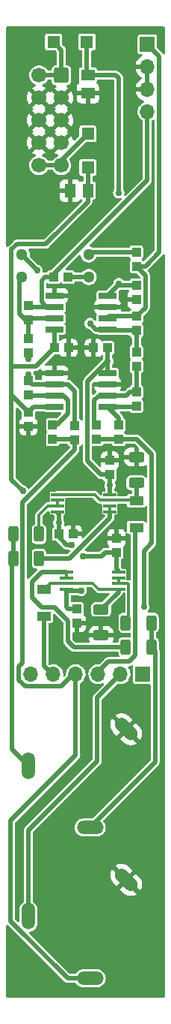
<source format=gbr>
G04 #@! TF.GenerationSoftware,KiCad,Pcbnew,(6.0.0)*
G04 #@! TF.CreationDate,2022-01-30T14:59:27+09:00*
G04 #@! TF.ProjectId,exits,65786974-732e-46b6-9963-61645f706362,2.1*
G04 #@! TF.SameCoordinates,Original*
G04 #@! TF.FileFunction,Copper,L1,Top*
G04 #@! TF.FilePolarity,Positive*
%FSLAX46Y46*%
G04 Gerber Fmt 4.6, Leading zero omitted, Abs format (unit mm)*
G04 Created by KiCad (PCBNEW (6.0.0)) date 2022-01-30 14:59:27*
%MOMM*%
%LPD*%
G01*
G04 APERTURE LIST*
G04 Aperture macros list*
%AMRoundRect*
0 Rectangle with rounded corners*
0 $1 Rounding radius*
0 $2 $3 $4 $5 $6 $7 $8 $9 X,Y pos of 4 corners*
0 Add a 4 corners polygon primitive as box body*
4,1,4,$2,$3,$4,$5,$6,$7,$8,$9,$2,$3,0*
0 Add four circle primitives for the rounded corners*
1,1,$1+$1,$2,$3*
1,1,$1+$1,$4,$5*
1,1,$1+$1,$6,$7*
1,1,$1+$1,$8,$9*
0 Add four rect primitives between the rounded corners*
20,1,$1+$1,$2,$3,$4,$5,0*
20,1,$1+$1,$4,$5,$6,$7,0*
20,1,$1+$1,$6,$7,$8,$9,0*
20,1,$1+$1,$8,$9,$2,$3,0*%
%AMHorizOval*
0 Thick line with rounded ends*
0 $1 width*
0 $2 $3 position (X,Y) of the first rounded end (center of the circle)*
0 $4 $5 position (X,Y) of the second rounded end (center of the circle)*
0 Add line between two ends*
20,1,$1,$2,$3,$4,$5,0*
0 Add two circle primitives to create the rounded ends*
1,1,$1,$2,$3*
1,1,$1,$4,$5*%
G04 Aperture macros list end*
G04 #@! TA.AperFunction,SMDPad,CuDef*
%ADD10R,1.600000X1.000000*%
G04 #@! TD*
G04 #@! TA.AperFunction,SMDPad,CuDef*
%ADD11R,1.000000X1.000000*%
G04 #@! TD*
G04 #@! TA.AperFunction,SMDPad,CuDef*
%ADD12R,1.300000X1.500000*%
G04 #@! TD*
G04 #@! TA.AperFunction,SMDPad,CuDef*
%ADD13R,1.500000X1.300000*%
G04 #@! TD*
G04 #@! TA.AperFunction,SMDPad,CuDef*
%ADD14RoundRect,0.250000X0.625000X-0.312500X0.625000X0.312500X-0.625000X0.312500X-0.625000X-0.312500X0*%
G04 #@! TD*
G04 #@! TA.AperFunction,SMDPad,CuDef*
%ADD15RoundRect,0.250000X0.312500X0.625000X-0.312500X0.625000X-0.312500X-0.625000X0.312500X-0.625000X0*%
G04 #@! TD*
G04 #@! TA.AperFunction,ComponentPad*
%ADD16R,1.700000X1.700000*%
G04 #@! TD*
G04 #@! TA.AperFunction,ComponentPad*
%ADD17O,1.700000X1.700000*%
G04 #@! TD*
G04 #@! TA.AperFunction,SMDPad,CuDef*
%ADD18RoundRect,0.250000X-0.625000X0.312500X-0.625000X-0.312500X0.625000X-0.312500X0.625000X0.312500X0*%
G04 #@! TD*
G04 #@! TA.AperFunction,SMDPad,CuDef*
%ADD19RoundRect,0.250000X-0.312500X-0.625000X0.312500X-0.625000X0.312500X0.625000X-0.312500X0.625000X0*%
G04 #@! TD*
G04 #@! TA.AperFunction,SMDPad,CuDef*
%ADD20R,1.400000X1.400000*%
G04 #@! TD*
G04 #@! TA.AperFunction,ComponentPad*
%ADD21HorizOval,1.508000X-0.533159X0.533159X0.533159X-0.533159X0*%
G04 #@! TD*
G04 #@! TA.AperFunction,ComponentPad*
%ADD22O,3.016000X1.508000*%
G04 #@! TD*
G04 #@! TA.AperFunction,ComponentPad*
%ADD23O,1.508000X3.016000*%
G04 #@! TD*
G04 #@! TA.AperFunction,SMDPad,CuDef*
%ADD24R,1.525000X0.450000*%
G04 #@! TD*
G04 #@! TA.AperFunction,SMDPad,CuDef*
%ADD25R,2.000000X0.650000*%
G04 #@! TD*
G04 #@! TA.AperFunction,ComponentPad*
%ADD26RoundRect,0.250000X0.600000X0.600000X-0.600000X0.600000X-0.600000X-0.600000X0.600000X-0.600000X0*%
G04 #@! TD*
G04 #@! TA.AperFunction,ComponentPad*
%ADD27C,1.700000*%
G04 #@! TD*
G04 #@! TA.AperFunction,ComponentPad*
%ADD28C,1.300000*%
G04 #@! TD*
G04 #@! TA.AperFunction,ViaPad*
%ADD29C,0.762000*%
G04 #@! TD*
G04 #@! TA.AperFunction,Conductor*
%ADD30C,0.508000*%
G04 #@! TD*
G04 #@! TA.AperFunction,Conductor*
%ADD31C,0.300000*%
G04 #@! TD*
G04 APERTURE END LIST*
D10*
X137750000Y-96750000D03*
X137750000Y-93750000D03*
D11*
X125500000Y-80200000D03*
X125500000Y-81800000D03*
D10*
X127250000Y-106750000D03*
X127250000Y-103750000D03*
D12*
X132250000Y-58750000D03*
X130250000Y-58750000D03*
D11*
X137750000Y-81450000D03*
X137750000Y-83050000D03*
X128400000Y-68500000D03*
X130000000Y-68500000D03*
D13*
X132250000Y-47750000D03*
X132250000Y-45750000D03*
D11*
X125500000Y-71750000D03*
X125500000Y-73350000D03*
X125500000Y-83750000D03*
X125500000Y-85350000D03*
D14*
X133750000Y-108925000D03*
X133750000Y-106000000D03*
D11*
X125500000Y-75450000D03*
X125500000Y-77050000D03*
X137750000Y-67300000D03*
X137750000Y-65700000D03*
D15*
X126712500Y-100250000D03*
X123787500Y-100250000D03*
X126712500Y-97500000D03*
X123787500Y-97500000D03*
D16*
X139000000Y-42250000D03*
D17*
X139000000Y-44790000D03*
X139000000Y-47330000D03*
X139000000Y-49870000D03*
D11*
X137750000Y-76950000D03*
X137750000Y-78550000D03*
D18*
X137750000Y-88787500D03*
X137750000Y-91712500D03*
D19*
X136537500Y-110250000D03*
X139462500Y-110250000D03*
X136537500Y-107500000D03*
X139462500Y-107500000D03*
D11*
X137750000Y-72950000D03*
X137750000Y-74550000D03*
X132900000Y-76500000D03*
X134500000Y-76500000D03*
X128450000Y-76500000D03*
X130050000Y-76500000D03*
X137750000Y-71050000D03*
X137750000Y-69450000D03*
D20*
X128350000Y-42000000D03*
X132150000Y-42000000D03*
X132250000Y-56150000D03*
X132250000Y-52350000D03*
D16*
X138500000Y-113300000D03*
D17*
X135960000Y-113300000D03*
X133420000Y-113300000D03*
X130880000Y-113300000D03*
X128340000Y-113300000D03*
X125800000Y-113300000D03*
D21*
X136596000Y-136504000D03*
D22*
X132500000Y-147600000D03*
D23*
X125500000Y-140600000D03*
D24*
X129788000Y-101775000D03*
X129788000Y-102425000D03*
X129788000Y-103075000D03*
X129788000Y-103725000D03*
X135712000Y-103725000D03*
X135712000Y-103075000D03*
X135712000Y-102425000D03*
X135712000Y-101775000D03*
D25*
X134500000Y-74405000D03*
X134500000Y-73135000D03*
X134500000Y-71865000D03*
X134500000Y-70595000D03*
X128500000Y-70595000D03*
X128500000Y-71865000D03*
X128500000Y-73135000D03*
X128500000Y-74405000D03*
D11*
X133250000Y-85200000D03*
X133250000Y-86800000D03*
X130750000Y-85250000D03*
X130750000Y-86850000D03*
X135500000Y-99550000D03*
X135500000Y-97950000D03*
X128950000Y-97500000D03*
X130550000Y-97500000D03*
X135750000Y-85200000D03*
X135750000Y-86800000D03*
D25*
X134500000Y-83155000D03*
X134500000Y-81885000D03*
X134500000Y-80615000D03*
X134500000Y-79345000D03*
X128500000Y-79345000D03*
X128500000Y-80615000D03*
X128500000Y-81885000D03*
X128500000Y-83155000D03*
D24*
X134712000Y-94975000D03*
X134712000Y-94325000D03*
X134712000Y-93675000D03*
X134712000Y-93025000D03*
X128788000Y-93025000D03*
X128788000Y-93675000D03*
X128788000Y-94325000D03*
X128788000Y-94975000D03*
D11*
X134750000Y-89200000D03*
X134750000Y-90800000D03*
X128250000Y-85200000D03*
X128250000Y-86800000D03*
X131000000Y-107550000D03*
X131000000Y-105950000D03*
D21*
X136596000Y-119504000D03*
D22*
X132500000Y-130600000D03*
D23*
X125500000Y-123600000D03*
D26*
X129250000Y-45750000D03*
D27*
X126710000Y-45750000D03*
X129250000Y-48290000D03*
X126710000Y-48290000D03*
X129250000Y-50830000D03*
X126710000Y-50830000D03*
X129250000Y-53370000D03*
X126710000Y-53370000D03*
X129250000Y-55910000D03*
X126710000Y-55910000D03*
D28*
X124750000Y-68500000D03*
X124750000Y-65960000D03*
X132350000Y-68500000D03*
X132350000Y-65960000D03*
D29*
X134700000Y-63560000D03*
X132250000Y-96750000D03*
X134500000Y-67000000D03*
X136870000Y-63560000D03*
X125500000Y-86750000D03*
X134500000Y-78000000D03*
X132500000Y-107250000D03*
X126500000Y-67750000D03*
X131500000Y-103860000D03*
X136250000Y-71750000D03*
X135750000Y-69250000D03*
X133500000Y-98500000D03*
X132500000Y-73750000D03*
X138600000Y-105700000D03*
X124871382Y-92621382D03*
X136000000Y-88250000D03*
X131713618Y-99963618D03*
X131000000Y-91250000D03*
X128950000Y-96200000D03*
X125500000Y-77702999D03*
X128500000Y-111500000D03*
X140250000Y-67750000D03*
X137250000Y-84750000D03*
X134750000Y-92000000D03*
X129000000Y-88250000D03*
X130456382Y-98706382D03*
X125500000Y-79480999D03*
X125750000Y-91500000D03*
X135750000Y-59000000D03*
D30*
X132250000Y-56150000D02*
X132250000Y-58750000D01*
X128450000Y-76500000D02*
X128450000Y-74455000D01*
X128950000Y-97500000D02*
X128950000Y-97700000D01*
X128500000Y-83155000D02*
X126095000Y-83155000D01*
X132250000Y-58750000D02*
X132250000Y-60008000D01*
X131713618Y-99963618D02*
X133786382Y-99963618D01*
X128950000Y-97814402D02*
X129841980Y-98706382D01*
X128950000Y-96200000D02*
X128950000Y-95220001D01*
X135500000Y-101479999D02*
X135712000Y-101691999D01*
X126095000Y-83155000D02*
X125500000Y-83750000D01*
X133786382Y-99963618D02*
X134200000Y-99550000D01*
D31*
X134712000Y-93675000D02*
X133647298Y-93675000D01*
X137675000Y-93675000D02*
X137750000Y-93750000D01*
D30*
X127456001Y-64801999D02*
X124194159Y-64801999D01*
X124194159Y-64801999D02*
X123591999Y-65404159D01*
X128950000Y-97500000D02*
X128950000Y-96200000D01*
X134200000Y-99550000D02*
X135500000Y-99550000D01*
X123591999Y-81841999D02*
X123591999Y-91341999D01*
X126358001Y-78591999D02*
X123591999Y-78591999D01*
X128950000Y-95220001D02*
X128788000Y-95058001D01*
X123591999Y-91341999D02*
X124871382Y-92621382D01*
X123591999Y-81841999D02*
X125500000Y-83750000D01*
X132250000Y-60008000D02*
X127456001Y-64801999D01*
X134568001Y-111891999D02*
X136904991Y-111891999D01*
D31*
X132997298Y-93025000D02*
X128788000Y-93025000D01*
D30*
X137629980Y-111167010D02*
X137629980Y-96870020D01*
D31*
X134712000Y-93675000D02*
X137675000Y-93675000D01*
D30*
X137750000Y-91712500D02*
X137750000Y-93750000D01*
X127250000Y-112370000D02*
X128130000Y-113250000D01*
D31*
X129788000Y-103075000D02*
X127925000Y-103075000D01*
X132825000Y-103075000D02*
X129788000Y-103075000D01*
D30*
X133750000Y-106000000D02*
X135712000Y-104038000D01*
X135500000Y-99550000D02*
X135500000Y-101479999D01*
D31*
X127925000Y-103075000D02*
X127250000Y-103750000D01*
D30*
X136904991Y-111891999D02*
X137629980Y-111167010D01*
X137629980Y-96870020D02*
X137750000Y-96750000D01*
X127250000Y-106750000D02*
X127250000Y-112370000D01*
X133210000Y-113250000D02*
X134568001Y-111891999D01*
X135712000Y-104038000D02*
X135712000Y-103808001D01*
D31*
X135712000Y-103725000D02*
X133475000Y-103725000D01*
X133647298Y-93675000D02*
X132997298Y-93025000D01*
X133475000Y-103725000D02*
X132825000Y-103075000D01*
D30*
X129841980Y-98706382D02*
X130456382Y-98706382D01*
X131000000Y-105950000D02*
X129992000Y-105950000D01*
X133742000Y-90800000D02*
X134750000Y-90800000D01*
X131500000Y-103860000D02*
X129839999Y-103860000D01*
X128950000Y-97500000D02*
X128950000Y-97814402D01*
X134750000Y-90800000D02*
X134750000Y-92000000D01*
X129788000Y-105746000D02*
X129788000Y-103808001D01*
X132150000Y-42000000D02*
X132150000Y-45650000D01*
X134500000Y-78000000D02*
X132229989Y-80270011D01*
X135410158Y-45750000D02*
X135750000Y-46089842D01*
X132229989Y-89287989D02*
X133742000Y-90800000D01*
X134750000Y-92000000D02*
X134750000Y-92903999D01*
X129250000Y-55910000D02*
X129250000Y-55350000D01*
X134500000Y-70595000D02*
X135645000Y-69450000D01*
X129250000Y-45750000D02*
X129250000Y-42900000D01*
X132229989Y-80270011D02*
X132229989Y-89287989D01*
X135750000Y-46089842D02*
X135750000Y-59000000D01*
X132250000Y-45750000D02*
X135410158Y-45750000D01*
X126710000Y-55910000D02*
X129250000Y-55910000D01*
X123591999Y-65404159D02*
X123591999Y-78591999D01*
X134750000Y-92903999D02*
X134712000Y-92941999D01*
X135645000Y-69450000D02*
X137750000Y-69450000D01*
X134500000Y-76500000D02*
X134500000Y-78000000D01*
X132150000Y-45650000D02*
X132250000Y-45750000D01*
X129992000Y-105950000D02*
X129788000Y-105746000D01*
X129250000Y-42900000D02*
X128350000Y-42000000D01*
X134500000Y-78000000D02*
X134500000Y-79345000D01*
X126710000Y-45750000D02*
X129250000Y-45750000D01*
X128450000Y-76500000D02*
X126358001Y-78591999D01*
X123591999Y-78591999D02*
X123591999Y-81841999D01*
X129250000Y-55350000D02*
X132250000Y-52350000D01*
X128450000Y-74455000D02*
X128500000Y-74405000D01*
X135750000Y-85200000D02*
X135750000Y-84405000D01*
X134500000Y-81885000D02*
X133530598Y-81885000D01*
X137750000Y-81450000D02*
X137750000Y-78550000D01*
X135750000Y-84405000D02*
X134500000Y-83155000D01*
X137750000Y-76950000D02*
X137750000Y-74550000D01*
X137645000Y-83155000D02*
X137750000Y-83050000D01*
X134645000Y-74550000D02*
X134500000Y-74405000D01*
X137050000Y-81450000D02*
X136615000Y-81885000D01*
X132991999Y-84941999D02*
X133250000Y-85200000D01*
X137750000Y-74550000D02*
X134645000Y-74550000D01*
X124750000Y-65960000D02*
X124750000Y-66000000D01*
X124750000Y-66000000D02*
X126500000Y-67750000D01*
X132500000Y-73750000D02*
X133155000Y-74405000D01*
X133155000Y-74405000D02*
X134500000Y-74405000D01*
X137750000Y-65700000D02*
X132610000Y-65700000D01*
X132610000Y-65700000D02*
X132350000Y-65960000D01*
X134500000Y-83155000D02*
X137645000Y-83155000D01*
X133250000Y-86800000D02*
X135750000Y-86800000D01*
X138758001Y-71956401D02*
X138758001Y-68308001D01*
X133530598Y-81885000D02*
X132991999Y-82423599D01*
X125500000Y-80200000D02*
X125500000Y-79480999D01*
X137750000Y-67300000D02*
X138758000Y-67300000D01*
X140358001Y-43608001D02*
X139000000Y-42250000D01*
X124421999Y-112423863D02*
X124858010Y-111987852D01*
X128694402Y-85200000D02*
X128250000Y-85200000D01*
X130008000Y-80615000D02*
X130770011Y-81377011D01*
X125128159Y-114658001D02*
X124421999Y-113951841D01*
X128500000Y-80615000D02*
X130008000Y-80615000D01*
X138600000Y-99400000D02*
X138600000Y-105700000D01*
X130008001Y-82423599D02*
X130008001Y-83886401D01*
X128500000Y-81885000D02*
X129469402Y-81885000D01*
X128500000Y-81885000D02*
X125585000Y-81885000D01*
X130008001Y-83886401D02*
X128694402Y-85200000D01*
X130770011Y-81377011D02*
X130770011Y-85229989D01*
X129961942Y-147600000D02*
X132500000Y-147600000D01*
X133300000Y-123100000D02*
X133300000Y-115960000D01*
X134685000Y-72950000D02*
X134500000Y-73135000D01*
X130770011Y-85229989D02*
X130750000Y-85250000D01*
X137750000Y-72950000D02*
X134685000Y-72950000D01*
X129261999Y-114658001D02*
X125128159Y-114658001D01*
X123500000Y-129800000D02*
X123500000Y-141138058D01*
X132991999Y-82423599D02*
X132991999Y-84941999D01*
X136615000Y-81885000D02*
X134500000Y-81885000D01*
X128500000Y-80615000D02*
X125915000Y-80615000D01*
X129469402Y-81885000D02*
X130008001Y-82423599D01*
X137750000Y-81450000D02*
X137050000Y-81450000D01*
X125585000Y-81885000D02*
X125500000Y-81800000D01*
X138758001Y-68308001D02*
X137750000Y-67300000D01*
X137764402Y-72950000D02*
X138758001Y-71956401D01*
X123500000Y-141138058D02*
X129961942Y-147600000D01*
X124858010Y-93891990D02*
X130750000Y-88000000D01*
X128250000Y-86800000D02*
X130700000Y-86800000D01*
X125500000Y-130900000D02*
X133300000Y-123100000D01*
X135750000Y-86800000D02*
X137771990Y-86800000D01*
X125500000Y-140600000D02*
X125500000Y-130900000D01*
X139500000Y-98500000D02*
X138600000Y-99400000D01*
X125500000Y-77050000D02*
X125500000Y-77702999D01*
X130670000Y-113250000D02*
X129261999Y-114658001D01*
X137771990Y-86800000D02*
X139500000Y-88528010D01*
X124421999Y-113951841D02*
X124421999Y-112423863D01*
X130880000Y-113300000D02*
X130880000Y-122420000D01*
X140358001Y-65699999D02*
X140358001Y-43608001D01*
X125915000Y-80615000D02*
X125500000Y-80200000D01*
X130700000Y-86800000D02*
X130750000Y-86850000D01*
X124858010Y-111987852D02*
X124858010Y-93891990D01*
X130880000Y-122420000D02*
X123500000Y-129800000D01*
X138758000Y-67300000D02*
X140358001Y-65699999D01*
X133300000Y-115960000D02*
X135960000Y-113300000D01*
X130750000Y-88000000D02*
X130750000Y-86850000D01*
X139500000Y-88528010D02*
X139500000Y-98500000D01*
X137750000Y-72950000D02*
X137764402Y-72950000D01*
X126991999Y-71326401D02*
X127530598Y-71865000D01*
D31*
X126712500Y-95335798D02*
X126712500Y-97500000D01*
X135712000Y-103075000D02*
X136776702Y-103075000D01*
D30*
X130170000Y-100250000D02*
X134712000Y-95708000D01*
X125500000Y-73350000D02*
X125185598Y-73350000D01*
X139462500Y-110250000D02*
X139857511Y-110645011D01*
X125185598Y-73350000D02*
X124491999Y-72656401D01*
D31*
X136878501Y-103176799D02*
X136878501Y-107158999D01*
X127723298Y-94325000D02*
X126712500Y-95335798D01*
X129788000Y-101775000D02*
X129788000Y-102425000D01*
D30*
X129991999Y-107277597D02*
X129991999Y-109557721D01*
X123660479Y-100377021D02*
X123660479Y-121760479D01*
D31*
X135712000Y-102425000D02*
X135712000Y-103075000D01*
D30*
X127010598Y-101775000D02*
X125941999Y-102843599D01*
X127530598Y-71865000D02*
X128500000Y-71865000D01*
X123660479Y-121760479D02*
X125500000Y-123600000D01*
X125500000Y-73350000D02*
X125500000Y-75450000D01*
X128456401Y-105741999D02*
X129991999Y-107277597D01*
X124491999Y-72656401D02*
X124491999Y-68758001D01*
X129788000Y-101775000D02*
X127010598Y-101775000D01*
X125941999Y-102843599D02*
X125941999Y-104656401D01*
X125715000Y-73135000D02*
X125500000Y-73350000D01*
X123787500Y-100250000D02*
X123660479Y-100377021D01*
D31*
X136878501Y-107158999D02*
X136537500Y-107500000D01*
X128788000Y-93675000D02*
X128788000Y-94325000D01*
D30*
X125615000Y-71865000D02*
X125500000Y-71750000D01*
D31*
X128788000Y-94325000D02*
X127723298Y-94325000D01*
X134712000Y-94325000D02*
X134712000Y-94975000D01*
D30*
X132350000Y-68500000D02*
X130000000Y-68500000D01*
X128500000Y-73135000D02*
X125715000Y-73135000D01*
X123787500Y-97500000D02*
X123787500Y-100250000D01*
X124491999Y-68758001D02*
X124750000Y-68500000D01*
X129991999Y-109557721D02*
X130684278Y-110250000D01*
X128500000Y-71865000D02*
X125615000Y-71865000D01*
X127750000Y-68500000D02*
X127392000Y-68500000D01*
X128085598Y-68500000D02*
X127750000Y-68500000D01*
X125941999Y-104656401D02*
X127027597Y-105741999D01*
X139462500Y-107500000D02*
X139462500Y-110250000D01*
X134712000Y-95708000D02*
X134712000Y-94975000D01*
X126712500Y-100250000D02*
X130170000Y-100250000D01*
D31*
X136776702Y-103075000D02*
X136878501Y-103176799D01*
D30*
X139857511Y-123242489D02*
X132500000Y-130600000D01*
X130684278Y-110250000D02*
X136537500Y-110250000D01*
X127027597Y-105741999D02*
X128456401Y-105741999D01*
X139857511Y-110645011D02*
X139857511Y-123242489D01*
X139000000Y-49870000D02*
X139000000Y-57585598D01*
X139000000Y-57585598D02*
X128085598Y-68500000D01*
X128400000Y-68500000D02*
X127750000Y-68500000D01*
X126991999Y-68900001D02*
X126991999Y-71326401D01*
X127392000Y-68500000D02*
X126991999Y-68900001D01*
G04 #@! TA.AperFunction,Conductor*
G36*
X140906637Y-65958283D02*
G01*
X140965999Y-65997229D01*
X140994881Y-66062085D01*
X140996000Y-66078839D01*
X140996000Y-149620000D01*
X140975998Y-149688121D01*
X140922342Y-149734614D01*
X140870000Y-149746000D01*
X123130000Y-149746000D01*
X123061879Y-149725998D01*
X123015386Y-149672342D01*
X123004000Y-149620000D01*
X123004000Y-141665375D01*
X123024002Y-141597254D01*
X123077658Y-141550761D01*
X123147932Y-141540657D01*
X123212512Y-141570151D01*
X123219095Y-141576280D01*
X129552119Y-147909304D01*
X129559742Y-147918844D01*
X129560110Y-147918530D01*
X129565928Y-147925366D01*
X129570718Y-147932958D01*
X129577446Y-147938900D01*
X129611067Y-147968593D01*
X129616754Y-147973939D01*
X129628197Y-147985382D01*
X129635722Y-147991022D01*
X129636572Y-147991659D01*
X129644401Y-147998033D01*
X129679893Y-148029378D01*
X129688016Y-148033192D01*
X129690504Y-148034826D01*
X129705465Y-148043814D01*
X129708050Y-148045229D01*
X129715237Y-148050616D01*
X129759584Y-148067241D01*
X129768900Y-148071167D01*
X129811742Y-148091281D01*
X129820611Y-148092662D01*
X129823444Y-148093528D01*
X129840331Y-148097958D01*
X129843216Y-148098592D01*
X129851626Y-148101745D01*
X129880784Y-148103912D01*
X129898848Y-148105254D01*
X129908894Y-148106408D01*
X129917517Y-148107751D01*
X129917520Y-148107751D01*
X129922328Y-148108500D01*
X129937848Y-148108500D01*
X129947185Y-148108846D01*
X129996883Y-148112539D01*
X130005662Y-148110665D01*
X130013920Y-148110102D01*
X130029103Y-148108500D01*
X130800373Y-148108500D01*
X130868494Y-148128502D01*
X130898569Y-148155548D01*
X130929862Y-148194469D01*
X131021968Y-148309025D01*
X131026692Y-148312989D01*
X131033933Y-148319065D01*
X131173474Y-148436154D01*
X131178872Y-148439121D01*
X131178877Y-148439125D01*
X131322180Y-148517905D01*
X131346787Y-148531433D01*
X131352654Y-148533294D01*
X131352656Y-148533295D01*
X131529436Y-148589373D01*
X131535306Y-148591235D01*
X131689227Y-148608500D01*
X133303769Y-148608500D01*
X133306825Y-148608200D01*
X133306832Y-148608200D01*
X133365340Y-148602463D01*
X133450833Y-148594080D01*
X133456734Y-148592298D01*
X133456736Y-148592298D01*
X133530053Y-148570162D01*
X133640169Y-148536916D01*
X133814796Y-148444066D01*
X133901062Y-148373709D01*
X133963287Y-148322960D01*
X133963290Y-148322957D01*
X133968062Y-148319065D01*
X133980344Y-148304219D01*
X134090201Y-148171425D01*
X134090203Y-148171421D01*
X134094130Y-148166675D01*
X134188198Y-147992701D01*
X134246682Y-147803768D01*
X134267355Y-147607075D01*
X134249430Y-147410112D01*
X134193590Y-147220381D01*
X134101960Y-147045110D01*
X133978032Y-146890975D01*
X133971727Y-146885684D01*
X133955334Y-146871929D01*
X133826526Y-146763846D01*
X133821128Y-146760879D01*
X133821123Y-146760875D01*
X133658608Y-146671533D01*
X133658609Y-146671533D01*
X133653213Y-146668567D01*
X133647346Y-146666706D01*
X133647344Y-146666705D01*
X133470564Y-146610627D01*
X133470563Y-146610627D01*
X133464694Y-146608765D01*
X133310773Y-146591500D01*
X131696231Y-146591500D01*
X131693175Y-146591800D01*
X131693168Y-146591800D01*
X131634660Y-146597537D01*
X131549167Y-146605920D01*
X131543266Y-146607702D01*
X131543264Y-146607702D01*
X131469947Y-146629838D01*
X131359831Y-146663084D01*
X131185204Y-146755934D01*
X131098938Y-146826291D01*
X131036713Y-146877040D01*
X131036710Y-146877043D01*
X131031938Y-146880935D01*
X131028011Y-146885682D01*
X131028009Y-146885684D01*
X130909799Y-147028575D01*
X130909797Y-147028579D01*
X130905870Y-147033325D01*
X130904145Y-147036516D01*
X130850149Y-147081246D01*
X130800361Y-147091500D01*
X130224759Y-147091500D01*
X130156638Y-147071498D01*
X130135664Y-147054595D01*
X125639536Y-142558467D01*
X125605510Y-142496155D01*
X125610575Y-142425340D01*
X125653122Y-142368504D01*
X125693056Y-142348498D01*
X125799582Y-142317146D01*
X125879619Y-142293590D01*
X125885077Y-142290737D01*
X125885081Y-142290735D01*
X125975853Y-142243280D01*
X126054890Y-142201960D01*
X126209025Y-142078032D01*
X126336154Y-141926526D01*
X126339121Y-141921128D01*
X126339125Y-141921123D01*
X126428467Y-141758608D01*
X126431433Y-141753213D01*
X126491235Y-141564694D01*
X126508500Y-141410773D01*
X126508500Y-139796231D01*
X126507814Y-139789227D01*
X126494681Y-139655301D01*
X126494080Y-139649167D01*
X126436916Y-139459831D01*
X126344066Y-139285204D01*
X126273709Y-139198938D01*
X126222960Y-139136713D01*
X126222957Y-139136710D01*
X126219065Y-139131938D01*
X126212724Y-139126692D01*
X126071425Y-139009799D01*
X126071421Y-139009797D01*
X126066675Y-139005870D01*
X126063484Y-139004145D01*
X126018754Y-138950149D01*
X126008500Y-138900361D01*
X126008500Y-137577104D01*
X135888434Y-137577104D01*
X135888566Y-137578940D01*
X135892815Y-137585552D01*
X136275218Y-137967955D01*
X136279352Y-137971737D01*
X136401702Y-138074038D01*
X136410885Y-138080419D01*
X136596812Y-138186471D01*
X136606980Y-138191127D01*
X136808757Y-138262579D01*
X136819578Y-138265357D01*
X137030820Y-138299950D01*
X137041975Y-138300769D01*
X137255994Y-138297406D01*
X137267112Y-138296238D01*
X137477160Y-138255029D01*
X137487899Y-138251909D01*
X137687336Y-138174151D01*
X137697332Y-138169189D01*
X137808776Y-138100897D01*
X137818236Y-138090441D01*
X137814452Y-138081663D01*
X136608810Y-136876020D01*
X136594869Y-136868408D01*
X136593034Y-136868539D01*
X136586420Y-136872790D01*
X135896045Y-137563166D01*
X135888434Y-137577104D01*
X126008500Y-137577104D01*
X126008500Y-135923381D01*
X134797116Y-135923381D01*
X134807199Y-136137207D01*
X134808714Y-136148270D01*
X134856504Y-136356929D01*
X134859958Y-136367557D01*
X134943937Y-136564444D01*
X134949223Y-136574304D01*
X135067290Y-136754044D01*
X135072889Y-136761341D01*
X135106705Y-136799294D01*
X135109211Y-136801948D01*
X135511215Y-137203952D01*
X135525159Y-137211566D01*
X135526992Y-137211435D01*
X135533607Y-137207184D01*
X136223982Y-136516808D01*
X136230358Y-136505132D01*
X136960408Y-136505132D01*
X136960539Y-136506965D01*
X136964790Y-136513580D01*
X138173157Y-137721946D01*
X138185950Y-137728932D01*
X138193980Y-137723059D01*
X138194465Y-137722313D01*
X138294625Y-137533143D01*
X138298961Y-137522827D01*
X138364038Y-137318914D01*
X138366476Y-137308006D01*
X138394416Y-137095778D01*
X138394884Y-137084618D01*
X138384800Y-136870793D01*
X138383285Y-136859730D01*
X138335495Y-136651068D01*
X138332043Y-136640446D01*
X138248058Y-136443544D01*
X138242782Y-136433705D01*
X138124711Y-136253958D01*
X138119110Y-136246658D01*
X138085277Y-136208685D01*
X138082807Y-136206069D01*
X137680786Y-135804048D01*
X137666842Y-135796434D01*
X137665009Y-135796565D01*
X137658394Y-135800816D01*
X136968022Y-136491188D01*
X136960408Y-136505132D01*
X136230358Y-136505132D01*
X136231593Y-136502870D01*
X136231461Y-136501034D01*
X136227212Y-136494422D01*
X135018843Y-135286054D01*
X135006050Y-135279068D01*
X134998022Y-135284939D01*
X134997530Y-135285697D01*
X134897378Y-135474849D01*
X134893037Y-135485176D01*
X134827961Y-135689086D01*
X134825523Y-135699994D01*
X134797584Y-135912221D01*
X134797116Y-135923381D01*
X126008500Y-135923381D01*
X126008500Y-134917559D01*
X135373764Y-134917559D01*
X135377548Y-134926337D01*
X136583190Y-136131980D01*
X136597131Y-136139592D01*
X136598966Y-136139461D01*
X136605580Y-136135210D01*
X137295952Y-135444838D01*
X137303566Y-135430894D01*
X137303435Y-135429061D01*
X137299184Y-135422446D01*
X136916779Y-135040042D01*
X136912645Y-135036260D01*
X136790289Y-134933954D01*
X136781129Y-134927588D01*
X136595178Y-134821523D01*
X136585029Y-134816876D01*
X136383246Y-134745421D01*
X136372417Y-134742641D01*
X136161180Y-134708050D01*
X136150025Y-134707231D01*
X135936007Y-134710594D01*
X135924886Y-134711762D01*
X135714835Y-134752972D01*
X135704105Y-134756089D01*
X135504664Y-134833849D01*
X135494668Y-134838811D01*
X135383224Y-134907103D01*
X135373764Y-134917559D01*
X126008500Y-134917559D01*
X126008500Y-131162817D01*
X126028502Y-131094696D01*
X126045405Y-131073722D01*
X133609308Y-123509820D01*
X133618845Y-123502200D01*
X133618531Y-123501831D01*
X133625364Y-123496016D01*
X133632958Y-123491224D01*
X133668585Y-123450883D01*
X133673931Y-123445197D01*
X133685383Y-123433745D01*
X133691660Y-123425370D01*
X133698045Y-123417527D01*
X133723436Y-123388777D01*
X133729378Y-123382049D01*
X133733194Y-123373922D01*
X133734807Y-123371466D01*
X133743829Y-123356453D01*
X133745237Y-123353882D01*
X133750616Y-123346704D01*
X133754616Y-123336035D01*
X133767239Y-123302360D01*
X133771159Y-123293057D01*
X133791281Y-123250200D01*
X133792662Y-123241331D01*
X133793526Y-123238505D01*
X133797960Y-123221601D01*
X133798592Y-123218725D01*
X133801745Y-123210316D01*
X133805254Y-123163094D01*
X133806408Y-123153048D01*
X133807751Y-123144425D01*
X133807751Y-123144422D01*
X133808500Y-123139614D01*
X133808500Y-123124094D01*
X133808846Y-123114757D01*
X133811874Y-123074007D01*
X133812539Y-123065059D01*
X133810665Y-123056280D01*
X133810102Y-123048022D01*
X133808500Y-123032839D01*
X133808500Y-120577104D01*
X135888434Y-120577104D01*
X135888566Y-120578940D01*
X135892815Y-120585552D01*
X136275218Y-120967955D01*
X136279352Y-120971737D01*
X136401702Y-121074038D01*
X136410885Y-121080419D01*
X136596812Y-121186471D01*
X136606980Y-121191127D01*
X136808757Y-121262579D01*
X136819578Y-121265357D01*
X137030820Y-121299950D01*
X137041975Y-121300769D01*
X137255994Y-121297406D01*
X137267112Y-121296238D01*
X137477160Y-121255029D01*
X137487899Y-121251909D01*
X137687336Y-121174151D01*
X137697332Y-121169189D01*
X137808776Y-121100897D01*
X137818236Y-121090441D01*
X137814452Y-121081663D01*
X136608810Y-119876020D01*
X136594869Y-119868408D01*
X136593034Y-119868539D01*
X136586420Y-119872790D01*
X135896045Y-120563166D01*
X135888434Y-120577104D01*
X133808500Y-120577104D01*
X133808500Y-118923381D01*
X134797116Y-118923381D01*
X134807199Y-119137207D01*
X134808714Y-119148270D01*
X134856504Y-119356929D01*
X134859958Y-119367557D01*
X134943937Y-119564444D01*
X134949223Y-119574304D01*
X135067290Y-119754044D01*
X135072889Y-119761341D01*
X135106705Y-119799294D01*
X135109211Y-119801948D01*
X135511215Y-120203952D01*
X135525159Y-120211566D01*
X135526992Y-120211435D01*
X135533607Y-120207184D01*
X136223982Y-119516808D01*
X136230358Y-119505132D01*
X136960408Y-119505132D01*
X136960539Y-119506965D01*
X136964790Y-119513580D01*
X138173157Y-120721946D01*
X138185950Y-120728932D01*
X138193980Y-120723059D01*
X138194465Y-120722313D01*
X138294625Y-120533143D01*
X138298961Y-120522827D01*
X138364038Y-120318914D01*
X138366476Y-120308006D01*
X138394416Y-120095778D01*
X138394884Y-120084618D01*
X138384800Y-119870793D01*
X138383285Y-119859730D01*
X138335495Y-119651068D01*
X138332043Y-119640446D01*
X138248058Y-119443544D01*
X138242782Y-119433705D01*
X138124711Y-119253958D01*
X138119110Y-119246658D01*
X138085277Y-119208685D01*
X138082807Y-119206069D01*
X137680786Y-118804048D01*
X137666842Y-118796434D01*
X137665009Y-118796565D01*
X137658394Y-118800816D01*
X136968022Y-119491188D01*
X136960408Y-119505132D01*
X136230358Y-119505132D01*
X136231593Y-119502870D01*
X136231461Y-119501034D01*
X136227212Y-119494422D01*
X135018843Y-118286054D01*
X135006050Y-118279068D01*
X134998022Y-118284939D01*
X134997530Y-118285697D01*
X134897378Y-118474849D01*
X134893037Y-118485176D01*
X134827961Y-118689086D01*
X134825523Y-118699994D01*
X134797584Y-118912221D01*
X134797116Y-118923381D01*
X133808500Y-118923381D01*
X133808500Y-117917559D01*
X135373764Y-117917559D01*
X135377548Y-117926337D01*
X136583190Y-119131980D01*
X136597131Y-119139592D01*
X136598966Y-119139461D01*
X136605580Y-119135210D01*
X137295952Y-118444838D01*
X137303566Y-118430894D01*
X137303435Y-118429061D01*
X137299184Y-118422446D01*
X136916779Y-118040042D01*
X136912645Y-118036260D01*
X136790289Y-117933954D01*
X136781129Y-117927588D01*
X136595178Y-117821523D01*
X136585029Y-117816876D01*
X136383246Y-117745421D01*
X136372417Y-117742641D01*
X136161180Y-117708050D01*
X136150025Y-117707231D01*
X135936007Y-117710594D01*
X135924886Y-117711762D01*
X135714835Y-117752972D01*
X135704105Y-117756089D01*
X135504664Y-117833849D01*
X135494668Y-117838811D01*
X135383224Y-117907103D01*
X135373764Y-117917559D01*
X133808500Y-117917559D01*
X133808500Y-116222817D01*
X133828502Y-116154696D01*
X133845405Y-116133722D01*
X135573768Y-114405359D01*
X135636080Y-114371333D01*
X135690670Y-114371561D01*
X135802540Y-114396874D01*
X135815216Y-114399742D01*
X135820987Y-114399969D01*
X135820989Y-114399969D01*
X135880756Y-114402317D01*
X136018053Y-114407712D01*
X136125348Y-114392155D01*
X136213231Y-114379413D01*
X136213236Y-114379412D01*
X136218945Y-114378584D01*
X136224409Y-114376729D01*
X136224414Y-114376728D01*
X136405693Y-114315192D01*
X136405698Y-114315190D01*
X136411165Y-114313334D01*
X136588276Y-114214147D01*
X136650934Y-114162035D01*
X136739913Y-114088031D01*
X136744345Y-114084345D01*
X136797537Y-114020389D01*
X136870453Y-113932718D01*
X136870455Y-113932715D01*
X136874147Y-113928276D01*
X136973334Y-113751165D01*
X136975190Y-113745698D01*
X136975192Y-113745693D01*
X137036728Y-113564414D01*
X137036729Y-113564409D01*
X137038584Y-113558945D01*
X137039412Y-113553236D01*
X137039413Y-113553231D01*
X137067179Y-113361727D01*
X137067712Y-113358053D01*
X137069232Y-113300000D01*
X137050658Y-113097859D01*
X137048869Y-113091514D01*
X136997125Y-112908046D01*
X136997124Y-112908044D01*
X136995557Y-112902487D01*
X136989806Y-112890824D01*
X136908331Y-112725609D01*
X136905776Y-112720428D01*
X136884049Y-112691332D01*
X136817572Y-112602308D01*
X136792840Y-112535758D01*
X136808015Y-112466402D01*
X136858277Y-112416260D01*
X136910729Y-112401161D01*
X136917500Y-112400741D01*
X136925301Y-112400499D01*
X136941504Y-112400499D01*
X136950420Y-112399222D01*
X136951869Y-112399015D01*
X136961919Y-112397986D01*
X137000207Y-112395610D01*
X137009168Y-112395054D01*
X137017614Y-112392005D01*
X137020505Y-112391406D01*
X137037471Y-112387177D01*
X137040296Y-112386351D01*
X137049178Y-112385079D01*
X137092289Y-112365477D01*
X137101640Y-112361671D01*
X137132034Y-112350699D01*
X137146172Y-112345595D01*
X137153420Y-112340300D01*
X137156018Y-112338919D01*
X137171136Y-112330084D01*
X137173605Y-112328505D01*
X137181773Y-112324791D01*
X137188569Y-112318935D01*
X137196136Y-112314096D01*
X137196896Y-112315284D01*
X137252936Y-112289883D01*
X137323181Y-112300187D01*
X137376704Y-112346832D01*
X137396512Y-112415009D01*
X137396185Y-112421492D01*
X137395500Y-112424933D01*
X137395500Y-112431126D01*
X137395501Y-113300288D01*
X137395501Y-114175066D01*
X137410266Y-114249301D01*
X137417161Y-114259621D01*
X137417162Y-114259622D01*
X137457516Y-114320015D01*
X137466516Y-114333484D01*
X137550699Y-114389734D01*
X137624933Y-114404500D01*
X137705628Y-114404500D01*
X139223011Y-114404499D01*
X139291132Y-114424501D01*
X139337625Y-114478157D01*
X139349011Y-114530499D01*
X139349011Y-122979672D01*
X139329009Y-123047793D01*
X139312106Y-123068767D01*
X132826278Y-129554595D01*
X132763966Y-129588621D01*
X132737183Y-129591500D01*
X131696231Y-129591500D01*
X131693175Y-129591800D01*
X131693168Y-129591800D01*
X131634660Y-129597537D01*
X131549167Y-129605920D01*
X131543266Y-129607702D01*
X131543264Y-129607702D01*
X131469947Y-129629838D01*
X131359831Y-129663084D01*
X131185204Y-129755934D01*
X131151546Y-129783385D01*
X131036713Y-129877040D01*
X131036710Y-129877043D01*
X131031938Y-129880935D01*
X131028011Y-129885682D01*
X131028009Y-129885684D01*
X130909799Y-130028575D01*
X130909797Y-130028579D01*
X130905870Y-130033325D01*
X130811802Y-130207299D01*
X130753318Y-130396232D01*
X130752674Y-130402357D01*
X130752674Y-130402358D01*
X130737249Y-130549125D01*
X130732645Y-130592925D01*
X130734491Y-130613204D01*
X130749524Y-130778389D01*
X130750570Y-130789888D01*
X130752308Y-130795794D01*
X130752309Y-130795798D01*
X130769902Y-130855575D01*
X130806410Y-130979619D01*
X130809263Y-130985077D01*
X130809265Y-130985081D01*
X130855606Y-131073722D01*
X130898040Y-131154890D01*
X131021968Y-131309025D01*
X131026692Y-131312989D01*
X131033933Y-131319065D01*
X131173474Y-131436154D01*
X131178872Y-131439121D01*
X131178877Y-131439125D01*
X131322180Y-131517905D01*
X131346787Y-131531433D01*
X131352654Y-131533294D01*
X131352656Y-131533295D01*
X131529436Y-131589373D01*
X131535306Y-131591235D01*
X131689227Y-131608500D01*
X133303769Y-131608500D01*
X133306825Y-131608200D01*
X133306832Y-131608200D01*
X133365340Y-131602463D01*
X133450833Y-131594080D01*
X133456734Y-131592298D01*
X133456736Y-131592298D01*
X133530053Y-131570162D01*
X133640169Y-131536916D01*
X133814796Y-131444066D01*
X133901062Y-131373709D01*
X133963287Y-131322960D01*
X133963290Y-131322957D01*
X133968062Y-131319065D01*
X133980344Y-131304219D01*
X134090201Y-131171425D01*
X134090203Y-131171421D01*
X134094130Y-131166675D01*
X134188198Y-130992701D01*
X134246682Y-130803768D01*
X134248786Y-130783749D01*
X134266711Y-130613204D01*
X134266711Y-130613202D01*
X134267355Y-130607075D01*
X134257410Y-130497800D01*
X134249989Y-130416251D01*
X134249988Y-130416248D01*
X134249430Y-130410112D01*
X134193590Y-130220381D01*
X134183919Y-130201881D01*
X134104813Y-130050568D01*
X134101960Y-130045110D01*
X134026639Y-129951430D01*
X133999544Y-129885810D01*
X134012227Y-129815955D01*
X134035742Y-129783385D01*
X140166819Y-123652309D01*
X140176356Y-123644689D01*
X140176042Y-123644320D01*
X140182875Y-123638505D01*
X140190469Y-123633713D01*
X140226096Y-123593372D01*
X140231442Y-123587686D01*
X140242894Y-123576234D01*
X140249171Y-123567859D01*
X140255556Y-123560016D01*
X140280947Y-123531266D01*
X140286889Y-123524538D01*
X140290705Y-123516411D01*
X140292318Y-123513955D01*
X140301340Y-123498942D01*
X140302748Y-123496371D01*
X140308127Y-123489193D01*
X140324751Y-123444846D01*
X140328670Y-123435546D01*
X140348792Y-123392689D01*
X140350173Y-123383820D01*
X140351037Y-123380994D01*
X140355471Y-123364090D01*
X140356103Y-123361214D01*
X140359256Y-123352805D01*
X140362765Y-123305583D01*
X140363919Y-123295537D01*
X140365262Y-123286914D01*
X140365262Y-123286911D01*
X140366011Y-123282103D01*
X140366011Y-123266583D01*
X140366357Y-123257246D01*
X140369385Y-123216496D01*
X140370050Y-123207548D01*
X140368176Y-123198769D01*
X140367613Y-123190511D01*
X140366011Y-123175328D01*
X140366011Y-110716083D01*
X140367366Y-110703953D01*
X140366884Y-110703914D01*
X140367604Y-110694967D01*
X140369585Y-110686211D01*
X140366253Y-110632503D01*
X140366011Y-110624701D01*
X140366011Y-110608498D01*
X140364527Y-110598133D01*
X140363498Y-110588083D01*
X140361122Y-110549795D01*
X140360566Y-110540834D01*
X140357517Y-110532388D01*
X140356918Y-110529497D01*
X140352689Y-110512531D01*
X140351863Y-110509706D01*
X140350591Y-110500824D01*
X140330989Y-110457713D01*
X140327183Y-110448362D01*
X140314156Y-110412276D01*
X140311107Y-110403830D01*
X140305811Y-110396580D01*
X140304430Y-110393983D01*
X140293539Y-110375345D01*
X140290802Y-110369326D01*
X140279500Y-110317170D01*
X140279500Y-109577244D01*
X140277006Y-109554288D01*
X140273651Y-109523403D01*
X140273651Y-109523402D01*
X140272798Y-109515552D01*
X140222071Y-109380236D01*
X140216691Y-109373057D01*
X140216689Y-109373054D01*
X140140785Y-109271776D01*
X140135404Y-109264596D01*
X140106175Y-109242690D01*
X140021435Y-109179181D01*
X139978920Y-109122322D01*
X139971000Y-109078355D01*
X139971000Y-108671645D01*
X139991002Y-108603524D01*
X140021435Y-108570819D01*
X140111493Y-108503324D01*
X140135404Y-108485404D01*
X140195121Y-108405724D01*
X140216689Y-108376946D01*
X140216691Y-108376943D01*
X140222071Y-108369764D01*
X140272798Y-108234448D01*
X140279500Y-108172756D01*
X140279500Y-106827244D01*
X140272798Y-106765552D01*
X140222071Y-106630236D01*
X140216691Y-106623057D01*
X140216689Y-106623054D01*
X140140785Y-106521776D01*
X140135404Y-106514596D01*
X140090757Y-106481135D01*
X140026946Y-106433311D01*
X140026943Y-106433309D01*
X140019764Y-106427929D01*
X139930046Y-106394296D01*
X139891843Y-106379974D01*
X139891841Y-106379974D01*
X139884448Y-106377202D01*
X139876598Y-106376349D01*
X139876597Y-106376349D01*
X139826153Y-106370869D01*
X139826152Y-106370869D01*
X139822756Y-106370500D01*
X139135055Y-106370500D01*
X139066934Y-106350498D01*
X139020441Y-106296842D01*
X139010337Y-106226568D01*
X139039831Y-106161988D01*
X139053222Y-106148691D01*
X139071226Y-106133314D01*
X139160983Y-106008403D01*
X139218355Y-105865688D01*
X139240028Y-105713407D01*
X139240168Y-105700000D01*
X139238838Y-105689005D01*
X139229265Y-105609902D01*
X139221689Y-105547299D01*
X139167319Y-105403413D01*
X139163015Y-105397150D01*
X139130660Y-105350072D01*
X139108500Y-105278706D01*
X139108500Y-99662817D01*
X139128502Y-99594696D01*
X139145405Y-99573722D01*
X139809304Y-98909823D01*
X139818844Y-98902200D01*
X139818530Y-98901832D01*
X139825366Y-98896014D01*
X139832958Y-98891224D01*
X139868593Y-98850875D01*
X139873939Y-98845188D01*
X139885382Y-98833745D01*
X139891659Y-98825370D01*
X139898033Y-98817541D01*
X139929378Y-98782049D01*
X139933192Y-98773926D01*
X139934826Y-98771438D01*
X139943814Y-98756477D01*
X139945230Y-98753891D01*
X139950616Y-98746705D01*
X139967244Y-98702350D01*
X139971164Y-98693048D01*
X139973509Y-98688054D01*
X139991281Y-98650200D01*
X139992662Y-98641334D01*
X139993518Y-98638533D01*
X139997962Y-98621596D01*
X139998595Y-98618716D01*
X140001744Y-98610316D01*
X140004851Y-98568514D01*
X140005252Y-98563111D01*
X140006406Y-98553063D01*
X140007750Y-98544429D01*
X140008500Y-98539614D01*
X140008500Y-98524077D01*
X140008847Y-98514739D01*
X140011874Y-98474010D01*
X140011874Y-98474009D01*
X140012539Y-98465059D01*
X140010666Y-98456284D01*
X140010103Y-98448027D01*
X140008500Y-98432838D01*
X140008500Y-88599083D01*
X140009855Y-88586954D01*
X140009373Y-88586915D01*
X140010093Y-88577964D01*
X140012074Y-88569210D01*
X140008742Y-88515502D01*
X140008500Y-88507700D01*
X140008500Y-88491497D01*
X140007016Y-88481132D01*
X140005987Y-88471082D01*
X140003611Y-88432794D01*
X140003055Y-88423833D01*
X140000007Y-88415389D01*
X139999409Y-88412502D01*
X139995174Y-88395520D01*
X139994353Y-88392714D01*
X139993080Y-88383823D01*
X139973481Y-88340718D01*
X139969672Y-88331359D01*
X139956645Y-88295275D01*
X139956642Y-88295270D01*
X139953595Y-88286829D01*
X139948300Y-88279581D01*
X139946915Y-88276976D01*
X139938099Y-88261887D01*
X139936506Y-88259396D01*
X139932792Y-88251228D01*
X139901882Y-88215355D01*
X139895604Y-88207448D01*
X139890447Y-88200388D01*
X139890446Y-88200386D01*
X139887575Y-88196457D01*
X139876600Y-88185482D01*
X139870242Y-88178634D01*
X139843576Y-88147686D01*
X139843571Y-88147682D01*
X139837713Y-88140883D01*
X139830181Y-88136001D01*
X139823930Y-88130548D01*
X139812074Y-88120956D01*
X138181813Y-86490696D01*
X138174190Y-86481156D01*
X138173822Y-86481470D01*
X138168004Y-86474634D01*
X138163214Y-86467042D01*
X138122865Y-86431407D01*
X138117178Y-86426061D01*
X138105735Y-86414618D01*
X138097360Y-86408341D01*
X138089531Y-86401967D01*
X138054039Y-86370622D01*
X138045916Y-86366808D01*
X138043428Y-86365174D01*
X138028467Y-86356186D01*
X138025882Y-86354771D01*
X138018695Y-86349384D01*
X137974347Y-86332759D01*
X137965030Y-86328832D01*
X137956728Y-86324934D01*
X137922190Y-86308719D01*
X137913321Y-86307338D01*
X137910488Y-86306472D01*
X137893601Y-86302042D01*
X137890716Y-86301408D01*
X137882306Y-86298255D01*
X137853148Y-86296088D01*
X137835084Y-86294746D01*
X137825038Y-86293592D01*
X137816415Y-86292249D01*
X137816412Y-86292249D01*
X137811604Y-86291500D01*
X137796084Y-86291500D01*
X137786747Y-86291154D01*
X137769844Y-86289898D01*
X137737049Y-86287461D01*
X137728270Y-86289335D01*
X137720012Y-86289898D01*
X137704829Y-86291500D01*
X136608914Y-86291500D01*
X136540793Y-86271498D01*
X136492504Y-86213716D01*
X136492156Y-86212875D01*
X136489734Y-86200699D01*
X136473787Y-86176832D01*
X136440377Y-86126832D01*
X136433484Y-86116516D01*
X136415896Y-86104764D01*
X136370370Y-86050286D01*
X136361523Y-85979843D01*
X136392165Y-85915800D01*
X136415896Y-85895236D01*
X136423168Y-85890377D01*
X136433484Y-85883484D01*
X136489734Y-85799301D01*
X136504500Y-85725067D01*
X136504499Y-84674934D01*
X136489734Y-84600699D01*
X136473787Y-84576832D01*
X136440377Y-84526832D01*
X136433484Y-84516516D01*
X136349301Y-84460266D01*
X136337128Y-84457845D01*
X136333505Y-84456344D01*
X136278225Y-84411795D01*
X136255966Y-84347738D01*
X136253611Y-84309784D01*
X136253055Y-84300823D01*
X136250006Y-84292377D01*
X136249407Y-84289486D01*
X136245178Y-84272520D01*
X136244352Y-84269695D01*
X136243080Y-84260813D01*
X136223478Y-84217702D01*
X136219672Y-84208351D01*
X136206645Y-84172265D01*
X136203596Y-84163819D01*
X136198301Y-84156571D01*
X136196920Y-84153973D01*
X136188085Y-84138855D01*
X136186506Y-84136386D01*
X136182792Y-84128218D01*
X136151884Y-84092347D01*
X136145599Y-84084431D01*
X136140452Y-84077385D01*
X136140447Y-84077380D01*
X136137575Y-84073448D01*
X136126600Y-84062473D01*
X136120242Y-84055625D01*
X136093576Y-84024677D01*
X136093575Y-84024676D01*
X136087713Y-84017873D01*
X136080178Y-84012989D01*
X136073934Y-84007542D01*
X136062069Y-83997942D01*
X135942722Y-83878595D01*
X135908696Y-83816283D01*
X135913761Y-83745468D01*
X135956308Y-83688632D01*
X136022828Y-83663821D01*
X136031817Y-83663500D01*
X136952406Y-83663500D01*
X137020527Y-83683502D01*
X137057170Y-83719498D01*
X137066516Y-83733484D01*
X137150699Y-83789734D01*
X137224933Y-83804500D01*
X137749915Y-83804500D01*
X138275066Y-83804499D01*
X138310818Y-83797388D01*
X138337126Y-83792156D01*
X138337128Y-83792155D01*
X138349301Y-83789734D01*
X138359621Y-83782839D01*
X138359622Y-83782838D01*
X138423168Y-83740377D01*
X138433484Y-83733484D01*
X138489734Y-83649301D01*
X138504500Y-83575067D01*
X138504499Y-82524934D01*
X138489734Y-82450699D01*
X138453903Y-82397074D01*
X138440377Y-82376832D01*
X138433484Y-82366516D01*
X138415896Y-82354764D01*
X138370370Y-82300286D01*
X138361523Y-82229843D01*
X138392165Y-82165800D01*
X138415896Y-82145236D01*
X138423168Y-82140377D01*
X138433484Y-82133484D01*
X138489734Y-82049301D01*
X138504500Y-81975067D01*
X138504499Y-80924934D01*
X138494541Y-80874865D01*
X138492156Y-80862874D01*
X138492155Y-80862872D01*
X138489734Y-80850699D01*
X138433484Y-80766516D01*
X138380536Y-80731137D01*
X138359620Y-80717161D01*
X138349301Y-80710266D01*
X138337129Y-80707845D01*
X138336282Y-80707494D01*
X138281001Y-80662945D01*
X138258500Y-80591085D01*
X138258500Y-79408914D01*
X138278502Y-79340793D01*
X138336284Y-79292504D01*
X138337125Y-79292156D01*
X138349301Y-79289734D01*
X138359621Y-79282839D01*
X138359622Y-79282838D01*
X138423168Y-79240377D01*
X138433484Y-79233484D01*
X138489734Y-79149301D01*
X138504500Y-79075067D01*
X138504499Y-78024934D01*
X138489734Y-77950699D01*
X138482779Y-77940289D01*
X138440377Y-77876832D01*
X138433484Y-77866516D01*
X138415896Y-77854764D01*
X138370370Y-77800286D01*
X138361523Y-77729843D01*
X138392165Y-77665800D01*
X138415896Y-77645236D01*
X138423168Y-77640377D01*
X138433484Y-77633484D01*
X138470282Y-77578412D01*
X138482839Y-77559620D01*
X138489734Y-77549301D01*
X138504500Y-77475067D01*
X138504499Y-76424934D01*
X138489734Y-76350699D01*
X138433484Y-76266516D01*
X138349301Y-76210266D01*
X138337129Y-76207845D01*
X138336282Y-76207494D01*
X138281001Y-76162945D01*
X138258500Y-76091085D01*
X138258500Y-75408914D01*
X138278502Y-75340793D01*
X138336284Y-75292504D01*
X138337125Y-75292156D01*
X138349301Y-75289734D01*
X138359621Y-75282839D01*
X138359622Y-75282838D01*
X138423168Y-75240377D01*
X138433484Y-75233484D01*
X138489734Y-75149301D01*
X138504500Y-75075067D01*
X138504499Y-74024934D01*
X138495314Y-73978753D01*
X138492156Y-73962874D01*
X138492155Y-73962872D01*
X138489734Y-73950699D01*
X138433484Y-73866516D01*
X138415896Y-73854764D01*
X138370370Y-73800286D01*
X138361523Y-73729843D01*
X138392165Y-73665800D01*
X138415896Y-73645236D01*
X138423168Y-73640377D01*
X138433484Y-73633484D01*
X138489734Y-73549301D01*
X138504500Y-73475067D01*
X138504499Y-72981220D01*
X138524501Y-72913099D01*
X138541404Y-72892125D01*
X139067305Y-72366224D01*
X139076845Y-72358601D01*
X139076531Y-72358233D01*
X139083367Y-72352415D01*
X139090959Y-72347625D01*
X139126594Y-72307276D01*
X139131940Y-72301589D01*
X139143383Y-72290146D01*
X139149660Y-72281771D01*
X139156034Y-72273942D01*
X139187379Y-72238450D01*
X139191193Y-72230327D01*
X139192827Y-72227839D01*
X139201815Y-72212878D01*
X139203231Y-72210292D01*
X139208617Y-72203106D01*
X139225245Y-72158751D01*
X139229165Y-72149449D01*
X139241360Y-72123475D01*
X139249282Y-72106601D01*
X139250663Y-72097735D01*
X139251519Y-72094934D01*
X139255963Y-72077997D01*
X139256596Y-72075117D01*
X139259745Y-72066717D01*
X139263253Y-72019512D01*
X139264407Y-72009464D01*
X139265751Y-72000830D01*
X139266501Y-71996015D01*
X139266501Y-71980478D01*
X139266848Y-71971140D01*
X139269875Y-71930411D01*
X139269875Y-71930410D01*
X139270540Y-71921460D01*
X139268667Y-71912685D01*
X139268104Y-71904428D01*
X139266501Y-71889239D01*
X139266501Y-68379074D01*
X139267856Y-68366944D01*
X139267374Y-68366905D01*
X139268094Y-68357958D01*
X139270075Y-68349202D01*
X139266743Y-68295493D01*
X139266501Y-68287691D01*
X139266501Y-68271488D01*
X139265017Y-68261123D01*
X139263988Y-68251073D01*
X139261612Y-68212783D01*
X139261612Y-68212782D01*
X139261056Y-68203824D01*
X139258008Y-68195383D01*
X139257405Y-68192469D01*
X139253183Y-68175535D01*
X139252353Y-68172696D01*
X139251081Y-68163814D01*
X139231478Y-68120701D01*
X139227672Y-68111350D01*
X139214645Y-68075263D01*
X139214644Y-68075261D01*
X139211597Y-68066821D01*
X139206305Y-68059577D01*
X139204926Y-68056983D01*
X139196079Y-68041844D01*
X139194506Y-68039384D01*
X139190793Y-68031219D01*
X139184939Y-68024425D01*
X139184937Y-68024422D01*
X139160782Y-67996389D01*
X139159882Y-67995344D01*
X139153598Y-67987429D01*
X139148451Y-67980383D01*
X139148445Y-67980376D01*
X139145576Y-67976449D01*
X139134601Y-67965474D01*
X139128243Y-67958626D01*
X139101577Y-67927678D01*
X139101576Y-67927677D01*
X139095714Y-67920874D01*
X139088179Y-67915990D01*
X139081935Y-67910543D01*
X139070070Y-67900943D01*
X139059376Y-67890249D01*
X139025350Y-67827937D01*
X139030415Y-67757122D01*
X139066226Y-67705698D01*
X139070665Y-67701874D01*
X139078569Y-67695599D01*
X139085615Y-67690452D01*
X139085620Y-67690447D01*
X139089552Y-67687575D01*
X139100527Y-67676600D01*
X139107375Y-67670242D01*
X139138323Y-67643576D01*
X139138324Y-67643575D01*
X139145127Y-67637713D01*
X139150011Y-67630178D01*
X139155458Y-67623934D01*
X139165058Y-67612069D01*
X140667305Y-66109822D01*
X140676845Y-66102199D01*
X140676531Y-66101831D01*
X140683367Y-66096013D01*
X140690959Y-66091223D01*
X140726594Y-66050874D01*
X140731940Y-66045187D01*
X140743383Y-66033744D01*
X140749660Y-66025369D01*
X140756034Y-66017540D01*
X140775560Y-65995431D01*
X140835644Y-65957613D01*
X140906637Y-65958283D01*
G37*
G04 #@! TD.AperFunction*
G04 #@! TA.AperFunction,Conductor*
G36*
X128513011Y-106518189D02*
G01*
X128519578Y-106524303D01*
X129446596Y-107451322D01*
X129480620Y-107513632D01*
X129483499Y-107540415D01*
X129483499Y-109486649D01*
X129482144Y-109498779D01*
X129482626Y-109498818D01*
X129481906Y-109507765D01*
X129479925Y-109516521D01*
X129480481Y-109525481D01*
X129483257Y-109570229D01*
X129483499Y-109578031D01*
X129483499Y-109594234D01*
X129484135Y-109598674D01*
X129484983Y-109604599D01*
X129486012Y-109614649D01*
X129488944Y-109661898D01*
X129491993Y-109670344D01*
X129492592Y-109673235D01*
X129496821Y-109690201D01*
X129497647Y-109693026D01*
X129498919Y-109701908D01*
X129518521Y-109745019D01*
X129522326Y-109754368D01*
X129538403Y-109798902D01*
X129543698Y-109806150D01*
X129545079Y-109808748D01*
X129553914Y-109823866D01*
X129555493Y-109826335D01*
X129559207Y-109834503D01*
X129565063Y-109841299D01*
X129590114Y-109870373D01*
X129596400Y-109878290D01*
X129601547Y-109885336D01*
X129601552Y-109885341D01*
X129604424Y-109889273D01*
X129615399Y-109900248D01*
X129621757Y-109907095D01*
X129654286Y-109944848D01*
X129661821Y-109949732D01*
X129668065Y-109955179D01*
X129679930Y-109964779D01*
X130274455Y-110559304D01*
X130282078Y-110568844D01*
X130282446Y-110568530D01*
X130288264Y-110575366D01*
X130293054Y-110582958D01*
X130299782Y-110588900D01*
X130333403Y-110618593D01*
X130339090Y-110623939D01*
X130350533Y-110635382D01*
X130358058Y-110641022D01*
X130358908Y-110641659D01*
X130366737Y-110648033D01*
X130402229Y-110679378D01*
X130410352Y-110683192D01*
X130412840Y-110684826D01*
X130427801Y-110693814D01*
X130430387Y-110695230D01*
X130437573Y-110700616D01*
X130481928Y-110717244D01*
X130491226Y-110721162D01*
X130534078Y-110741281D01*
X130542944Y-110742662D01*
X130545745Y-110743518D01*
X130562682Y-110747962D01*
X130565562Y-110748595D01*
X130573962Y-110751744D01*
X130582907Y-110752409D01*
X130582908Y-110752409D01*
X130621167Y-110755252D01*
X130631215Y-110756406D01*
X130635866Y-110757130D01*
X130644664Y-110758500D01*
X130660201Y-110758500D01*
X130669539Y-110758847D01*
X130710268Y-110761874D01*
X130710269Y-110761874D01*
X130719219Y-110762539D01*
X130727994Y-110760666D01*
X130736251Y-110760103D01*
X130751440Y-110758500D01*
X135594500Y-110758500D01*
X135662621Y-110778502D01*
X135709114Y-110832158D01*
X135720500Y-110884500D01*
X135720500Y-110922756D01*
X135727202Y-110984448D01*
X135777929Y-111119764D01*
X135783309Y-111126943D01*
X135783311Y-111126946D01*
X135824523Y-111181934D01*
X135849371Y-111248440D01*
X135834318Y-111317823D01*
X135784144Y-111368053D01*
X135723697Y-111383499D01*
X134639074Y-111383499D01*
X134626945Y-111382144D01*
X134626906Y-111382626D01*
X134617955Y-111381906D01*
X134609201Y-111379925D01*
X134555492Y-111383257D01*
X134547690Y-111383499D01*
X134531488Y-111383499D01*
X134522572Y-111384776D01*
X134521123Y-111384983D01*
X134511073Y-111386012D01*
X134472782Y-111388388D01*
X134472781Y-111388388D01*
X134463823Y-111388944D01*
X134455382Y-111391992D01*
X134452468Y-111392595D01*
X134435549Y-111396814D01*
X134432703Y-111397646D01*
X134423814Y-111398919D01*
X134380692Y-111418525D01*
X134371337Y-111422333D01*
X134326820Y-111438404D01*
X134319572Y-111443699D01*
X134316965Y-111445085D01*
X134301878Y-111453900D01*
X134299387Y-111455493D01*
X134291219Y-111459207D01*
X134255346Y-111490117D01*
X134247446Y-111496389D01*
X134236448Y-111504424D01*
X134225473Y-111515399D01*
X134218625Y-111521757D01*
X134187677Y-111548423D01*
X134187673Y-111548428D01*
X134180874Y-111554286D01*
X134175992Y-111561819D01*
X134170541Y-111568067D01*
X134160950Y-111579922D01*
X133581514Y-112159359D01*
X133519201Y-112193384D01*
X133490771Y-112196253D01*
X133332971Y-112194187D01*
X133327274Y-112195166D01*
X133327273Y-112195166D01*
X133138613Y-112227584D01*
X133132910Y-112228564D01*
X132942463Y-112298824D01*
X132768010Y-112402612D01*
X132763670Y-112406418D01*
X132763666Y-112406421D01*
X132640784Y-112514187D01*
X132615392Y-112536455D01*
X132489720Y-112695869D01*
X132487031Y-112700980D01*
X132487029Y-112700983D01*
X132474073Y-112725609D01*
X132395203Y-112875515D01*
X132335007Y-113069378D01*
X132311148Y-113270964D01*
X132324424Y-113473522D01*
X132325845Y-113479118D01*
X132325846Y-113479123D01*
X132346119Y-113558945D01*
X132374392Y-113670269D01*
X132376809Y-113675512D01*
X132414008Y-113756203D01*
X132459377Y-113854616D01*
X132576533Y-114020389D01*
X132721938Y-114162035D01*
X132890720Y-114274812D01*
X132896023Y-114277090D01*
X132896026Y-114277092D01*
X133027283Y-114333484D01*
X133077228Y-114354942D01*
X133141428Y-114369469D01*
X133269579Y-114398467D01*
X133269584Y-114398468D01*
X133275216Y-114399742D01*
X133280987Y-114399969D01*
X133280989Y-114399969D01*
X133340756Y-114402317D01*
X133478053Y-114407712D01*
X133585348Y-114392155D01*
X133673231Y-114379413D01*
X133673236Y-114379412D01*
X133678945Y-114378584D01*
X133684409Y-114376729D01*
X133684414Y-114376728D01*
X133865693Y-114315192D01*
X133865698Y-114315190D01*
X133871165Y-114313334D01*
X133886360Y-114304825D01*
X133955567Y-114288993D01*
X134022348Y-114313091D01*
X134065500Y-114369469D01*
X134071322Y-114440226D01*
X134037018Y-114503855D01*
X132990696Y-115550177D01*
X132981156Y-115557800D01*
X132981470Y-115558168D01*
X132974634Y-115563986D01*
X132967042Y-115568776D01*
X132961100Y-115575504D01*
X132931407Y-115609125D01*
X132926061Y-115614812D01*
X132914618Y-115626255D01*
X132908978Y-115633780D01*
X132908341Y-115634630D01*
X132901967Y-115642459D01*
X132870622Y-115677951D01*
X132866808Y-115686074D01*
X132865174Y-115688562D01*
X132856186Y-115703523D01*
X132854771Y-115706108D01*
X132849384Y-115713295D01*
X132846233Y-115721701D01*
X132832759Y-115757642D01*
X132828833Y-115766958D01*
X132808719Y-115809800D01*
X132807338Y-115818669D01*
X132806472Y-115821502D01*
X132802042Y-115838389D01*
X132801408Y-115841274D01*
X132798255Y-115849684D01*
X132797590Y-115858639D01*
X132794746Y-115896906D01*
X132793592Y-115906952D01*
X132791500Y-115920386D01*
X132791500Y-115935906D01*
X132791154Y-115945243D01*
X132787461Y-115994941D01*
X132789335Y-116003720D01*
X132789898Y-116011978D01*
X132791500Y-116027161D01*
X132791500Y-122837183D01*
X132771498Y-122905304D01*
X132754595Y-122926278D01*
X125190696Y-130490177D01*
X125181156Y-130497800D01*
X125181470Y-130498168D01*
X125174634Y-130503986D01*
X125167042Y-130508776D01*
X125161100Y-130515504D01*
X125131407Y-130549125D01*
X125126061Y-130554812D01*
X125114618Y-130566255D01*
X125108978Y-130573780D01*
X125108341Y-130574630D01*
X125101967Y-130582459D01*
X125070622Y-130617951D01*
X125066808Y-130626074D01*
X125065174Y-130628562D01*
X125056186Y-130643523D01*
X125054771Y-130646108D01*
X125049384Y-130653295D01*
X125046233Y-130661701D01*
X125032759Y-130697642D01*
X125028833Y-130706958D01*
X125008719Y-130749800D01*
X125007338Y-130758669D01*
X125006472Y-130761502D01*
X125002042Y-130778389D01*
X125001408Y-130781274D01*
X124998255Y-130789684D01*
X124997590Y-130798639D01*
X124994746Y-130836906D01*
X124993592Y-130846952D01*
X124991500Y-130860386D01*
X124991500Y-130875906D01*
X124991154Y-130885243D01*
X124987461Y-130934941D01*
X124989335Y-130943720D01*
X124989898Y-130951978D01*
X124991500Y-130967161D01*
X124991500Y-138900373D01*
X124971498Y-138968494D01*
X124944452Y-138998569D01*
X124790975Y-139121968D01*
X124663846Y-139273474D01*
X124660879Y-139278872D01*
X124660875Y-139278877D01*
X124657397Y-139285204D01*
X124568567Y-139446787D01*
X124566706Y-139452654D01*
X124566705Y-139452656D01*
X124510627Y-139629436D01*
X124508765Y-139635306D01*
X124491500Y-139789227D01*
X124491500Y-141106241D01*
X124471498Y-141174362D01*
X124417842Y-141220855D01*
X124347568Y-141230959D01*
X124282988Y-141201465D01*
X124276405Y-141195336D01*
X124045405Y-140964336D01*
X124011379Y-140902024D01*
X124008500Y-140875241D01*
X124008500Y-130062817D01*
X124028502Y-129994696D01*
X124045405Y-129973722D01*
X131189304Y-122829823D01*
X131198844Y-122822200D01*
X131198530Y-122821832D01*
X131205366Y-122816014D01*
X131212958Y-122811224D01*
X131248593Y-122770875D01*
X131253939Y-122765188D01*
X131265382Y-122753745D01*
X131271659Y-122745370D01*
X131278033Y-122737541D01*
X131309378Y-122702049D01*
X131313192Y-122693926D01*
X131314826Y-122691438D01*
X131323814Y-122676477D01*
X131325229Y-122673892D01*
X131330616Y-122666705D01*
X131347241Y-122622357D01*
X131351168Y-122613040D01*
X131367466Y-122578326D01*
X131371281Y-122570200D01*
X131372662Y-122561331D01*
X131373528Y-122558498D01*
X131377958Y-122541611D01*
X131378592Y-122538726D01*
X131381745Y-122530316D01*
X131385254Y-122483094D01*
X131386408Y-122473048D01*
X131387751Y-122464425D01*
X131387751Y-122464422D01*
X131388500Y-122459614D01*
X131388500Y-122444094D01*
X131388846Y-122434757D01*
X131391874Y-122394007D01*
X131392539Y-122385059D01*
X131390665Y-122376280D01*
X131390102Y-122368022D01*
X131388500Y-122352839D01*
X131388500Y-114355074D01*
X131408502Y-114286953D01*
X131452931Y-114245142D01*
X131508276Y-114214147D01*
X131570934Y-114162035D01*
X131659913Y-114088031D01*
X131664345Y-114084345D01*
X131717537Y-114020389D01*
X131790453Y-113932718D01*
X131790455Y-113932715D01*
X131794147Y-113928276D01*
X131893334Y-113751165D01*
X131895190Y-113745698D01*
X131895192Y-113745693D01*
X131956728Y-113564414D01*
X131956729Y-113564409D01*
X131958584Y-113558945D01*
X131959412Y-113553236D01*
X131959413Y-113553231D01*
X131987179Y-113361727D01*
X131987712Y-113358053D01*
X131989232Y-113300000D01*
X131970658Y-113097859D01*
X131968869Y-113091514D01*
X131917125Y-112908046D01*
X131917124Y-112908044D01*
X131915557Y-112902487D01*
X131909806Y-112890824D01*
X131828331Y-112725609D01*
X131825776Y-112720428D01*
X131704320Y-112557779D01*
X131555258Y-112419987D01*
X131550375Y-112416906D01*
X131550371Y-112416903D01*
X131388464Y-112314748D01*
X131383581Y-112311667D01*
X131195039Y-112236446D01*
X131189379Y-112235320D01*
X131189375Y-112235319D01*
X131001613Y-112197971D01*
X131001610Y-112197971D01*
X130995946Y-112196844D01*
X130990171Y-112196768D01*
X130990167Y-112196768D01*
X130888793Y-112195441D01*
X130792971Y-112194187D01*
X130787274Y-112195166D01*
X130787273Y-112195166D01*
X130598613Y-112227584D01*
X130592910Y-112228564D01*
X130402463Y-112298824D01*
X130228010Y-112402612D01*
X130223670Y-112406418D01*
X130223666Y-112406421D01*
X130100784Y-112514187D01*
X130075392Y-112536455D01*
X129949720Y-112695869D01*
X129947031Y-112700980D01*
X129947029Y-112700983D01*
X129934073Y-112725609D01*
X129855203Y-112875515D01*
X129795007Y-113069378D01*
X129771148Y-113270964D01*
X129771526Y-113276730D01*
X129771526Y-113276731D01*
X129777179Y-113362992D01*
X129761675Y-113432275D01*
X129740544Y-113460327D01*
X129648930Y-113551941D01*
X129586618Y-113585967D01*
X129515803Y-113580902D01*
X129458967Y-113538355D01*
X129434156Y-113471835D01*
X129435139Y-113444766D01*
X129447179Y-113361727D01*
X129447712Y-113358053D01*
X129449232Y-113300000D01*
X129430658Y-113097859D01*
X129428869Y-113091514D01*
X129377125Y-112908046D01*
X129377124Y-112908044D01*
X129375557Y-112902487D01*
X129369806Y-112890824D01*
X129288331Y-112725609D01*
X129285776Y-112720428D01*
X129164320Y-112557779D01*
X129015258Y-112419987D01*
X129010375Y-112416906D01*
X129010371Y-112416903D01*
X128848464Y-112314748D01*
X128843581Y-112311667D01*
X128655039Y-112236446D01*
X128649379Y-112235320D01*
X128649375Y-112235319D01*
X128461613Y-112197971D01*
X128461610Y-112197971D01*
X128455946Y-112196844D01*
X128450171Y-112196768D01*
X128450167Y-112196768D01*
X128348793Y-112195441D01*
X128252971Y-112194187D01*
X128247274Y-112195166D01*
X128247273Y-112195166D01*
X128058613Y-112227584D01*
X128052910Y-112228564D01*
X127965346Y-112260868D01*
X127964059Y-112261343D01*
X127893226Y-112266155D01*
X127831353Y-112232226D01*
X127795405Y-112196278D01*
X127761379Y-112133966D01*
X127758500Y-112107183D01*
X127758500Y-107630499D01*
X127778502Y-107562378D01*
X127832158Y-107515885D01*
X127884500Y-107504499D01*
X128075066Y-107504499D01*
X128110818Y-107497388D01*
X128137126Y-107492156D01*
X128137128Y-107492155D01*
X128149301Y-107489734D01*
X128159621Y-107482839D01*
X128159622Y-107482838D01*
X128223168Y-107440377D01*
X128233484Y-107433484D01*
X128289734Y-107349301D01*
X128304500Y-107275067D01*
X128304499Y-106613413D01*
X128324501Y-106545293D01*
X128378157Y-106498800D01*
X128448430Y-106488696D01*
X128513011Y-106518189D01*
G37*
G04 #@! TD.AperFunction*
G04 #@! TA.AperFunction,Conductor*
G36*
X132673381Y-103499502D02*
G01*
X132694355Y-103516405D01*
X133211485Y-104033535D01*
X133211489Y-104033538D01*
X133234277Y-104056326D01*
X133254154Y-104066454D01*
X133271011Y-104076784D01*
X133275073Y-104079735D01*
X133289071Y-104089905D01*
X133298504Y-104092970D01*
X133310295Y-104096801D01*
X133328561Y-104104366D01*
X133348445Y-104114498D01*
X133358238Y-104116049D01*
X133370487Y-104117989D01*
X133389713Y-104122605D01*
X133401500Y-104126435D01*
X133401502Y-104126435D01*
X133410934Y-104129500D01*
X134597183Y-104129500D01*
X134665304Y-104149502D01*
X134711797Y-104203158D01*
X134721901Y-104273432D01*
X134692407Y-104338012D01*
X134686278Y-104344595D01*
X133884778Y-105146095D01*
X133822466Y-105180121D01*
X133795683Y-105183000D01*
X133077244Y-105183000D01*
X133073848Y-105183369D01*
X133073847Y-105183369D01*
X133023403Y-105188849D01*
X133023402Y-105188849D01*
X133015552Y-105189702D01*
X133008159Y-105192474D01*
X133008157Y-105192474D01*
X132996866Y-105196707D01*
X132880236Y-105240429D01*
X132873057Y-105245809D01*
X132873054Y-105245811D01*
X132803172Y-105298185D01*
X132764596Y-105327096D01*
X132759215Y-105334276D01*
X132683311Y-105435554D01*
X132683309Y-105435557D01*
X132677929Y-105442736D01*
X132627202Y-105578052D01*
X132620500Y-105639744D01*
X132620500Y-106360256D01*
X132620869Y-106363652D01*
X132620869Y-106363653D01*
X132623120Y-106384369D01*
X132627202Y-106421948D01*
X132629974Y-106429341D01*
X132629974Y-106429343D01*
X132642419Y-106462540D01*
X132677929Y-106557264D01*
X132683309Y-106564443D01*
X132683311Y-106564446D01*
X132732618Y-106630236D01*
X132764596Y-106672904D01*
X132771776Y-106678285D01*
X132873054Y-106754189D01*
X132873057Y-106754191D01*
X132880236Y-106759571D01*
X132969954Y-106793204D01*
X133008157Y-106807526D01*
X133008159Y-106807526D01*
X133015552Y-106810298D01*
X133023402Y-106811151D01*
X133023403Y-106811151D01*
X133073847Y-106816631D01*
X133077244Y-106817000D01*
X134422756Y-106817000D01*
X134426153Y-106816631D01*
X134476597Y-106811151D01*
X134476598Y-106811151D01*
X134484448Y-106810298D01*
X134491841Y-106807526D01*
X134491843Y-106807526D01*
X134530046Y-106793204D01*
X134619764Y-106759571D01*
X134626943Y-106754191D01*
X134626946Y-106754189D01*
X134728224Y-106678285D01*
X134735404Y-106672904D01*
X134767382Y-106630236D01*
X134816689Y-106564446D01*
X134816691Y-106564443D01*
X134822071Y-106557264D01*
X134857581Y-106462540D01*
X134870026Y-106429343D01*
X134870026Y-106429341D01*
X134872798Y-106421948D01*
X134876881Y-106384369D01*
X134879131Y-106363653D01*
X134879131Y-106363652D01*
X134879500Y-106360256D01*
X134879500Y-105641817D01*
X134899502Y-105573696D01*
X134916405Y-105552722D01*
X136021304Y-104447823D01*
X136030844Y-104440200D01*
X136030530Y-104439832D01*
X136037366Y-104434014D01*
X136044958Y-104429224D01*
X136080593Y-104388875D01*
X136085939Y-104383188D01*
X136097382Y-104371745D01*
X136103659Y-104363370D01*
X136110033Y-104355541D01*
X136141378Y-104320049D01*
X136145192Y-104311926D01*
X136146826Y-104309438D01*
X136155814Y-104294477D01*
X136157229Y-104291892D01*
X136162616Y-104284705D01*
X136179241Y-104240357D01*
X136183168Y-104231040D01*
X136199466Y-104196326D01*
X136203281Y-104188200D01*
X136204662Y-104179331D01*
X136205528Y-104176498D01*
X136209959Y-104159606D01*
X136210592Y-104156726D01*
X136213745Y-104148316D01*
X136213891Y-104146351D01*
X136246358Y-104087206D01*
X136308746Y-104053319D01*
X136335255Y-104050499D01*
X136348001Y-104050499D01*
X136416122Y-104070501D01*
X136462615Y-104124157D01*
X136474001Y-104176499D01*
X136474001Y-106244500D01*
X136453999Y-106312621D01*
X136400343Y-106359114D01*
X136348001Y-106370500D01*
X136177244Y-106370500D01*
X136173848Y-106370869D01*
X136173847Y-106370869D01*
X136123403Y-106376349D01*
X136123402Y-106376349D01*
X136115552Y-106377202D01*
X136108159Y-106379974D01*
X136108157Y-106379974D01*
X136069954Y-106394296D01*
X135980236Y-106427929D01*
X135973057Y-106433309D01*
X135973054Y-106433311D01*
X135909243Y-106481135D01*
X135864596Y-106514596D01*
X135859215Y-106521776D01*
X135783311Y-106623054D01*
X135783309Y-106623057D01*
X135777929Y-106630236D01*
X135727202Y-106765552D01*
X135720500Y-106827244D01*
X135720500Y-108172756D01*
X135727202Y-108234448D01*
X135777929Y-108369764D01*
X135783309Y-108376943D01*
X135783311Y-108376946D01*
X135804879Y-108405724D01*
X135864596Y-108485404D01*
X135871776Y-108490785D01*
X135973054Y-108566689D01*
X135973057Y-108566691D01*
X135980236Y-108572071D01*
X136064138Y-108603524D01*
X136108157Y-108620026D01*
X136108159Y-108620026D01*
X136115552Y-108622798D01*
X136123402Y-108623651D01*
X136123403Y-108623651D01*
X136160472Y-108627678D01*
X136177244Y-108629500D01*
X136897756Y-108629500D01*
X136959448Y-108622798D01*
X136966497Y-108620156D01*
X137037232Y-108623848D01*
X137094876Y-108665293D01*
X137120963Y-108731323D01*
X137121480Y-108742729D01*
X137121480Y-109007271D01*
X137101478Y-109075392D01*
X137047822Y-109121885D01*
X136977548Y-109131989D01*
X136966713Y-109129926D01*
X136959448Y-109127202D01*
X136897756Y-109120500D01*
X136177244Y-109120500D01*
X136173848Y-109120869D01*
X136173847Y-109120869D01*
X136123403Y-109126349D01*
X136123402Y-109126349D01*
X136115552Y-109127202D01*
X136108159Y-109129974D01*
X136108157Y-109129974D01*
X136069954Y-109144296D01*
X135980236Y-109177929D01*
X135973057Y-109183309D01*
X135973054Y-109183311D01*
X135885023Y-109249287D01*
X135864596Y-109264596D01*
X135859215Y-109271776D01*
X135783311Y-109373054D01*
X135783309Y-109373057D01*
X135777929Y-109380236D01*
X135727202Y-109515552D01*
X135726349Y-109523402D01*
X135726349Y-109523403D01*
X135722994Y-109554288D01*
X135720500Y-109577244D01*
X135720500Y-109615500D01*
X135700498Y-109683621D01*
X135646842Y-109730114D01*
X135594500Y-109741500D01*
X135178880Y-109741500D01*
X135110759Y-109721498D01*
X135064266Y-109667842D01*
X135054162Y-109597568D01*
X135064685Y-109562250D01*
X135068963Y-109553076D01*
X135120138Y-109398790D01*
X135123005Y-109385414D01*
X135132672Y-109291062D01*
X135133000Y-109284646D01*
X135133000Y-109197115D01*
X135128525Y-109181876D01*
X135127135Y-109180671D01*
X135119452Y-109179000D01*
X132385116Y-109179000D01*
X132369877Y-109183475D01*
X132368672Y-109184865D01*
X132367001Y-109192548D01*
X132367001Y-109284595D01*
X132367338Y-109291114D01*
X132377257Y-109386706D01*
X132380149Y-109400100D01*
X132431589Y-109554288D01*
X132435225Y-109562049D01*
X132446009Y-109632222D01*
X132417144Y-109697085D01*
X132357793Y-109736046D01*
X132321124Y-109741500D01*
X130947097Y-109741500D01*
X130878976Y-109721498D01*
X130858002Y-109704596D01*
X130537404Y-109383999D01*
X130503379Y-109321686D01*
X130500499Y-109294903D01*
X130500499Y-108684000D01*
X130509635Y-108652885D01*
X132367000Y-108652885D01*
X132371475Y-108668124D01*
X132372865Y-108669329D01*
X132380548Y-108671000D01*
X133477885Y-108671000D01*
X133493124Y-108666525D01*
X133494329Y-108665135D01*
X133496000Y-108657452D01*
X133496000Y-108652885D01*
X134004000Y-108652885D01*
X134008475Y-108668124D01*
X134009865Y-108669329D01*
X134017548Y-108671000D01*
X135114884Y-108671000D01*
X135130123Y-108666525D01*
X135131328Y-108665135D01*
X135132999Y-108657452D01*
X135132999Y-108565405D01*
X135132662Y-108558886D01*
X135122743Y-108463294D01*
X135119851Y-108449900D01*
X135068412Y-108295716D01*
X135062239Y-108282538D01*
X134976937Y-108144693D01*
X134967901Y-108133292D01*
X134853171Y-108018761D01*
X134841760Y-108009749D01*
X134703757Y-107924684D01*
X134690576Y-107918537D01*
X134536290Y-107867362D01*
X134522914Y-107864495D01*
X134428562Y-107854828D01*
X134422145Y-107854500D01*
X134022115Y-107854500D01*
X134006876Y-107858975D01*
X134005671Y-107860365D01*
X134004000Y-107868048D01*
X134004000Y-108652885D01*
X133496000Y-108652885D01*
X133496000Y-107872616D01*
X133491525Y-107857377D01*
X133490135Y-107856172D01*
X133482452Y-107854501D01*
X133077905Y-107854501D01*
X133071386Y-107854838D01*
X132975794Y-107864757D01*
X132962400Y-107867649D01*
X132808216Y-107919088D01*
X132795038Y-107925261D01*
X132657193Y-108010563D01*
X132645792Y-108019599D01*
X132531261Y-108134329D01*
X132522249Y-108145740D01*
X132437184Y-108283743D01*
X132431037Y-108296924D01*
X132379862Y-108451210D01*
X132376995Y-108464586D01*
X132367328Y-108558938D01*
X132367000Y-108565355D01*
X132367000Y-108652885D01*
X130509635Y-108652885D01*
X130520501Y-108615879D01*
X130574157Y-108569386D01*
X130626499Y-108558000D01*
X130727885Y-108558000D01*
X130743124Y-108553525D01*
X130744329Y-108552135D01*
X130746000Y-108544452D01*
X130746000Y-108539884D01*
X131254000Y-108539884D01*
X131258475Y-108555123D01*
X131259865Y-108556328D01*
X131267548Y-108557999D01*
X131544669Y-108557999D01*
X131551490Y-108557629D01*
X131602352Y-108552105D01*
X131617604Y-108548479D01*
X131738054Y-108503324D01*
X131753649Y-108494786D01*
X131855724Y-108418285D01*
X131868285Y-108405724D01*
X131944786Y-108303649D01*
X131953324Y-108288054D01*
X131998478Y-108167606D01*
X132002105Y-108152351D01*
X132007631Y-108101486D01*
X132008000Y-108094672D01*
X132008000Y-107822115D01*
X132003525Y-107806876D01*
X132002135Y-107805671D01*
X131994452Y-107804000D01*
X131272115Y-107804000D01*
X131256876Y-107808475D01*
X131255671Y-107809865D01*
X131254000Y-107817548D01*
X131254000Y-108539884D01*
X130746000Y-108539884D01*
X130746000Y-107422000D01*
X130766002Y-107353879D01*
X130819658Y-107307386D01*
X130872000Y-107296000D01*
X131989884Y-107296000D01*
X132005123Y-107291525D01*
X132006328Y-107290135D01*
X132007999Y-107282452D01*
X132007999Y-107005331D01*
X132007629Y-106998510D01*
X132002105Y-106947648D01*
X131998479Y-106932396D01*
X131953324Y-106811946D01*
X131944786Y-106796351D01*
X131868285Y-106694276D01*
X131855724Y-106681715D01*
X131795354Y-106636470D01*
X131752839Y-106579611D01*
X131747340Y-106511063D01*
X131753293Y-106481135D01*
X131754500Y-106475067D01*
X131754499Y-105424934D01*
X131747388Y-105389182D01*
X131742156Y-105362874D01*
X131742155Y-105362872D01*
X131739734Y-105350699D01*
X131728761Y-105334276D01*
X131690377Y-105276832D01*
X131683484Y-105266516D01*
X131629022Y-105230125D01*
X131609620Y-105217161D01*
X131599301Y-105210266D01*
X131525067Y-105195500D01*
X131000085Y-105195500D01*
X130474934Y-105195501D01*
X130447076Y-105201042D01*
X130376365Y-105194712D01*
X130320298Y-105151156D01*
X130296500Y-105077462D01*
X130296500Y-104494500D01*
X130316502Y-104426379D01*
X130370158Y-104379886D01*
X130422500Y-104368500D01*
X131072632Y-104368500D01*
X131132754Y-104383769D01*
X131236687Y-104440200D01*
X131264338Y-104455213D01*
X131413119Y-104494245D01*
X131492938Y-104495499D01*
X131559318Y-104496542D01*
X131559321Y-104496542D01*
X131566916Y-104496661D01*
X131574320Y-104494965D01*
X131574322Y-104494965D01*
X131629589Y-104482307D01*
X131716849Y-104462322D01*
X131765475Y-104437866D01*
X131847481Y-104396622D01*
X131847484Y-104396620D01*
X131854264Y-104393210D01*
X131939924Y-104320049D01*
X131965454Y-104298244D01*
X131965455Y-104298243D01*
X131971226Y-104293314D01*
X132060983Y-104168403D01*
X132064520Y-104159606D01*
X132109751Y-104047090D01*
X132118355Y-104025688D01*
X132140028Y-103873407D01*
X132140168Y-103860000D01*
X132121689Y-103707299D01*
X132100052Y-103650038D01*
X132094684Y-103579244D01*
X132128442Y-103516787D01*
X132190608Y-103482495D01*
X132217918Y-103479500D01*
X132605260Y-103479500D01*
X132673381Y-103499502D01*
G37*
G04 #@! TD.AperFunction*
G04 #@! TA.AperFunction,Conductor*
G36*
X136637622Y-94099502D02*
G01*
X136684115Y-94153158D01*
X136695501Y-94205500D01*
X136695501Y-94275066D01*
X136710266Y-94349301D01*
X136717161Y-94359621D01*
X136717162Y-94359622D01*
X136757516Y-94420015D01*
X136766516Y-94433484D01*
X136850699Y-94489734D01*
X136924933Y-94504500D01*
X137749866Y-94504500D01*
X138575066Y-94504499D01*
X138610818Y-94497388D01*
X138637126Y-94492156D01*
X138637128Y-94492155D01*
X138649301Y-94489734D01*
X138659621Y-94482839D01*
X138659622Y-94482838D01*
X138723168Y-94440377D01*
X138733484Y-94433484D01*
X138740378Y-94423167D01*
X138760736Y-94392700D01*
X138815213Y-94347173D01*
X138885656Y-94338326D01*
X138949700Y-94368967D01*
X138987011Y-94429370D01*
X138991500Y-94462703D01*
X138991500Y-96037297D01*
X138971498Y-96105418D01*
X138917842Y-96151911D01*
X138847568Y-96162015D01*
X138782988Y-96132521D01*
X138760736Y-96107300D01*
X138740378Y-96076833D01*
X138740377Y-96076832D01*
X138733484Y-96066516D01*
X138649301Y-96010266D01*
X138575067Y-95995500D01*
X137750134Y-95995500D01*
X136924934Y-95995501D01*
X136889182Y-96002612D01*
X136862874Y-96007844D01*
X136862872Y-96007845D01*
X136850699Y-96010266D01*
X136840379Y-96017161D01*
X136840378Y-96017162D01*
X136783992Y-96054839D01*
X136766516Y-96066516D01*
X136710266Y-96150699D01*
X136695500Y-96224933D01*
X136695501Y-96746351D01*
X136695501Y-97162901D01*
X136675499Y-97231022D01*
X136621843Y-97277515D01*
X136551569Y-97287619D01*
X136486989Y-97258126D01*
X136459596Y-97218744D01*
X136457634Y-97219818D01*
X136444786Y-97196351D01*
X136368285Y-97094276D01*
X136355724Y-97081715D01*
X136253649Y-97005214D01*
X136238054Y-96996676D01*
X136117606Y-96951522D01*
X136102351Y-96947895D01*
X136051486Y-96942369D01*
X136044672Y-96942000D01*
X135772115Y-96942000D01*
X135756876Y-96946475D01*
X135755671Y-96947865D01*
X135754000Y-96955548D01*
X135754000Y-97677885D01*
X135758475Y-97693124D01*
X135759865Y-97694329D01*
X135767548Y-97696000D01*
X136489884Y-97696000D01*
X136505123Y-97691525D01*
X136506328Y-97690135D01*
X136507999Y-97682452D01*
X136507999Y-97461953D01*
X136528001Y-97393832D01*
X136581657Y-97347339D01*
X136651931Y-97337235D01*
X136716511Y-97366729D01*
X136738762Y-97391948D01*
X136766516Y-97433484D01*
X136850699Y-97489734D01*
X136924933Y-97504500D01*
X136995480Y-97504500D01*
X137063601Y-97524502D01*
X137110094Y-97578158D01*
X137121480Y-97630500D01*
X137121480Y-102588284D01*
X137101478Y-102656405D01*
X137047822Y-102702898D01*
X136977548Y-102713002D01*
X136956546Y-102708118D01*
X136941404Y-102703198D01*
X136923140Y-102695633D01*
X136903257Y-102685502D01*
X136881215Y-102682011D01*
X136861989Y-102677395D01*
X136850202Y-102673565D01*
X136850200Y-102673565D01*
X136840768Y-102670500D01*
X136701000Y-102670500D01*
X136632879Y-102650498D01*
X136586386Y-102596842D01*
X136575000Y-102544500D01*
X136574999Y-102196295D01*
X136574999Y-102190102D01*
X136569169Y-102160787D01*
X136562275Y-102150469D01*
X136561341Y-102148214D01*
X136553755Y-102077623D01*
X136561342Y-102051784D01*
X136562275Y-102049530D01*
X136569169Y-102039213D01*
X136575000Y-102009899D01*
X136574999Y-101540102D01*
X136571684Y-101523432D01*
X136571589Y-101522955D01*
X136569169Y-101510787D01*
X136546957Y-101477543D01*
X136513713Y-101455331D01*
X136484399Y-101449500D01*
X136228626Y-101449500D01*
X136160505Y-101429498D01*
X136126883Y-101397826D01*
X136102447Y-101364376D01*
X136102440Y-101364368D01*
X136099575Y-101360446D01*
X136045405Y-101306276D01*
X136011379Y-101243964D01*
X136008500Y-101217181D01*
X136008500Y-100408914D01*
X136028502Y-100340793D01*
X136086284Y-100292504D01*
X136087125Y-100292156D01*
X136099301Y-100289734D01*
X136109621Y-100282839D01*
X136109622Y-100282838D01*
X136173168Y-100240377D01*
X136183484Y-100233484D01*
X136239734Y-100149301D01*
X136254500Y-100075067D01*
X136254499Y-99024934D01*
X136247339Y-98988935D01*
X136253668Y-98918221D01*
X136295354Y-98863529D01*
X136355725Y-98818284D01*
X136368285Y-98805724D01*
X136444786Y-98703649D01*
X136453324Y-98688054D01*
X136498478Y-98567606D01*
X136502105Y-98552351D01*
X136507631Y-98501486D01*
X136508000Y-98494672D01*
X136508000Y-98222115D01*
X136503525Y-98206876D01*
X136502135Y-98205671D01*
X136494452Y-98204000D01*
X134510116Y-98204000D01*
X134494877Y-98208475D01*
X134493672Y-98209865D01*
X134492001Y-98217548D01*
X134492001Y-98494669D01*
X134492371Y-98501490D01*
X134497895Y-98552352D01*
X134501521Y-98567604D01*
X134546676Y-98688054D01*
X134555214Y-98703649D01*
X134631715Y-98805724D01*
X134650626Y-98824635D01*
X134648497Y-98826764D01*
X134681970Y-98871526D01*
X134687000Y-98942344D01*
X134652944Y-99004640D01*
X134590615Y-99038634D01*
X134563893Y-99041500D01*
X134271073Y-99041500D01*
X134258944Y-99040145D01*
X134258905Y-99040627D01*
X134249954Y-99039907D01*
X134241200Y-99037926D01*
X134187492Y-99041258D01*
X134179690Y-99041500D01*
X134163487Y-99041500D01*
X134154571Y-99042777D01*
X134153122Y-99042984D01*
X134143072Y-99044013D01*
X134105215Y-99046362D01*
X134095823Y-99046945D01*
X134087379Y-99049993D01*
X134084492Y-99050591D01*
X134067510Y-99054826D01*
X134064704Y-99055647D01*
X134055813Y-99056920D01*
X134012708Y-99076519D01*
X134003349Y-99080328D01*
X133967265Y-99093355D01*
X133967260Y-99093358D01*
X133958819Y-99096405D01*
X133951571Y-99101700D01*
X133948966Y-99103085D01*
X133933877Y-99111901D01*
X133931386Y-99113494D01*
X133923218Y-99117208D01*
X133887345Y-99148118D01*
X133879445Y-99154390D01*
X133868447Y-99162425D01*
X133857472Y-99173400D01*
X133850624Y-99179758D01*
X133819675Y-99206425D01*
X133819671Y-99206429D01*
X133812873Y-99212287D01*
X133807992Y-99219817D01*
X133802552Y-99226053D01*
X133792947Y-99237925D01*
X133692169Y-99338704D01*
X133612660Y-99418213D01*
X133550348Y-99452238D01*
X133523564Y-99455118D01*
X132141566Y-99455118D01*
X132080081Y-99435850D01*
X132078971Y-99437945D01*
X131982723Y-99386984D01*
X131931883Y-99337434D01*
X131915901Y-99268259D01*
X131939855Y-99201426D01*
X131952590Y-99186537D01*
X133461242Y-97677885D01*
X134492000Y-97677885D01*
X134496475Y-97693124D01*
X134497865Y-97694329D01*
X134505548Y-97696000D01*
X135227885Y-97696000D01*
X135243124Y-97691525D01*
X135244329Y-97690135D01*
X135246000Y-97682452D01*
X135246000Y-96960116D01*
X135241525Y-96944877D01*
X135240135Y-96943672D01*
X135232452Y-96942001D01*
X134955331Y-96942001D01*
X134948510Y-96942371D01*
X134897648Y-96947895D01*
X134882396Y-96951521D01*
X134761946Y-96996676D01*
X134746351Y-97005214D01*
X134644276Y-97081715D01*
X134631715Y-97094276D01*
X134555214Y-97196351D01*
X134546676Y-97211946D01*
X134501522Y-97332394D01*
X134497895Y-97347649D01*
X134492369Y-97398514D01*
X134492000Y-97405328D01*
X134492000Y-97677885D01*
X133461242Y-97677885D01*
X135021304Y-96117823D01*
X135030844Y-96110200D01*
X135030530Y-96109832D01*
X135037366Y-96104014D01*
X135044958Y-96099224D01*
X135080593Y-96058875D01*
X135085939Y-96053188D01*
X135097382Y-96041745D01*
X135103659Y-96033370D01*
X135110033Y-96025541D01*
X135141378Y-95990049D01*
X135145192Y-95981926D01*
X135146826Y-95979438D01*
X135155814Y-95964477D01*
X135157229Y-95961892D01*
X135162616Y-95954705D01*
X135179241Y-95910357D01*
X135183168Y-95901040D01*
X135199466Y-95866326D01*
X135203281Y-95858200D01*
X135204662Y-95849331D01*
X135205528Y-95846498D01*
X135209958Y-95829611D01*
X135210592Y-95826726D01*
X135213745Y-95818316D01*
X135217254Y-95771094D01*
X135218408Y-95761048D01*
X135219751Y-95752425D01*
X135219751Y-95752422D01*
X135220500Y-95747614D01*
X135220500Y-95732094D01*
X135220846Y-95722757D01*
X135223874Y-95682007D01*
X135224539Y-95673059D01*
X135222665Y-95664280D01*
X135222102Y-95656022D01*
X135220500Y-95640839D01*
X135220500Y-95426499D01*
X135240502Y-95358378D01*
X135294158Y-95311885D01*
X135346500Y-95300499D01*
X135484398Y-95300499D01*
X135498310Y-95297732D01*
X135501545Y-95297089D01*
X135513713Y-95294669D01*
X135546957Y-95272457D01*
X135569169Y-95239213D01*
X135575000Y-95209899D01*
X135574999Y-94740102D01*
X135569169Y-94710787D01*
X135562275Y-94700469D01*
X135561341Y-94698214D01*
X135553755Y-94627623D01*
X135561342Y-94601784D01*
X135562275Y-94599530D01*
X135569169Y-94589213D01*
X135575000Y-94559899D01*
X135574999Y-94205499D01*
X135595001Y-94137380D01*
X135648656Y-94090887D01*
X135700999Y-94079500D01*
X136569501Y-94079500D01*
X136637622Y-94099502D01*
G37*
G04 #@! TD.AperFunction*
G04 #@! TA.AperFunction,Conductor*
G36*
X131659784Y-87408552D02*
G01*
X131708162Y-87460514D01*
X131721489Y-87516913D01*
X131721489Y-89216917D01*
X131720134Y-89229047D01*
X131720616Y-89229086D01*
X131719896Y-89238033D01*
X131717915Y-89246789D01*
X131718471Y-89255749D01*
X131721247Y-89300497D01*
X131721489Y-89308299D01*
X131721489Y-89324502D01*
X131722125Y-89328942D01*
X131722973Y-89334867D01*
X131724002Y-89344917D01*
X131726934Y-89392166D01*
X131729983Y-89400612D01*
X131730582Y-89403503D01*
X131734811Y-89420469D01*
X131735637Y-89423294D01*
X131736909Y-89432176D01*
X131756511Y-89475287D01*
X131760316Y-89484636D01*
X131776393Y-89529170D01*
X131781688Y-89536418D01*
X131783069Y-89539016D01*
X131791904Y-89554134D01*
X131793483Y-89556603D01*
X131797197Y-89564771D01*
X131828104Y-89600641D01*
X131834390Y-89608558D01*
X131839537Y-89615604D01*
X131839542Y-89615609D01*
X131842414Y-89619541D01*
X131853389Y-89630516D01*
X131859747Y-89637363D01*
X131892276Y-89675116D01*
X131899811Y-89680000D01*
X131906055Y-89685447D01*
X131917920Y-89695047D01*
X133332180Y-91109308D01*
X133339800Y-91118845D01*
X133340169Y-91118531D01*
X133345984Y-91125364D01*
X133350776Y-91132958D01*
X133385517Y-91163640D01*
X133391116Y-91168585D01*
X133396803Y-91173931D01*
X133408254Y-91185382D01*
X133416628Y-91191658D01*
X133424467Y-91198041D01*
X133459951Y-91229378D01*
X133468074Y-91233192D01*
X133470541Y-91234812D01*
X133485525Y-91243816D01*
X133488116Y-91245234D01*
X133495295Y-91250615D01*
X133539631Y-91267236D01*
X133548932Y-91271155D01*
X133591800Y-91291281D01*
X133600672Y-91292663D01*
X133603490Y-91293524D01*
X133620372Y-91297954D01*
X133623279Y-91298593D01*
X133631684Y-91301744D01*
X133665009Y-91304220D01*
X133678889Y-91305252D01*
X133688937Y-91306406D01*
X133693588Y-91307130D01*
X133702386Y-91308500D01*
X133717923Y-91308500D01*
X133727261Y-91308847D01*
X133767990Y-91311874D01*
X133767991Y-91311874D01*
X133776941Y-91312539D01*
X133785716Y-91310666D01*
X133793973Y-91310103D01*
X133809162Y-91308500D01*
X133891086Y-91308500D01*
X133959207Y-91328502D01*
X134007496Y-91386284D01*
X134007844Y-91387125D01*
X134010266Y-91399301D01*
X134066516Y-91483484D01*
X134076832Y-91490377D01*
X134144514Y-91535601D01*
X134190042Y-91590078D01*
X134198889Y-91660521D01*
X134186893Y-91695958D01*
X134185818Y-91697488D01*
X134183059Y-91704563D01*
X134183058Y-91704566D01*
X134132704Y-91833717D01*
X134129944Y-91840797D01*
X134109867Y-91993296D01*
X134113620Y-92027288D01*
X134124584Y-92126597D01*
X134126746Y-92146183D01*
X134129355Y-92153314D01*
X134129356Y-92153316D01*
X134168895Y-92261360D01*
X134179606Y-92290630D01*
X134183842Y-92296933D01*
X134183842Y-92296934D01*
X134220082Y-92350865D01*
X134241500Y-92421141D01*
X134241500Y-92573501D01*
X134221498Y-92641622D01*
X134167842Y-92688115D01*
X134115500Y-92699501D01*
X133939602Y-92699501D01*
X133925690Y-92702268D01*
X133922461Y-92702910D01*
X133910287Y-92705331D01*
X133877043Y-92727543D01*
X133854831Y-92760787D01*
X133849000Y-92790101D01*
X133849000Y-93000462D01*
X133828998Y-93068583D01*
X133775342Y-93115076D01*
X133705068Y-93125180D01*
X133640488Y-93095686D01*
X133633905Y-93089557D01*
X133260813Y-92716465D01*
X133260809Y-92716462D01*
X133238021Y-92693674D01*
X133218142Y-92683545D01*
X133201287Y-92673216D01*
X133191251Y-92665925D01*
X133183227Y-92660095D01*
X133162002Y-92653199D01*
X133143736Y-92645633D01*
X133135864Y-92641622D01*
X133123853Y-92635502D01*
X133101811Y-92632011D01*
X133082585Y-92627395D01*
X133070798Y-92623565D01*
X133070796Y-92623565D01*
X133061364Y-92620500D01*
X128756166Y-92620500D01*
X128661445Y-92635502D01*
X128652612Y-92640003D01*
X128652611Y-92640003D01*
X128562793Y-92685768D01*
X128505590Y-92699501D01*
X128015602Y-92699501D01*
X128001690Y-92702268D01*
X127998461Y-92702910D01*
X127986287Y-92705331D01*
X127953043Y-92727543D01*
X127930831Y-92760787D01*
X127925000Y-92790101D01*
X127925001Y-93259898D01*
X127930831Y-93289213D01*
X127937725Y-93299531D01*
X127938659Y-93301786D01*
X127946245Y-93372377D01*
X127938658Y-93398216D01*
X127937725Y-93400470D01*
X127930831Y-93410787D01*
X127925000Y-93440101D01*
X127925001Y-93653691D01*
X127925001Y-93794500D01*
X127904999Y-93862620D01*
X127851344Y-93909113D01*
X127799001Y-93920500D01*
X127659232Y-93920500D01*
X127649799Y-93923565D01*
X127638012Y-93927395D01*
X127618781Y-93932012D01*
X127612661Y-93932981D01*
X127606542Y-93933950D01*
X127606541Y-93933950D01*
X127596743Y-93935502D01*
X127587908Y-93940004D01*
X127587904Y-93940005D01*
X127576855Y-93945635D01*
X127558593Y-93953199D01*
X127546801Y-93957031D01*
X127546799Y-93957032D01*
X127537369Y-93960096D01*
X127519315Y-93973213D01*
X127502460Y-93983542D01*
X127482575Y-93993674D01*
X127459787Y-94016462D01*
X127459783Y-94016465D01*
X126403965Y-95072283D01*
X126403962Y-95072287D01*
X126381174Y-95095075D01*
X126376671Y-95103913D01*
X126371046Y-95114952D01*
X126360716Y-95131809D01*
X126347595Y-95149869D01*
X126344530Y-95159302D01*
X126340699Y-95171093D01*
X126333134Y-95189359D01*
X126323002Y-95209243D01*
X126321451Y-95219036D01*
X126319511Y-95231285D01*
X126314895Y-95250511D01*
X126308000Y-95271732D01*
X126308000Y-96283333D01*
X126287998Y-96351454D01*
X126234342Y-96397947D01*
X126226229Y-96401315D01*
X126202938Y-96410046D01*
X126155236Y-96427929D01*
X126148057Y-96433309D01*
X126148054Y-96433311D01*
X126069251Y-96492371D01*
X126039596Y-96514596D01*
X126034215Y-96521776D01*
X125958311Y-96623054D01*
X125958309Y-96623057D01*
X125952929Y-96630236D01*
X125902202Y-96765552D01*
X125895500Y-96827244D01*
X125895500Y-98172756D01*
X125902202Y-98234448D01*
X125904974Y-98241841D01*
X125904974Y-98241843D01*
X125909719Y-98254500D01*
X125952929Y-98369764D01*
X125958309Y-98376943D01*
X125958311Y-98376946D01*
X126024287Y-98464977D01*
X126039596Y-98485404D01*
X126046776Y-98490785D01*
X126148054Y-98566689D01*
X126148057Y-98566691D01*
X126155236Y-98572071D01*
X126233392Y-98601370D01*
X126283157Y-98620026D01*
X126283159Y-98620026D01*
X126290552Y-98622798D01*
X126298402Y-98623651D01*
X126298403Y-98623651D01*
X126348847Y-98629131D01*
X126352244Y-98629500D01*
X127072756Y-98629500D01*
X127076153Y-98629131D01*
X127126597Y-98623651D01*
X127126598Y-98623651D01*
X127134448Y-98622798D01*
X127141841Y-98620026D01*
X127141843Y-98620026D01*
X127191608Y-98601370D01*
X127269764Y-98572071D01*
X127276943Y-98566691D01*
X127276946Y-98566689D01*
X127378224Y-98490785D01*
X127385404Y-98485404D01*
X127400713Y-98464977D01*
X127466689Y-98376946D01*
X127466691Y-98376943D01*
X127472071Y-98369764D01*
X127515281Y-98254500D01*
X127520026Y-98241843D01*
X127520026Y-98241841D01*
X127522798Y-98234448D01*
X127529500Y-98172756D01*
X127529500Y-96827244D01*
X127522798Y-96765552D01*
X127472071Y-96630236D01*
X127466691Y-96623057D01*
X127466689Y-96623054D01*
X127390785Y-96521776D01*
X127385404Y-96514596D01*
X127355749Y-96492371D01*
X127276946Y-96433311D01*
X127276943Y-96433309D01*
X127269764Y-96427929D01*
X127222062Y-96410046D01*
X127198771Y-96401315D01*
X127142006Y-96358674D01*
X127117306Y-96292112D01*
X127117000Y-96283333D01*
X127117000Y-95555538D01*
X127137002Y-95487417D01*
X127153905Y-95466443D01*
X127709906Y-94910442D01*
X127772218Y-94876416D01*
X127843033Y-94881481D01*
X127899869Y-94924028D01*
X127924680Y-94990548D01*
X127925001Y-94999524D01*
X127925001Y-95209898D01*
X127926209Y-95215971D01*
X127928411Y-95227042D01*
X127930831Y-95239213D01*
X127953043Y-95272457D01*
X127986287Y-95294669D01*
X128015601Y-95300500D01*
X128271374Y-95300500D01*
X128339495Y-95320502D01*
X128373116Y-95352172D01*
X128400425Y-95389553D01*
X128404595Y-95393723D01*
X128404777Y-95394056D01*
X128407030Y-95396687D01*
X128406474Y-95397163D01*
X128438621Y-95456035D01*
X128441500Y-95482818D01*
X128441500Y-95778412D01*
X128418587Y-95850862D01*
X128385818Y-95897488D01*
X128383059Y-95904563D01*
X128383058Y-95904566D01*
X128332704Y-96033717D01*
X128329944Y-96040797D01*
X128328952Y-96048330D01*
X128328952Y-96048331D01*
X128316834Y-96140380D01*
X128309867Y-96193296D01*
X128326746Y-96346183D01*
X128329355Y-96353314D01*
X128329356Y-96353316D01*
X128367012Y-96456214D01*
X128379606Y-96490630D01*
X128383842Y-96496933D01*
X128383842Y-96496934D01*
X128420082Y-96550865D01*
X128441500Y-96621141D01*
X128441500Y-96641086D01*
X128421498Y-96709207D01*
X128363716Y-96757496D01*
X128362875Y-96757844D01*
X128350699Y-96760266D01*
X128340379Y-96767161D01*
X128340378Y-96767162D01*
X128331038Y-96773403D01*
X128266516Y-96816516D01*
X128210266Y-96900699D01*
X128195500Y-96974933D01*
X128195501Y-98025066D01*
X128210266Y-98099301D01*
X128266516Y-98183484D01*
X128350699Y-98239734D01*
X128424933Y-98254500D01*
X128618781Y-98254500D01*
X128686902Y-98274502D01*
X128707876Y-98291405D01*
X129432157Y-99015686D01*
X129439780Y-99025226D01*
X129440148Y-99024912D01*
X129445966Y-99031748D01*
X129450756Y-99039340D01*
X129457484Y-99045282D01*
X129491105Y-99074975D01*
X129496792Y-99080321D01*
X129508235Y-99091764D01*
X129515760Y-99097404D01*
X129516610Y-99098041D01*
X129524439Y-99104415D01*
X129559931Y-99135760D01*
X129568054Y-99139574D01*
X129570542Y-99141208D01*
X129585503Y-99150196D01*
X129588089Y-99151612D01*
X129595275Y-99156998D01*
X129639630Y-99173626D01*
X129648928Y-99177544D01*
X129691780Y-99197663D01*
X129700646Y-99199044D01*
X129703447Y-99199900D01*
X129720384Y-99204344D01*
X129723264Y-99204977D01*
X129731664Y-99208126D01*
X129740609Y-99208791D01*
X129740610Y-99208791D01*
X129778869Y-99211634D01*
X129788917Y-99212788D01*
X129793568Y-99213512D01*
X129802366Y-99214882D01*
X129817903Y-99214882D01*
X129827241Y-99215229D01*
X129867970Y-99218256D01*
X129867971Y-99218256D01*
X129876921Y-99218921D01*
X129885696Y-99217048D01*
X129893953Y-99216485D01*
X129909142Y-99214882D01*
X130029014Y-99214882D01*
X130089136Y-99230151D01*
X130188158Y-99283916D01*
X130238480Y-99333999D01*
X130253736Y-99403337D01*
X130229083Y-99469916D01*
X130217131Y-99483742D01*
X129996278Y-99704595D01*
X129933966Y-99738621D01*
X129907183Y-99741500D01*
X127655500Y-99741500D01*
X127587379Y-99721498D01*
X127540886Y-99667842D01*
X127529500Y-99615500D01*
X127529500Y-99577244D01*
X127522798Y-99515552D01*
X127472071Y-99380236D01*
X127466691Y-99373057D01*
X127466689Y-99373054D01*
X127390785Y-99271776D01*
X127385404Y-99264596D01*
X127324460Y-99218921D01*
X127276946Y-99183311D01*
X127276943Y-99183309D01*
X127269764Y-99177929D01*
X127180046Y-99144296D01*
X127141843Y-99129974D01*
X127141841Y-99129974D01*
X127134448Y-99127202D01*
X127126598Y-99126349D01*
X127126597Y-99126349D01*
X127076153Y-99120869D01*
X127076152Y-99120869D01*
X127072756Y-99120500D01*
X126352244Y-99120500D01*
X126348848Y-99120869D01*
X126348847Y-99120869D01*
X126298403Y-99126349D01*
X126298402Y-99126349D01*
X126290552Y-99127202D01*
X126283159Y-99129974D01*
X126283157Y-99129974D01*
X126244954Y-99144296D01*
X126155236Y-99177929D01*
X126148057Y-99183309D01*
X126148054Y-99183311D01*
X126100540Y-99218921D01*
X126039596Y-99264596D01*
X126034215Y-99271776D01*
X125958311Y-99373054D01*
X125958309Y-99373057D01*
X125952929Y-99380236D01*
X125902202Y-99515552D01*
X125895500Y-99577244D01*
X125895500Y-100922756D01*
X125902202Y-100984448D01*
X125952929Y-101119764D01*
X125958309Y-101126943D01*
X125958311Y-101126946D01*
X126007698Y-101192842D01*
X126039596Y-101235404D01*
X126046776Y-101240785D01*
X126148054Y-101316689D01*
X126148057Y-101316691D01*
X126155236Y-101322071D01*
X126233910Y-101351564D01*
X126283157Y-101370026D01*
X126283159Y-101370026D01*
X126290552Y-101372798D01*
X126298402Y-101373651D01*
X126298403Y-101373651D01*
X126331017Y-101377194D01*
X126352244Y-101379500D01*
X126382780Y-101379500D01*
X126450901Y-101399502D01*
X126497394Y-101453158D01*
X126507498Y-101523432D01*
X126478004Y-101588012D01*
X126471888Y-101594583D01*
X125632691Y-102433780D01*
X125623156Y-102441399D01*
X125623469Y-102441767D01*
X125616633Y-102447585D01*
X125609041Y-102452375D01*
X125603099Y-102459103D01*
X125603098Y-102459104D01*
X125586951Y-102477387D01*
X125526865Y-102515205D01*
X125455872Y-102514534D01*
X125396511Y-102475589D01*
X125367629Y-102410732D01*
X125366510Y-102393979D01*
X125366510Y-94154807D01*
X125386512Y-94086686D01*
X125403415Y-94065712D01*
X131059304Y-88409823D01*
X131068844Y-88402200D01*
X131068530Y-88401832D01*
X131075366Y-88396014D01*
X131082958Y-88391224D01*
X131118593Y-88350875D01*
X131123939Y-88345188D01*
X131135382Y-88333745D01*
X131141659Y-88325370D01*
X131148033Y-88317541D01*
X131179378Y-88282049D01*
X131183192Y-88273926D01*
X131184826Y-88271438D01*
X131193814Y-88256477D01*
X131195230Y-88253891D01*
X131200616Y-88246705D01*
X131217244Y-88202350D01*
X131221164Y-88193048D01*
X131237467Y-88158323D01*
X131241281Y-88150200D01*
X131242662Y-88141334D01*
X131243518Y-88138533D01*
X131247962Y-88121596D01*
X131248595Y-88118716D01*
X131251744Y-88110316D01*
X131255252Y-88063111D01*
X131256406Y-88053063D01*
X131257750Y-88044429D01*
X131258500Y-88039614D01*
X131258500Y-88024077D01*
X131258847Y-88014739D01*
X131261874Y-87974010D01*
X131261874Y-87974009D01*
X131262539Y-87965059D01*
X131260666Y-87956284D01*
X131260103Y-87948027D01*
X131258500Y-87932838D01*
X131258500Y-87708914D01*
X131278502Y-87640793D01*
X131336284Y-87592504D01*
X131337125Y-87592156D01*
X131349301Y-87589734D01*
X131359621Y-87582839D01*
X131359622Y-87582838D01*
X131423168Y-87540377D01*
X131433484Y-87533484D01*
X131489734Y-87449301D01*
X131492968Y-87451462D01*
X131523629Y-87413413D01*
X131590993Y-87390993D01*
X131659784Y-87408552D01*
G37*
G04 #@! TD.AperFunction*
G04 #@! TA.AperFunction,Conductor*
G36*
X132845679Y-93449502D02*
G01*
X132866653Y-93466405D01*
X133383783Y-93983535D01*
X133383787Y-93983538D01*
X133406575Y-94006326D01*
X133426452Y-94016454D01*
X133443309Y-94026784D01*
X133461369Y-94039905D01*
X133470802Y-94042970D01*
X133482593Y-94046801D01*
X133500859Y-94054366D01*
X133520743Y-94064498D01*
X133530536Y-94066049D01*
X133542785Y-94067989D01*
X133562011Y-94072605D01*
X133573798Y-94076435D01*
X133573800Y-94076435D01*
X133583232Y-94079500D01*
X133723000Y-94079500D01*
X133791121Y-94099502D01*
X133837614Y-94153158D01*
X133849000Y-94205500D01*
X133849001Y-94392700D01*
X133849001Y-94559898D01*
X133854831Y-94589213D01*
X133861725Y-94599531D01*
X133862658Y-94601784D01*
X133870245Y-94672374D01*
X133862658Y-94698214D01*
X133861723Y-94700473D01*
X133854831Y-94710787D01*
X133849000Y-94740101D01*
X133849001Y-95209898D01*
X133850209Y-95215971D01*
X133852411Y-95227042D01*
X133854831Y-95239213D01*
X133877043Y-95272457D01*
X133910287Y-95294669D01*
X133939601Y-95300500D01*
X134077500Y-95300500D01*
X134145621Y-95320502D01*
X134192114Y-95374158D01*
X134203500Y-95426500D01*
X134203500Y-95445183D01*
X134183498Y-95513304D01*
X134166595Y-95534278D01*
X131773095Y-97927778D01*
X131710783Y-97961804D01*
X131639968Y-97956739D01*
X131583132Y-97914192D01*
X131558321Y-97847672D01*
X131558000Y-97838683D01*
X131558000Y-97772115D01*
X131553525Y-97756876D01*
X131552135Y-97755671D01*
X131544452Y-97754000D01*
X130422000Y-97754000D01*
X130353879Y-97733998D01*
X130307386Y-97680342D01*
X130296000Y-97628000D01*
X130296000Y-97227885D01*
X130804000Y-97227885D01*
X130808475Y-97243124D01*
X130809865Y-97244329D01*
X130817548Y-97246000D01*
X131539884Y-97246000D01*
X131555123Y-97241525D01*
X131556328Y-97240135D01*
X131557999Y-97232452D01*
X131557999Y-96955331D01*
X131557629Y-96948510D01*
X131552105Y-96897648D01*
X131548479Y-96882396D01*
X131503324Y-96761946D01*
X131494786Y-96746351D01*
X131418285Y-96644276D01*
X131405724Y-96631715D01*
X131303649Y-96555214D01*
X131288054Y-96546676D01*
X131167606Y-96501522D01*
X131152351Y-96497895D01*
X131101486Y-96492369D01*
X131094672Y-96492000D01*
X130822115Y-96492000D01*
X130806876Y-96496475D01*
X130805671Y-96497865D01*
X130804000Y-96505548D01*
X130804000Y-97227885D01*
X130296000Y-97227885D01*
X130296000Y-96510116D01*
X130291525Y-96494877D01*
X130290135Y-96493672D01*
X130282452Y-96492001D01*
X130005331Y-96492001D01*
X129998510Y-96492371D01*
X129947648Y-96497895D01*
X129932396Y-96501521D01*
X129811946Y-96546676D01*
X129796352Y-96555213D01*
X129721514Y-96611301D01*
X129655008Y-96636148D01*
X129585625Y-96621095D01*
X129535396Y-96570920D01*
X129520266Y-96501554D01*
X129529042Y-96463481D01*
X129568355Y-96365688D01*
X129590028Y-96213407D01*
X129590168Y-96200000D01*
X129588446Y-96185765D01*
X129578722Y-96105418D01*
X129571689Y-96047299D01*
X129517319Y-95903413D01*
X129508975Y-95891272D01*
X129480660Y-95850072D01*
X129458500Y-95778706D01*
X129458500Y-95424126D01*
X129478502Y-95356005D01*
X129532158Y-95309512D01*
X129560661Y-95301822D01*
X129560398Y-95300499D01*
X129566472Y-95299291D01*
X129577545Y-95297089D01*
X129589713Y-95294669D01*
X129622957Y-95272457D01*
X129645169Y-95239213D01*
X129651000Y-95209899D01*
X129650999Y-94740102D01*
X129645169Y-94710787D01*
X129638275Y-94700469D01*
X129637341Y-94698214D01*
X129629755Y-94627623D01*
X129637342Y-94601784D01*
X129638275Y-94599530D01*
X129645169Y-94589213D01*
X129651000Y-94559899D01*
X129650999Y-94090102D01*
X129645169Y-94060787D01*
X129638275Y-94050469D01*
X129637341Y-94048214D01*
X129629755Y-93977623D01*
X129637342Y-93951784D01*
X129638275Y-93949530D01*
X129645169Y-93939213D01*
X129651000Y-93909899D01*
X129650999Y-93555499D01*
X129671001Y-93487380D01*
X129724656Y-93440887D01*
X129776999Y-93429500D01*
X132777558Y-93429500D01*
X132845679Y-93449502D01*
G37*
G04 #@! TD.AperFunction*
G04 #@! TA.AperFunction,Conductor*
G36*
X134959207Y-87328502D02*
G01*
X135007496Y-87386284D01*
X135007844Y-87387125D01*
X135010266Y-87399301D01*
X135017161Y-87409620D01*
X135017162Y-87409622D01*
X135019695Y-87413413D01*
X135066516Y-87483484D01*
X135150699Y-87539734D01*
X135224933Y-87554500D01*
X135749915Y-87554500D01*
X136275066Y-87554499D01*
X136310818Y-87547388D01*
X136337126Y-87542156D01*
X136337128Y-87542155D01*
X136349301Y-87539734D01*
X136359621Y-87532839D01*
X136359622Y-87532838D01*
X136423168Y-87490377D01*
X136433484Y-87483484D01*
X136489734Y-87399301D01*
X136492156Y-87387126D01*
X136492506Y-87386282D01*
X136537055Y-87331001D01*
X136608915Y-87308500D01*
X137509173Y-87308500D01*
X137577294Y-87328502D01*
X137598268Y-87345405D01*
X137967095Y-87714232D01*
X138001121Y-87776544D01*
X138004000Y-87803327D01*
X138004000Y-89839884D01*
X138008475Y-89855123D01*
X138009865Y-89856328D01*
X138017548Y-89857999D01*
X138422095Y-89857999D01*
X138428614Y-89857662D01*
X138524206Y-89847743D01*
X138537600Y-89844851D01*
X138691784Y-89793412D01*
X138704962Y-89787238D01*
X138799197Y-89728924D01*
X138867649Y-89710086D01*
X138935418Y-89731247D01*
X138980990Y-89785688D01*
X138991500Y-89836068D01*
X138991500Y-91003086D01*
X138971498Y-91071207D01*
X138917842Y-91117700D01*
X138847568Y-91127804D01*
X138782988Y-91098310D01*
X138764674Y-91078651D01*
X138740785Y-91046776D01*
X138735404Y-91039596D01*
X138686689Y-91003086D01*
X138626946Y-90958311D01*
X138626943Y-90958309D01*
X138619764Y-90952929D01*
X138530046Y-90919296D01*
X138491843Y-90904974D01*
X138491841Y-90904974D01*
X138484448Y-90902202D01*
X138476598Y-90901349D01*
X138476597Y-90901349D01*
X138426153Y-90895869D01*
X138426152Y-90895869D01*
X138422756Y-90895500D01*
X137077244Y-90895500D01*
X137073848Y-90895869D01*
X137073847Y-90895869D01*
X137023403Y-90901349D01*
X137023402Y-90901349D01*
X137015552Y-90902202D01*
X137008159Y-90904974D01*
X137008157Y-90904974D01*
X136969954Y-90919296D01*
X136880236Y-90952929D01*
X136873057Y-90958309D01*
X136873054Y-90958311D01*
X136813311Y-91003086D01*
X136764596Y-91039596D01*
X136759215Y-91046776D01*
X136683311Y-91148054D01*
X136683309Y-91148057D01*
X136677929Y-91155236D01*
X136652362Y-91223437D01*
X136635278Y-91269010D01*
X136627202Y-91290552D01*
X136626349Y-91298402D01*
X136626349Y-91298403D01*
X136623452Y-91325067D01*
X136620500Y-91352244D01*
X136620500Y-92072756D01*
X136620869Y-92076152D01*
X136620869Y-92076153D01*
X136622994Y-92095709D01*
X136627202Y-92134448D01*
X136677929Y-92269764D01*
X136683309Y-92276943D01*
X136683311Y-92276946D01*
X136749287Y-92364977D01*
X136764596Y-92385404D01*
X136785023Y-92400713D01*
X136873054Y-92466689D01*
X136873057Y-92466691D01*
X136880236Y-92472071D01*
X136969954Y-92505704D01*
X137008157Y-92520026D01*
X137008159Y-92520026D01*
X137015552Y-92522798D01*
X137023402Y-92523651D01*
X137023403Y-92523651D01*
X137073847Y-92529131D01*
X137077244Y-92529500D01*
X137115500Y-92529500D01*
X137183621Y-92549502D01*
X137230114Y-92603158D01*
X137241500Y-92655500D01*
X137241500Y-92869501D01*
X137221498Y-92937622D01*
X137167842Y-92984115D01*
X137115500Y-92995501D01*
X136924934Y-92995501D01*
X136889182Y-93002612D01*
X136862874Y-93007844D01*
X136862872Y-93007845D01*
X136850699Y-93010266D01*
X136840379Y-93017161D01*
X136840378Y-93017162D01*
X136806677Y-93039681D01*
X136766516Y-93066516D01*
X136759623Y-93076832D01*
X136718691Y-93138091D01*
X136710266Y-93150699D01*
X136707845Y-93162869D01*
X136707844Y-93162872D01*
X136706610Y-93169079D01*
X136673704Y-93231989D01*
X136612010Y-93267122D01*
X136583031Y-93270500D01*
X135701000Y-93270500D01*
X135632879Y-93250498D01*
X135586386Y-93196842D01*
X135575000Y-93144500D01*
X135574999Y-92796295D01*
X135574999Y-92790102D01*
X135571936Y-92774699D01*
X135571589Y-92772955D01*
X135569169Y-92760787D01*
X135546957Y-92727543D01*
X135513713Y-92705331D01*
X135484399Y-92699500D01*
X135384500Y-92699500D01*
X135316379Y-92679498D01*
X135269886Y-92625842D01*
X135258500Y-92573500D01*
X135258500Y-92422017D01*
X135282177Y-92348491D01*
X135306552Y-92314569D01*
X135310983Y-92308403D01*
X135329895Y-92261360D01*
X135355353Y-92198031D01*
X135368355Y-92165688D01*
X135390028Y-92013407D01*
X135390168Y-92000000D01*
X135388446Y-91985765D01*
X135372601Y-91854839D01*
X135371689Y-91847299D01*
X135334566Y-91749055D01*
X135320004Y-91710517D01*
X135320002Y-91710513D01*
X135317319Y-91703413D01*
X135313737Y-91698201D01*
X135300007Y-91629098D01*
X135326015Y-91563037D01*
X135355501Y-91535591D01*
X135423168Y-91490377D01*
X135433484Y-91483484D01*
X135489734Y-91399301D01*
X135504500Y-91325067D01*
X135504499Y-90274934D01*
X135497339Y-90238935D01*
X135503668Y-90168221D01*
X135545354Y-90113529D01*
X135605725Y-90068284D01*
X135618285Y-90055724D01*
X135694786Y-89953649D01*
X135703324Y-89938054D01*
X135748478Y-89817606D01*
X135752105Y-89802351D01*
X135757631Y-89751486D01*
X135758000Y-89744672D01*
X135758000Y-89472115D01*
X135753525Y-89456876D01*
X135752135Y-89455671D01*
X135744452Y-89454000D01*
X133760116Y-89454000D01*
X133744877Y-89458475D01*
X133743672Y-89459865D01*
X133742001Y-89467548D01*
X133742001Y-89744669D01*
X133742370Y-89751477D01*
X133743918Y-89765734D01*
X133731387Y-89835616D01*
X133683064Y-89887630D01*
X133614291Y-89905261D01*
X133546904Y-89882913D01*
X133529563Y-89868435D01*
X132808222Y-89147095D01*
X136367001Y-89147095D01*
X136367338Y-89153614D01*
X136377257Y-89249206D01*
X136380149Y-89262600D01*
X136431588Y-89416784D01*
X136437761Y-89429962D01*
X136523063Y-89567807D01*
X136532099Y-89579208D01*
X136646829Y-89693739D01*
X136658240Y-89702751D01*
X136796243Y-89787816D01*
X136809424Y-89793963D01*
X136963710Y-89845138D01*
X136977086Y-89848005D01*
X137071438Y-89857672D01*
X137077854Y-89858000D01*
X137477885Y-89858000D01*
X137493124Y-89853525D01*
X137494329Y-89852135D01*
X137496000Y-89844452D01*
X137496000Y-89059615D01*
X137491525Y-89044376D01*
X137490135Y-89043171D01*
X137482452Y-89041500D01*
X136385116Y-89041500D01*
X136369877Y-89045975D01*
X136368672Y-89047365D01*
X136367001Y-89055048D01*
X136367001Y-89147095D01*
X132808222Y-89147095D01*
X132775394Y-89114267D01*
X132741368Y-89051955D01*
X132738489Y-89025172D01*
X132738489Y-88927885D01*
X133742000Y-88927885D01*
X133746475Y-88943124D01*
X133747865Y-88944329D01*
X133755548Y-88946000D01*
X134477885Y-88946000D01*
X134493124Y-88941525D01*
X134494329Y-88940135D01*
X134496000Y-88932452D01*
X134496000Y-88927885D01*
X135004000Y-88927885D01*
X135008475Y-88943124D01*
X135009865Y-88944329D01*
X135017548Y-88946000D01*
X135739884Y-88946000D01*
X135755123Y-88941525D01*
X135756328Y-88940135D01*
X135757999Y-88932452D01*
X135757999Y-88655331D01*
X135757629Y-88648510D01*
X135752105Y-88597648D01*
X135748479Y-88582396D01*
X135723358Y-88515385D01*
X136367000Y-88515385D01*
X136371475Y-88530624D01*
X136372865Y-88531829D01*
X136380548Y-88533500D01*
X137477885Y-88533500D01*
X137493124Y-88529025D01*
X137494329Y-88527635D01*
X137496000Y-88519952D01*
X137496000Y-87735116D01*
X137491525Y-87719877D01*
X137490135Y-87718672D01*
X137482452Y-87717001D01*
X137077905Y-87717001D01*
X137071386Y-87717338D01*
X136975794Y-87727257D01*
X136962400Y-87730149D01*
X136808216Y-87781588D01*
X136795038Y-87787761D01*
X136657193Y-87873063D01*
X136645792Y-87882099D01*
X136531261Y-87996829D01*
X136522249Y-88008240D01*
X136437184Y-88146243D01*
X136431037Y-88159424D01*
X136379862Y-88313710D01*
X136376995Y-88327086D01*
X136367328Y-88421438D01*
X136367000Y-88427855D01*
X136367000Y-88515385D01*
X135723358Y-88515385D01*
X135703324Y-88461946D01*
X135694786Y-88446351D01*
X135618285Y-88344276D01*
X135605724Y-88331715D01*
X135503649Y-88255214D01*
X135488054Y-88246676D01*
X135367606Y-88201522D01*
X135352351Y-88197895D01*
X135301486Y-88192369D01*
X135294672Y-88192000D01*
X135022115Y-88192000D01*
X135006876Y-88196475D01*
X135005671Y-88197865D01*
X135004000Y-88205548D01*
X135004000Y-88927885D01*
X134496000Y-88927885D01*
X134496000Y-88210116D01*
X134491525Y-88194877D01*
X134490135Y-88193672D01*
X134482452Y-88192001D01*
X134205331Y-88192001D01*
X134198510Y-88192371D01*
X134147648Y-88197895D01*
X134132396Y-88201521D01*
X134011946Y-88246676D01*
X133996351Y-88255214D01*
X133894276Y-88331715D01*
X133881715Y-88344276D01*
X133805214Y-88446351D01*
X133796676Y-88461946D01*
X133751522Y-88582394D01*
X133747895Y-88597649D01*
X133742369Y-88648514D01*
X133742000Y-88655328D01*
X133742000Y-88927885D01*
X132738489Y-88927885D01*
X132738489Y-87680500D01*
X132758491Y-87612379D01*
X132812147Y-87565886D01*
X132864489Y-87554500D01*
X133726534Y-87554499D01*
X133775066Y-87554499D01*
X133810818Y-87547388D01*
X133837126Y-87542156D01*
X133837128Y-87542155D01*
X133849301Y-87539734D01*
X133859621Y-87532839D01*
X133859622Y-87532838D01*
X133923168Y-87490377D01*
X133933484Y-87483484D01*
X133989734Y-87399301D01*
X133992156Y-87387126D01*
X133992506Y-87386282D01*
X134037055Y-87331001D01*
X134108915Y-87308500D01*
X134891086Y-87308500D01*
X134959207Y-87328502D01*
G37*
G04 #@! TD.AperFunction*
G04 #@! TA.AperFunction,Conductor*
G36*
X124309011Y-83278592D02*
G01*
X124315594Y-83284721D01*
X124708595Y-83677722D01*
X124742621Y-83740034D01*
X124745500Y-83766817D01*
X124745501Y-84017873D01*
X124745501Y-84275066D01*
X124746709Y-84281138D01*
X124752661Y-84311065D01*
X124746332Y-84381779D01*
X124704646Y-84436471D01*
X124644275Y-84481716D01*
X124631715Y-84494276D01*
X124555214Y-84596351D01*
X124546676Y-84611946D01*
X124501522Y-84732394D01*
X124497895Y-84747649D01*
X124492369Y-84798514D01*
X124492000Y-84805328D01*
X124492000Y-85077885D01*
X124496475Y-85093124D01*
X124497865Y-85094329D01*
X124505548Y-85096000D01*
X126489884Y-85096000D01*
X126505123Y-85091525D01*
X126506328Y-85090135D01*
X126507999Y-85082452D01*
X126507999Y-84805331D01*
X126507629Y-84798510D01*
X126502105Y-84747648D01*
X126498479Y-84732396D01*
X126453324Y-84611946D01*
X126444786Y-84596351D01*
X126368285Y-84494276D01*
X126355724Y-84481715D01*
X126295354Y-84436470D01*
X126252839Y-84379611D01*
X126247340Y-84311063D01*
X126253293Y-84281135D01*
X126254500Y-84275067D01*
X126254499Y-83789500D01*
X126274501Y-83721379D01*
X126328156Y-83674886D01*
X126380499Y-83663500D01*
X127278318Y-83663500D01*
X127348319Y-83684734D01*
X127400699Y-83719734D01*
X127474933Y-83734500D01*
X127514120Y-83734500D01*
X129136587Y-83734499D01*
X129204707Y-83754501D01*
X129251200Y-83808157D01*
X129261304Y-83878431D01*
X129231810Y-83943011D01*
X129225681Y-83949594D01*
X128766680Y-84408595D01*
X128704368Y-84442621D01*
X128677585Y-84445500D01*
X127831461Y-84445501D01*
X127724934Y-84445501D01*
X127689182Y-84452612D01*
X127662874Y-84457844D01*
X127662872Y-84457845D01*
X127650699Y-84460266D01*
X127640379Y-84467161D01*
X127640378Y-84467162D01*
X127599800Y-84494276D01*
X127566516Y-84516516D01*
X127510266Y-84600699D01*
X127495500Y-84674933D01*
X127495501Y-85725066D01*
X127510266Y-85799301D01*
X127566516Y-85883484D01*
X127576832Y-85890377D01*
X127584104Y-85895236D01*
X127629630Y-85949714D01*
X127638477Y-86020157D01*
X127607835Y-86084200D01*
X127584104Y-86104764D01*
X127566516Y-86116516D01*
X127510266Y-86200699D01*
X127495500Y-86274933D01*
X127495501Y-87325066D01*
X127502612Y-87360818D01*
X127507677Y-87386282D01*
X127510266Y-87399301D01*
X127517161Y-87409620D01*
X127517162Y-87409622D01*
X127519695Y-87413413D01*
X127566516Y-87483484D01*
X127650699Y-87539734D01*
X127724933Y-87554500D01*
X128249915Y-87554500D01*
X128775066Y-87554499D01*
X128810818Y-87547388D01*
X128837126Y-87542156D01*
X128837128Y-87542155D01*
X128849301Y-87539734D01*
X128859621Y-87532839D01*
X128859622Y-87532838D01*
X128923168Y-87490377D01*
X128933484Y-87483484D01*
X128989734Y-87399301D01*
X128992156Y-87387126D01*
X128992506Y-87386282D01*
X129037055Y-87331001D01*
X129108915Y-87308500D01*
X129878854Y-87308500D01*
X129946975Y-87328502D01*
X129993468Y-87382158D01*
X130002433Y-87409919D01*
X130010266Y-87449301D01*
X130017161Y-87459621D01*
X130017162Y-87459622D01*
X130037712Y-87490377D01*
X130066516Y-87533484D01*
X130150699Y-87589734D01*
X130162871Y-87592155D01*
X130163718Y-87592506D01*
X130218999Y-87637055D01*
X130241500Y-87708915D01*
X130241500Y-87737182D01*
X130221498Y-87805303D01*
X130204595Y-87826277D01*
X127914357Y-90116516D01*
X125650011Y-92380862D01*
X125587699Y-92414888D01*
X125516884Y-92409823D01*
X125460048Y-92367276D01*
X125443049Y-92336302D01*
X125441385Y-92331898D01*
X125438701Y-92324795D01*
X125410317Y-92283496D01*
X125355881Y-92204290D01*
X125355879Y-92204288D01*
X125351579Y-92198031D01*
X125236735Y-92095709D01*
X125199800Y-92076153D01*
X125107511Y-92027288D01*
X125107509Y-92027287D01*
X125100798Y-92023734D01*
X124990429Y-91996011D01*
X124932030Y-91962903D01*
X124137404Y-91168277D01*
X124103378Y-91105965D01*
X124100499Y-91079182D01*
X124100499Y-85894669D01*
X124492001Y-85894669D01*
X124492371Y-85901490D01*
X124497895Y-85952352D01*
X124501521Y-85967604D01*
X124546676Y-86088054D01*
X124555214Y-86103649D01*
X124631715Y-86205724D01*
X124644276Y-86218285D01*
X124746351Y-86294786D01*
X124761946Y-86303324D01*
X124882394Y-86348478D01*
X124897649Y-86352105D01*
X124948514Y-86357631D01*
X124955328Y-86358000D01*
X125227885Y-86358000D01*
X125243124Y-86353525D01*
X125244329Y-86352135D01*
X125246000Y-86344452D01*
X125246000Y-86339884D01*
X125754000Y-86339884D01*
X125758475Y-86355123D01*
X125759865Y-86356328D01*
X125767548Y-86357999D01*
X126044669Y-86357999D01*
X126051490Y-86357629D01*
X126102352Y-86352105D01*
X126117604Y-86348479D01*
X126238054Y-86303324D01*
X126253649Y-86294786D01*
X126355724Y-86218285D01*
X126368285Y-86205724D01*
X126444786Y-86103649D01*
X126453324Y-86088054D01*
X126498478Y-85967606D01*
X126502105Y-85952351D01*
X126507631Y-85901486D01*
X126508000Y-85894672D01*
X126508000Y-85622115D01*
X126503525Y-85606876D01*
X126502135Y-85605671D01*
X126494452Y-85604000D01*
X125772115Y-85604000D01*
X125756876Y-85608475D01*
X125755671Y-85609865D01*
X125754000Y-85617548D01*
X125754000Y-86339884D01*
X125246000Y-86339884D01*
X125246000Y-85622115D01*
X125241525Y-85606876D01*
X125240135Y-85605671D01*
X125232452Y-85604000D01*
X124510116Y-85604000D01*
X124494877Y-85608475D01*
X124493672Y-85609865D01*
X124492001Y-85617548D01*
X124492001Y-85894669D01*
X124100499Y-85894669D01*
X124100499Y-83373816D01*
X124120501Y-83305695D01*
X124174157Y-83259202D01*
X124244431Y-83249098D01*
X124309011Y-83278592D01*
G37*
G04 #@! TD.AperFunction*
G04 #@! TA.AperFunction,Conductor*
G36*
X131377742Y-66031149D02*
G01*
X131434578Y-66073696D01*
X131459020Y-66136038D01*
X131460392Y-66149092D01*
X131519147Y-66329920D01*
X131614214Y-66494580D01*
X131618632Y-66499487D01*
X131618633Y-66499488D01*
X131713424Y-66604764D01*
X131741438Y-66635877D01*
X131777429Y-66662026D01*
X131889586Y-66743513D01*
X131895259Y-66747635D01*
X131901287Y-66750319D01*
X131901289Y-66750320D01*
X132062924Y-66822284D01*
X132068955Y-66824969D01*
X132161944Y-66844735D01*
X132248476Y-66863128D01*
X132248480Y-66863128D01*
X132254933Y-66864500D01*
X132445067Y-66864500D01*
X132451520Y-66863128D01*
X132451524Y-66863128D01*
X132538056Y-66844735D01*
X132631045Y-66824969D01*
X132637076Y-66822284D01*
X132798711Y-66750320D01*
X132798713Y-66750319D01*
X132804741Y-66747635D01*
X132810415Y-66743513D01*
X132922571Y-66662026D01*
X132958562Y-66635877D01*
X132986576Y-66604764D01*
X133081367Y-66499488D01*
X133081368Y-66499487D01*
X133085786Y-66494580D01*
X133180853Y-66329920D01*
X133192016Y-66295564D01*
X133232090Y-66236958D01*
X133297486Y-66209321D01*
X133311849Y-66208500D01*
X136891086Y-66208500D01*
X136959207Y-66228502D01*
X137007496Y-66286284D01*
X137007844Y-66287125D01*
X137010266Y-66299301D01*
X137017161Y-66309620D01*
X137017162Y-66309622D01*
X137030725Y-66329920D01*
X137066516Y-66383484D01*
X137076832Y-66390377D01*
X137084104Y-66395236D01*
X137129630Y-66449714D01*
X137138477Y-66520157D01*
X137107835Y-66584200D01*
X137084104Y-66604764D01*
X137066516Y-66616516D01*
X137010266Y-66700699D01*
X136995500Y-66774933D01*
X136995501Y-67825066D01*
X136998398Y-67839630D01*
X137007146Y-67883612D01*
X137010266Y-67899301D01*
X137017161Y-67909621D01*
X137017162Y-67909622D01*
X137024681Y-67920874D01*
X137066516Y-67983484D01*
X137150699Y-68039734D01*
X137224933Y-68054500D01*
X137284329Y-68054500D01*
X137733181Y-68054499D01*
X137801302Y-68074501D01*
X137822277Y-68091404D01*
X138211277Y-68480405D01*
X138245302Y-68542717D01*
X138240237Y-68613533D01*
X138197690Y-68670368D01*
X138131170Y-68695179D01*
X138122181Y-68695500D01*
X137272429Y-68695501D01*
X137224934Y-68695501D01*
X137190373Y-68702375D01*
X137162874Y-68707844D01*
X137162872Y-68707845D01*
X137150699Y-68710266D01*
X137140379Y-68717161D01*
X137140378Y-68717162D01*
X137091531Y-68749801D01*
X137066516Y-68766516D01*
X137010266Y-68850699D01*
X137007845Y-68862871D01*
X137007494Y-68863718D01*
X136962945Y-68918999D01*
X136891085Y-68941500D01*
X136375423Y-68941500D01*
X136307302Y-68921498D01*
X136271583Y-68886866D01*
X136234502Y-68832911D01*
X136234496Y-68832904D01*
X136230197Y-68826649D01*
X136115353Y-68724327D01*
X136101602Y-68717046D01*
X135986131Y-68655907D01*
X135986128Y-68655906D01*
X135979416Y-68652352D01*
X135830234Y-68614880D01*
X135822636Y-68614840D01*
X135822634Y-68614840D01*
X135757143Y-68614497D01*
X135676421Y-68614075D01*
X135669042Y-68615847D01*
X135669038Y-68615847D01*
X135534234Y-68648210D01*
X135534230Y-68648211D01*
X135526855Y-68649982D01*
X135390172Y-68720529D01*
X135384450Y-68725521D01*
X135384448Y-68725522D01*
X135337456Y-68766516D01*
X135274262Y-68821644D01*
X135185818Y-68947488D01*
X135183059Y-68954563D01*
X135183058Y-68954566D01*
X135145776Y-69050190D01*
X135129944Y-69090797D01*
X135117742Y-69183484D01*
X135112007Y-69227044D01*
X135083285Y-69291971D01*
X135076180Y-69299693D01*
X134397277Y-69978596D01*
X134334965Y-70012622D01*
X134308182Y-70015501D01*
X133474934Y-70015501D01*
X133439182Y-70022612D01*
X133412874Y-70027844D01*
X133412872Y-70027845D01*
X133400699Y-70030266D01*
X133390379Y-70037161D01*
X133390378Y-70037162D01*
X133372211Y-70049301D01*
X133316516Y-70086516D01*
X133260266Y-70170699D01*
X133245500Y-70244933D01*
X133245501Y-70945066D01*
X133255773Y-70996707D01*
X133256123Y-70998469D01*
X133249794Y-71069183D01*
X133208109Y-71123875D01*
X133144276Y-71171715D01*
X133131715Y-71184276D01*
X133055214Y-71286351D01*
X133046676Y-71301946D01*
X133001522Y-71422394D01*
X132997895Y-71437649D01*
X132992369Y-71488514D01*
X132992000Y-71495328D01*
X132992000Y-71592885D01*
X132996475Y-71608124D01*
X132997865Y-71609329D01*
X133005548Y-71611000D01*
X135989884Y-71611000D01*
X136005123Y-71606525D01*
X136006328Y-71605135D01*
X136007999Y-71597452D01*
X136007999Y-71495331D01*
X136007629Y-71488510D01*
X136002105Y-71437648D01*
X135998479Y-71422396D01*
X135953324Y-71301946D01*
X135944786Y-71286351D01*
X135868285Y-71184276D01*
X135855728Y-71171719D01*
X135791892Y-71123877D01*
X135749377Y-71067017D01*
X135743878Y-70998469D01*
X135753293Y-70951135D01*
X135754500Y-70945067D01*
X135754499Y-70244934D01*
X135746457Y-70204499D01*
X135742156Y-70182874D01*
X135742155Y-70182872D01*
X135740617Y-70175136D01*
X135739734Y-70170699D01*
X135740632Y-70170520D01*
X135734302Y-70111648D01*
X135769205Y-70044923D01*
X135818723Y-69995405D01*
X135881035Y-69961379D01*
X135907818Y-69958500D01*
X136813893Y-69958500D01*
X136882014Y-69978502D01*
X136928507Y-70032158D01*
X136938611Y-70102432D01*
X136909117Y-70167012D01*
X136900397Y-70175136D01*
X136900626Y-70175365D01*
X136881715Y-70194276D01*
X136805214Y-70296351D01*
X136796676Y-70311946D01*
X136751522Y-70432394D01*
X136747895Y-70447649D01*
X136742369Y-70498514D01*
X136742000Y-70505328D01*
X136742000Y-70777885D01*
X136746475Y-70793124D01*
X136747865Y-70794329D01*
X136755548Y-70796000D01*
X137878000Y-70796000D01*
X137946121Y-70816002D01*
X137992614Y-70869658D01*
X138004000Y-70922000D01*
X138004000Y-71178000D01*
X137983998Y-71246121D01*
X137930342Y-71292614D01*
X137878000Y-71304000D01*
X136760116Y-71304000D01*
X136744877Y-71308475D01*
X136743672Y-71309865D01*
X136742001Y-71317548D01*
X136742001Y-71594669D01*
X136742371Y-71601490D01*
X136747895Y-71652352D01*
X136751521Y-71667604D01*
X136796676Y-71788054D01*
X136805214Y-71803649D01*
X136881715Y-71905724D01*
X136894276Y-71918285D01*
X136996351Y-71994786D01*
X137011946Y-72003324D01*
X137069169Y-72024776D01*
X137125933Y-72067418D01*
X137150633Y-72133979D01*
X137135426Y-72203328D01*
X137094942Y-72247522D01*
X137066516Y-72266516D01*
X137010266Y-72350699D01*
X137007845Y-72362871D01*
X137007494Y-72363718D01*
X136962945Y-72418999D01*
X136891085Y-72441500D01*
X136126114Y-72441500D01*
X136057993Y-72421498D01*
X136011500Y-72367842D01*
X136001784Y-72300265D01*
X136001252Y-72300207D01*
X136001477Y-72298133D01*
X136001396Y-72297568D01*
X136001728Y-72295825D01*
X136007631Y-72241486D01*
X136008000Y-72234672D01*
X136008000Y-72137115D01*
X136003525Y-72121876D01*
X136002135Y-72120671D01*
X135994452Y-72119000D01*
X133010116Y-72119000D01*
X132994877Y-72123475D01*
X132993672Y-72124865D01*
X132992001Y-72132548D01*
X132992001Y-72234669D01*
X132992371Y-72241490D01*
X132997895Y-72292352D01*
X133001521Y-72307604D01*
X133046676Y-72428054D01*
X133055214Y-72443649D01*
X133131715Y-72545724D01*
X133144272Y-72558281D01*
X133208108Y-72606123D01*
X133250623Y-72662983D01*
X133256122Y-72731531D01*
X133245500Y-72784933D01*
X133245501Y-73116731D01*
X133245501Y-73306882D01*
X133225499Y-73375003D01*
X133171844Y-73421496D01*
X133101570Y-73431600D01*
X133036989Y-73402107D01*
X133015661Y-73378250D01*
X132980197Y-73326649D01*
X132865353Y-73224327D01*
X132817751Y-73199123D01*
X132736131Y-73155907D01*
X132736128Y-73155906D01*
X132729416Y-73152352D01*
X132580234Y-73114880D01*
X132572636Y-73114840D01*
X132572634Y-73114840D01*
X132507143Y-73114497D01*
X132426421Y-73114075D01*
X132419042Y-73115847D01*
X132419038Y-73115847D01*
X132284234Y-73148210D01*
X132284230Y-73148211D01*
X132276855Y-73149982D01*
X132140172Y-73220529D01*
X132024262Y-73321644D01*
X131935818Y-73447488D01*
X131933059Y-73454563D01*
X131933058Y-73454566D01*
X131882704Y-73583717D01*
X131879944Y-73590797D01*
X131878952Y-73598330D01*
X131878952Y-73598331D01*
X131864975Y-73704500D01*
X131859867Y-73743296D01*
X131865631Y-73795501D01*
X131875085Y-73881137D01*
X131876746Y-73896183D01*
X131879355Y-73903314D01*
X131879356Y-73903316D01*
X131923862Y-74024933D01*
X131929606Y-74040630D01*
X131933842Y-74046933D01*
X131933842Y-74046934D01*
X132011162Y-74161999D01*
X132011165Y-74162002D01*
X132015396Y-74168299D01*
X132129163Y-74271819D01*
X132264338Y-74345213D01*
X132271679Y-74347139D01*
X132271682Y-74347140D01*
X132382831Y-74376299D01*
X132439953Y-74409080D01*
X132745177Y-74714304D01*
X132752800Y-74723844D01*
X132753168Y-74723530D01*
X132758986Y-74730366D01*
X132763776Y-74737958D01*
X132770504Y-74743900D01*
X132804125Y-74773593D01*
X132809812Y-74778939D01*
X132821255Y-74790382D01*
X132828780Y-74796022D01*
X132829630Y-74796659D01*
X132837459Y-74803033D01*
X132872951Y-74834378D01*
X132881074Y-74838192D01*
X132883562Y-74839826D01*
X132898523Y-74848814D01*
X132901108Y-74850229D01*
X132908295Y-74855616D01*
X132927656Y-74862874D01*
X132952642Y-74872241D01*
X132961958Y-74876167D01*
X133004800Y-74896281D01*
X133013669Y-74897662D01*
X133016502Y-74898528D01*
X133033389Y-74902958D01*
X133036274Y-74903592D01*
X133044684Y-74906745D01*
X133073842Y-74908912D01*
X133091906Y-74910254D01*
X133101952Y-74911408D01*
X133110575Y-74912751D01*
X133110578Y-74912751D01*
X133115386Y-74913500D01*
X133130906Y-74913500D01*
X133140243Y-74913846D01*
X133189941Y-74917539D01*
X133198720Y-74915665D01*
X133206978Y-74915102D01*
X133222161Y-74913500D01*
X133278318Y-74913500D01*
X133348319Y-74934734D01*
X133400699Y-74969734D01*
X133474933Y-74984500D01*
X134339275Y-74984500D01*
X134396237Y-74999074D01*
X134398295Y-75000616D01*
X134406696Y-75003766D01*
X134406699Y-75003767D01*
X134442642Y-75017241D01*
X134451958Y-75021167D01*
X134494800Y-75041281D01*
X134503669Y-75042662D01*
X134506502Y-75043528D01*
X134523389Y-75047958D01*
X134526274Y-75048592D01*
X134534684Y-75051745D01*
X134563842Y-75053912D01*
X134581906Y-75055254D01*
X134591952Y-75056408D01*
X134600575Y-75057751D01*
X134600578Y-75057751D01*
X134605386Y-75058500D01*
X134620906Y-75058500D01*
X134630243Y-75058846D01*
X134679941Y-75062539D01*
X134688720Y-75060665D01*
X134696978Y-75060102D01*
X134712161Y-75058500D01*
X136891086Y-75058500D01*
X136959207Y-75078502D01*
X137007496Y-75136284D01*
X137007844Y-75137125D01*
X137010266Y-75149301D01*
X137066516Y-75233484D01*
X137150699Y-75289734D01*
X137162871Y-75292155D01*
X137163718Y-75292506D01*
X137218999Y-75337055D01*
X137241500Y-75408915D01*
X137241500Y-76091086D01*
X137221498Y-76159207D01*
X137163716Y-76207496D01*
X137162875Y-76207844D01*
X137150699Y-76210266D01*
X137140379Y-76217161D01*
X137140378Y-76217162D01*
X137105997Y-76240135D01*
X137066516Y-76266516D01*
X137010266Y-76350699D01*
X136995500Y-76424933D01*
X136995501Y-77475066D01*
X137010266Y-77549301D01*
X137017161Y-77559620D01*
X137017162Y-77559622D01*
X137029914Y-77578706D01*
X137066516Y-77633484D01*
X137076832Y-77640377D01*
X137084104Y-77645236D01*
X137129630Y-77699714D01*
X137138477Y-77770157D01*
X137107835Y-77834200D01*
X137084104Y-77854764D01*
X137066516Y-77866516D01*
X137010266Y-77950699D01*
X136995500Y-78024933D01*
X136995501Y-79075066D01*
X137010266Y-79149301D01*
X137017161Y-79159620D01*
X137017162Y-79159622D01*
X137033727Y-79184412D01*
X137066516Y-79233484D01*
X137150699Y-79289734D01*
X137162871Y-79292155D01*
X137163718Y-79292506D01*
X137218999Y-79337055D01*
X137241500Y-79408915D01*
X137241500Y-80591086D01*
X137221498Y-80659207D01*
X137163716Y-80707496D01*
X137162875Y-80707844D01*
X137150699Y-80710266D01*
X137140379Y-80717161D01*
X137140378Y-80717162D01*
X137079985Y-80757516D01*
X137066516Y-80766516D01*
X137010266Y-80850699D01*
X137007845Y-80862871D01*
X137003096Y-80874336D01*
X137000650Y-80873323D01*
X136975997Y-80920452D01*
X136920692Y-80953895D01*
X136914699Y-80955648D01*
X136905813Y-80956920D01*
X136862702Y-80976522D01*
X136853353Y-80980327D01*
X136808819Y-80996404D01*
X136801571Y-81001699D01*
X136798973Y-81003080D01*
X136783855Y-81011915D01*
X136781386Y-81013494D01*
X136773218Y-81017208D01*
X136766422Y-81023064D01*
X136737348Y-81048115D01*
X136729431Y-81054401D01*
X136722385Y-81059548D01*
X136722380Y-81059553D01*
X136718448Y-81062425D01*
X136707473Y-81073400D01*
X136700626Y-81079758D01*
X136662873Y-81112287D01*
X136657989Y-81119822D01*
X136652542Y-81126066D01*
X136642942Y-81137931D01*
X136441278Y-81339595D01*
X136378966Y-81373621D01*
X136352183Y-81376500D01*
X136057309Y-81376500D01*
X135989188Y-81356498D01*
X135942695Y-81302842D01*
X135932591Y-81232568D01*
X135946790Y-81189990D01*
X135953322Y-81178060D01*
X135998478Y-81057606D01*
X136002105Y-81042351D01*
X136007631Y-80991486D01*
X136008000Y-80984672D01*
X136008000Y-80887115D01*
X136003525Y-80871876D01*
X136002135Y-80870671D01*
X135994452Y-80869000D01*
X133010116Y-80869000D01*
X132994877Y-80873475D01*
X132993672Y-80874865D01*
X132992001Y-80882548D01*
X132992001Y-80984669D01*
X132992371Y-80991490D01*
X132997895Y-81042352D01*
X133001521Y-81057604D01*
X133046676Y-81178054D01*
X133055214Y-81193649D01*
X133131715Y-81295724D01*
X133144275Y-81308284D01*
X133166789Y-81325157D01*
X133209305Y-81382016D01*
X133214331Y-81452835D01*
X133180272Y-81515128D01*
X133173493Y-81521419D01*
X133143471Y-81547287D01*
X133138587Y-81554823D01*
X133133140Y-81561066D01*
X133123540Y-81572931D01*
X132953584Y-81742887D01*
X132891272Y-81776913D01*
X132820457Y-81771848D01*
X132763621Y-81729301D01*
X132738810Y-81662781D01*
X132738489Y-81653792D01*
X132738489Y-80532828D01*
X132758491Y-80464707D01*
X132775394Y-80443733D01*
X132840943Y-80378184D01*
X132903255Y-80344158D01*
X132974070Y-80349223D01*
X132987188Y-80357006D01*
X133005548Y-80361000D01*
X135989884Y-80361000D01*
X136005123Y-80356525D01*
X136006328Y-80355135D01*
X136007999Y-80347452D01*
X136007999Y-80245331D01*
X136007629Y-80238510D01*
X136002105Y-80187648D01*
X135998479Y-80172396D01*
X135953324Y-80051946D01*
X135944786Y-80036351D01*
X135868285Y-79934276D01*
X135855728Y-79921719D01*
X135791892Y-79873877D01*
X135749377Y-79817017D01*
X135743878Y-79748469D01*
X135753293Y-79701135D01*
X135754500Y-79695067D01*
X135754499Y-78994934D01*
X135739734Y-78920699D01*
X135728622Y-78904068D01*
X135690377Y-78846832D01*
X135683484Y-78836516D01*
X135599301Y-78780266D01*
X135525067Y-78765500D01*
X135134500Y-78765500D01*
X135066379Y-78745498D01*
X135019886Y-78691842D01*
X135008500Y-78639500D01*
X135008500Y-78422017D01*
X135032177Y-78348491D01*
X135056552Y-78314569D01*
X135060983Y-78308403D01*
X135118355Y-78165688D01*
X135140028Y-78013407D01*
X135140168Y-78000000D01*
X135121689Y-77847299D01*
X135067319Y-77703413D01*
X135037223Y-77659622D01*
X135030660Y-77650072D01*
X135008500Y-77578706D01*
X135008500Y-77358914D01*
X135028502Y-77290793D01*
X135086284Y-77242504D01*
X135087125Y-77242156D01*
X135099301Y-77239734D01*
X135109621Y-77232839D01*
X135109622Y-77232838D01*
X135173168Y-77190377D01*
X135183484Y-77183484D01*
X135239734Y-77099301D01*
X135254500Y-77025067D01*
X135254499Y-75974934D01*
X135239734Y-75900699D01*
X135183484Y-75816516D01*
X135099301Y-75760266D01*
X135025067Y-75745500D01*
X134500085Y-75745500D01*
X133974934Y-75745501D01*
X133938935Y-75752661D01*
X133868221Y-75746332D01*
X133813529Y-75704646D01*
X133768284Y-75644275D01*
X133755724Y-75631715D01*
X133653649Y-75555214D01*
X133638054Y-75546676D01*
X133517606Y-75501522D01*
X133502351Y-75497895D01*
X133451486Y-75492369D01*
X133444672Y-75492000D01*
X133172115Y-75492000D01*
X133156876Y-75496475D01*
X133155671Y-75497865D01*
X133154000Y-75505548D01*
X133154000Y-77489884D01*
X133158475Y-77505123D01*
X133159865Y-77506328D01*
X133167548Y-77507999D01*
X133444669Y-77507999D01*
X133451490Y-77507629D01*
X133502352Y-77502105D01*
X133517604Y-77498479D01*
X133638054Y-77453324D01*
X133653649Y-77444786D01*
X133755724Y-77368285D01*
X133774635Y-77349374D01*
X133776764Y-77351503D01*
X133821526Y-77318030D01*
X133892344Y-77313000D01*
X133954640Y-77347056D01*
X133988634Y-77409385D01*
X133991500Y-77436107D01*
X133991500Y-77578412D01*
X133968587Y-77650862D01*
X133935818Y-77697488D01*
X133933059Y-77704563D01*
X133933058Y-77704566D01*
X133888685Y-77818378D01*
X133879944Y-77840797D01*
X133876558Y-77866516D01*
X133876410Y-77867640D01*
X133847688Y-77932567D01*
X133840583Y-77940289D01*
X131920685Y-79860188D01*
X131911145Y-79867811D01*
X131911459Y-79868179D01*
X131904623Y-79873997D01*
X131897031Y-79878787D01*
X131891089Y-79885515D01*
X131861396Y-79919136D01*
X131856050Y-79924823D01*
X131844607Y-79936266D01*
X131838967Y-79943791D01*
X131838330Y-79944641D01*
X131831956Y-79952470D01*
X131800611Y-79987962D01*
X131796797Y-79996085D01*
X131795163Y-79998573D01*
X131786175Y-80013534D01*
X131784760Y-80016119D01*
X131779373Y-80023306D01*
X131774483Y-80036351D01*
X131762748Y-80067653D01*
X131758822Y-80076969D01*
X131738708Y-80119811D01*
X131737327Y-80128680D01*
X131736461Y-80131513D01*
X131732031Y-80148400D01*
X131731397Y-80151285D01*
X131728244Y-80159695D01*
X131726318Y-80185622D01*
X131724735Y-80206917D01*
X131723581Y-80216963D01*
X131721489Y-80230397D01*
X131721489Y-80245917D01*
X131721143Y-80255254D01*
X131717450Y-80304952D01*
X131719324Y-80313731D01*
X131719887Y-80321989D01*
X131721489Y-80337172D01*
X131721489Y-84583087D01*
X131701487Y-84651208D01*
X131647831Y-84697701D01*
X131577557Y-84707805D01*
X131512977Y-84678311D01*
X131491982Y-84649197D01*
X131489734Y-84650699D01*
X131440377Y-84576832D01*
X131433484Y-84566516D01*
X131349301Y-84510266D01*
X131349352Y-84510190D01*
X131301012Y-84471235D01*
X131278511Y-84399374D01*
X131278511Y-81448084D01*
X131279866Y-81435955D01*
X131279384Y-81435916D01*
X131280104Y-81426965D01*
X131282085Y-81418211D01*
X131278753Y-81364502D01*
X131278511Y-81356700D01*
X131278511Y-81340498D01*
X131277027Y-81330133D01*
X131275998Y-81320083D01*
X131273622Y-81281792D01*
X131273622Y-81281791D01*
X131273066Y-81272833D01*
X131270018Y-81264392D01*
X131269415Y-81261478D01*
X131265196Y-81244559D01*
X131264364Y-81241713D01*
X131263091Y-81232824D01*
X131243485Y-81189702D01*
X131239677Y-81180346D01*
X131238850Y-81178054D01*
X131223606Y-81135830D01*
X131218311Y-81128582D01*
X131216925Y-81125975D01*
X131208110Y-81110888D01*
X131206517Y-81108397D01*
X131202803Y-81100229D01*
X131171893Y-81064356D01*
X131165615Y-81056449D01*
X131160458Y-81049389D01*
X131160457Y-81049387D01*
X131157586Y-81045458D01*
X131146611Y-81034483D01*
X131140253Y-81027635D01*
X131113588Y-80996688D01*
X131113583Y-80996683D01*
X131107724Y-80989884D01*
X131100189Y-80985000D01*
X131093936Y-80979546D01*
X131082082Y-80969955D01*
X130417823Y-80305696D01*
X130410200Y-80296156D01*
X130409832Y-80296470D01*
X130404014Y-80289634D01*
X130399224Y-80282042D01*
X130358875Y-80246407D01*
X130353188Y-80241061D01*
X130341745Y-80229618D01*
X130333370Y-80223341D01*
X130325536Y-80216963D01*
X130290049Y-80185622D01*
X130281926Y-80181808D01*
X130279438Y-80180174D01*
X130264477Y-80171186D01*
X130261892Y-80169771D01*
X130254705Y-80164384D01*
X130210357Y-80147759D01*
X130201040Y-80143832D01*
X130166326Y-80127534D01*
X130158200Y-80123719D01*
X130149331Y-80122338D01*
X130146498Y-80121472D01*
X130129611Y-80117042D01*
X130126726Y-80116408D01*
X130118316Y-80113255D01*
X130089158Y-80111088D01*
X130071094Y-80109746D01*
X130061048Y-80108592D01*
X130059884Y-80108411D01*
X130047614Y-80106500D01*
X130046282Y-80106500D01*
X129980815Y-80081643D01*
X129938603Y-80024558D01*
X129933954Y-79953714D01*
X129946395Y-79920711D01*
X129953323Y-79908058D01*
X129998478Y-79787606D01*
X130002105Y-79772351D01*
X130007631Y-79721486D01*
X130008000Y-79714672D01*
X130008000Y-79617115D01*
X130003525Y-79601876D01*
X130002135Y-79600671D01*
X129994452Y-79599000D01*
X127010116Y-79599000D01*
X126994877Y-79603475D01*
X126993672Y-79604865D01*
X126992001Y-79612548D01*
X126992001Y-79714669D01*
X126992371Y-79721490D01*
X126997895Y-79772352D01*
X127001521Y-79787604D01*
X127046678Y-79908060D01*
X127053210Y-79919990D01*
X127068380Y-79989347D01*
X127043644Y-80055895D01*
X126986857Y-80098506D01*
X126942691Y-80106500D01*
X126380499Y-80106500D01*
X126312378Y-80086498D01*
X126265885Y-80032842D01*
X126254499Y-79980500D01*
X126254499Y-79674934D01*
X126239734Y-79600699D01*
X126183484Y-79516516D01*
X126173168Y-79509623D01*
X126170331Y-79506786D01*
X126136305Y-79444474D01*
X126134339Y-79432829D01*
X126123201Y-79340793D01*
X126121689Y-79328298D01*
X126116557Y-79314717D01*
X126100052Y-79271037D01*
X126094684Y-79200243D01*
X126128442Y-79137786D01*
X126190608Y-79103494D01*
X126217918Y-79100499D01*
X126286929Y-79100499D01*
X126299059Y-79101854D01*
X126299098Y-79101372D01*
X126308045Y-79102092D01*
X126316801Y-79104073D01*
X126370509Y-79100741D01*
X126378311Y-79100499D01*
X126394514Y-79100499D01*
X126403430Y-79099222D01*
X126404879Y-79099015D01*
X126414929Y-79097986D01*
X126453217Y-79095610D01*
X126462178Y-79095054D01*
X126470624Y-79092005D01*
X126473515Y-79091406D01*
X126490481Y-79087177D01*
X126493306Y-79086351D01*
X126502188Y-79085079D01*
X126545299Y-79065477D01*
X126554650Y-79061671D01*
X126590736Y-79048644D01*
X126599182Y-79045595D01*
X126606430Y-79040300D01*
X126609028Y-79038919D01*
X126624146Y-79030084D01*
X126626615Y-79028505D01*
X126634783Y-79024791D01*
X126670654Y-78993883D01*
X126678570Y-78987598D01*
X126685616Y-78982451D01*
X126685621Y-78982446D01*
X126689553Y-78979574D01*
X126700528Y-78968599D01*
X126707376Y-78962241D01*
X126738324Y-78935575D01*
X126738325Y-78935574D01*
X126745128Y-78929712D01*
X126750012Y-78922177D01*
X126755459Y-78915933D01*
X126765059Y-78904068D01*
X126776905Y-78892222D01*
X126839217Y-78858196D01*
X126910032Y-78863261D01*
X126966868Y-78905808D01*
X126991679Y-78972328D01*
X126992000Y-78981317D01*
X126992000Y-79072885D01*
X126996475Y-79088124D01*
X126997865Y-79089329D01*
X127005548Y-79091000D01*
X128227885Y-79091000D01*
X128243124Y-79086525D01*
X128244329Y-79085135D01*
X128246000Y-79077452D01*
X128246000Y-79072885D01*
X128754000Y-79072885D01*
X128758475Y-79088124D01*
X128759865Y-79089329D01*
X128767548Y-79091000D01*
X129989884Y-79091000D01*
X130005123Y-79086525D01*
X130006328Y-79085135D01*
X130007999Y-79077452D01*
X130007999Y-78975331D01*
X130007629Y-78968510D01*
X130002105Y-78917648D01*
X129998479Y-78902396D01*
X129953324Y-78781946D01*
X129944786Y-78766351D01*
X129868285Y-78664276D01*
X129855724Y-78651715D01*
X129753649Y-78575214D01*
X129738054Y-78566676D01*
X129617606Y-78521522D01*
X129602351Y-78517895D01*
X129551486Y-78512369D01*
X129544672Y-78512000D01*
X128772115Y-78512000D01*
X128756876Y-78516475D01*
X128755671Y-78517865D01*
X128754000Y-78525548D01*
X128754000Y-79072885D01*
X128246000Y-79072885D01*
X128246000Y-78530116D01*
X128241525Y-78514877D01*
X128240135Y-78513672D01*
X128232452Y-78512001D01*
X127461316Y-78512001D01*
X127393195Y-78491999D01*
X127346702Y-78438343D01*
X127336598Y-78368069D01*
X127366092Y-78303489D01*
X127372221Y-78296906D01*
X128377722Y-77291405D01*
X128440034Y-77257379D01*
X128466817Y-77254500D01*
X128915652Y-77254499D01*
X128975066Y-77254499D01*
X129011065Y-77247339D01*
X129081779Y-77253668D01*
X129136471Y-77295354D01*
X129181716Y-77355725D01*
X129194276Y-77368285D01*
X129296351Y-77444786D01*
X129311946Y-77453324D01*
X129432394Y-77498478D01*
X129447649Y-77502105D01*
X129498514Y-77507631D01*
X129505328Y-77508000D01*
X129777885Y-77508000D01*
X129793124Y-77503525D01*
X129794329Y-77502135D01*
X129796000Y-77494452D01*
X129796000Y-77489884D01*
X130304000Y-77489884D01*
X130308475Y-77505123D01*
X130309865Y-77506328D01*
X130317548Y-77507999D01*
X130594669Y-77507999D01*
X130601490Y-77507629D01*
X130652352Y-77502105D01*
X130667604Y-77498479D01*
X130788054Y-77453324D01*
X130803649Y-77444786D01*
X130905724Y-77368285D01*
X130918285Y-77355724D01*
X130994786Y-77253649D01*
X131003324Y-77238054D01*
X131048478Y-77117606D01*
X131052105Y-77102351D01*
X131057631Y-77051486D01*
X131058000Y-77044672D01*
X131058000Y-77044669D01*
X131892001Y-77044669D01*
X131892371Y-77051490D01*
X131897895Y-77102352D01*
X131901521Y-77117604D01*
X131946676Y-77238054D01*
X131955214Y-77253649D01*
X132031715Y-77355724D01*
X132044276Y-77368285D01*
X132146351Y-77444786D01*
X132161946Y-77453324D01*
X132282394Y-77498478D01*
X132297649Y-77502105D01*
X132348514Y-77507631D01*
X132355328Y-77508000D01*
X132627885Y-77508000D01*
X132643124Y-77503525D01*
X132644329Y-77502135D01*
X132646000Y-77494452D01*
X132646000Y-76772115D01*
X132641525Y-76756876D01*
X132640135Y-76755671D01*
X132632452Y-76754000D01*
X131910116Y-76754000D01*
X131894877Y-76758475D01*
X131893672Y-76759865D01*
X131892001Y-76767548D01*
X131892001Y-77044669D01*
X131058000Y-77044669D01*
X131058000Y-76772115D01*
X131053525Y-76756876D01*
X131052135Y-76755671D01*
X131044452Y-76754000D01*
X130322115Y-76754000D01*
X130306876Y-76758475D01*
X130305671Y-76759865D01*
X130304000Y-76767548D01*
X130304000Y-77489884D01*
X129796000Y-77489884D01*
X129796000Y-76227885D01*
X130304000Y-76227885D01*
X130308475Y-76243124D01*
X130309865Y-76244329D01*
X130317548Y-76246000D01*
X131039884Y-76246000D01*
X131055123Y-76241525D01*
X131056328Y-76240135D01*
X131057999Y-76232452D01*
X131057999Y-76227885D01*
X131892000Y-76227885D01*
X131896475Y-76243124D01*
X131897865Y-76244329D01*
X131905548Y-76246000D01*
X132627885Y-76246000D01*
X132643124Y-76241525D01*
X132644329Y-76240135D01*
X132646000Y-76232452D01*
X132646000Y-75510116D01*
X132641525Y-75494877D01*
X132640135Y-75493672D01*
X132632452Y-75492001D01*
X132355331Y-75492001D01*
X132348510Y-75492371D01*
X132297648Y-75497895D01*
X132282396Y-75501521D01*
X132161946Y-75546676D01*
X132146351Y-75555214D01*
X132044276Y-75631715D01*
X132031715Y-75644276D01*
X131955214Y-75746351D01*
X131946676Y-75761946D01*
X131901522Y-75882394D01*
X131897895Y-75897649D01*
X131892369Y-75948514D01*
X131892000Y-75955328D01*
X131892000Y-76227885D01*
X131057999Y-76227885D01*
X131057999Y-75955331D01*
X131057629Y-75948510D01*
X131052105Y-75897648D01*
X131048479Y-75882396D01*
X131003324Y-75761946D01*
X130994786Y-75746351D01*
X130918285Y-75644276D01*
X130905724Y-75631715D01*
X130803649Y-75555214D01*
X130788054Y-75546676D01*
X130667606Y-75501522D01*
X130652351Y-75497895D01*
X130601486Y-75492369D01*
X130594672Y-75492000D01*
X130322115Y-75492000D01*
X130306876Y-75496475D01*
X130305671Y-75497865D01*
X130304000Y-75505548D01*
X130304000Y-76227885D01*
X129796000Y-76227885D01*
X129796000Y-75510116D01*
X129791525Y-75494877D01*
X129790135Y-75493672D01*
X129782452Y-75492001D01*
X129505331Y-75492001D01*
X129498510Y-75492371D01*
X129447648Y-75497895D01*
X129432396Y-75501521D01*
X129311946Y-75546676D01*
X129296351Y-75555214D01*
X129194276Y-75631715D01*
X129175365Y-75650626D01*
X129173236Y-75648497D01*
X129128474Y-75681970D01*
X129057656Y-75687000D01*
X128995360Y-75652944D01*
X128961366Y-75590615D01*
X128958500Y-75563893D01*
X128958500Y-75110499D01*
X128978502Y-75042378D01*
X129032158Y-74995885D01*
X129084500Y-74984499D01*
X129525066Y-74984499D01*
X129560818Y-74977388D01*
X129587126Y-74972156D01*
X129587128Y-74972155D01*
X129599301Y-74969734D01*
X129609621Y-74962839D01*
X129609622Y-74962838D01*
X129673168Y-74920377D01*
X129683484Y-74913484D01*
X129732331Y-74840380D01*
X129732839Y-74839620D01*
X129739734Y-74829301D01*
X129754500Y-74755067D01*
X129754499Y-74054934D01*
X129739734Y-73980699D01*
X129725650Y-73959620D01*
X129690377Y-73906832D01*
X129683484Y-73896516D01*
X129650930Y-73874764D01*
X129605404Y-73820287D01*
X129596557Y-73749844D01*
X129627198Y-73685800D01*
X129650928Y-73665237D01*
X129683484Y-73643484D01*
X129739734Y-73559301D01*
X129754500Y-73485067D01*
X129754499Y-72784934D01*
X129747388Y-72749182D01*
X129742156Y-72722874D01*
X129742155Y-72722872D01*
X129739734Y-72710699D01*
X129683484Y-72626516D01*
X129650930Y-72604764D01*
X129605404Y-72550287D01*
X129596557Y-72479844D01*
X129627198Y-72415800D01*
X129650928Y-72395237D01*
X129683484Y-72373484D01*
X129739734Y-72289301D01*
X129754500Y-72215067D01*
X129754499Y-71514934D01*
X129743877Y-71461530D01*
X129750206Y-71390817D01*
X129791891Y-71336125D01*
X129855724Y-71288285D01*
X129868285Y-71275724D01*
X129944786Y-71173649D01*
X129953324Y-71158054D01*
X129998478Y-71037606D01*
X130002105Y-71022351D01*
X130007631Y-70971486D01*
X130008000Y-70964672D01*
X130008000Y-70867115D01*
X130003525Y-70851876D01*
X130002135Y-70850671D01*
X129994452Y-70849000D01*
X128372000Y-70849000D01*
X128303879Y-70828998D01*
X128257386Y-70775342D01*
X128246000Y-70723000D01*
X128246000Y-70322885D01*
X128754000Y-70322885D01*
X128758475Y-70338124D01*
X128759865Y-70339329D01*
X128767548Y-70341000D01*
X129989884Y-70341000D01*
X130005123Y-70336525D01*
X130006328Y-70335135D01*
X130007999Y-70327452D01*
X130007999Y-70225331D01*
X130007629Y-70218510D01*
X130002105Y-70167648D01*
X129998479Y-70152396D01*
X129953324Y-70031946D01*
X129944786Y-70016351D01*
X129868285Y-69914276D01*
X129855724Y-69901715D01*
X129753649Y-69825214D01*
X129738054Y-69816676D01*
X129617606Y-69771522D01*
X129602351Y-69767895D01*
X129551486Y-69762369D01*
X129544672Y-69762000D01*
X128772115Y-69762000D01*
X128756876Y-69766475D01*
X128755671Y-69767865D01*
X128754000Y-69775548D01*
X128754000Y-70322885D01*
X128246000Y-70322885D01*
X128246000Y-69780116D01*
X128241525Y-69764877D01*
X128240135Y-69763672D01*
X128232452Y-69762001D01*
X127626499Y-69762001D01*
X127558378Y-69741999D01*
X127511885Y-69688343D01*
X127500499Y-69636001D01*
X127500499Y-69268234D01*
X127520501Y-69200113D01*
X127574157Y-69153620D01*
X127644431Y-69143516D01*
X127709011Y-69173010D01*
X127710351Y-69174258D01*
X127716516Y-69183484D01*
X127800699Y-69239734D01*
X127874933Y-69254500D01*
X128399915Y-69254500D01*
X128925066Y-69254499D01*
X128960818Y-69247388D01*
X128987126Y-69242156D01*
X128987128Y-69242155D01*
X128999301Y-69239734D01*
X129009621Y-69232839D01*
X129009622Y-69232838D01*
X129073168Y-69190377D01*
X129083484Y-69183484D01*
X129095236Y-69165896D01*
X129149714Y-69120370D01*
X129220157Y-69111523D01*
X129284200Y-69142165D01*
X129304764Y-69165896D01*
X129316516Y-69183484D01*
X129400699Y-69239734D01*
X129474933Y-69254500D01*
X129999915Y-69254500D01*
X130525066Y-69254499D01*
X130560818Y-69247388D01*
X130587126Y-69242156D01*
X130587128Y-69242155D01*
X130599301Y-69239734D01*
X130609621Y-69232839D01*
X130609622Y-69232838D01*
X130673168Y-69190377D01*
X130683484Y-69183484D01*
X130739734Y-69099301D01*
X130742155Y-69087129D01*
X130742506Y-69086282D01*
X130787055Y-69031001D01*
X130858915Y-69008500D01*
X131534633Y-69008500D01*
X131602754Y-69028502D01*
X131628269Y-69050190D01*
X131691459Y-69120370D01*
X131741438Y-69175877D01*
X131774796Y-69200113D01*
X131862382Y-69263748D01*
X131895259Y-69287635D01*
X131901287Y-69290319D01*
X131901289Y-69290320D01*
X132024750Y-69345288D01*
X132068955Y-69364969D01*
X132161944Y-69384734D01*
X132248476Y-69403128D01*
X132248480Y-69403128D01*
X132254933Y-69404500D01*
X132445067Y-69404500D01*
X132451520Y-69403128D01*
X132451524Y-69403128D01*
X132538056Y-69384734D01*
X132631045Y-69364969D01*
X132675250Y-69345288D01*
X132798711Y-69290320D01*
X132798713Y-69290319D01*
X132804741Y-69287635D01*
X132837619Y-69263748D01*
X132925204Y-69200113D01*
X132958562Y-69175877D01*
X133008541Y-69120370D01*
X133081367Y-69039488D01*
X133081368Y-69039487D01*
X133085786Y-69034580D01*
X133143345Y-68934885D01*
X133177549Y-68875643D01*
X133177550Y-68875642D01*
X133180853Y-68869920D01*
X133239608Y-68689092D01*
X133243470Y-68652352D01*
X133258792Y-68506565D01*
X133259482Y-68500000D01*
X133247444Y-68385462D01*
X133240298Y-68317471D01*
X133240298Y-68317469D01*
X133239608Y-68310908D01*
X133180853Y-68130080D01*
X133085786Y-67965420D01*
X133039234Y-67913718D01*
X132962984Y-67829034D01*
X132962983Y-67829033D01*
X132958562Y-67824123D01*
X132852011Y-67746709D01*
X132810083Y-67716246D01*
X132810082Y-67716245D01*
X132804741Y-67712365D01*
X132798713Y-67709681D01*
X132798711Y-67709680D01*
X132637076Y-67637716D01*
X132637075Y-67637716D01*
X132631045Y-67635031D01*
X132523018Y-67612069D01*
X132451524Y-67596872D01*
X132451520Y-67596872D01*
X132445067Y-67595500D01*
X132254933Y-67595500D01*
X132248480Y-67596872D01*
X132248476Y-67596872D01*
X132176982Y-67612069D01*
X132068955Y-67635031D01*
X132062925Y-67637716D01*
X132062924Y-67637716D01*
X131901289Y-67709680D01*
X131901287Y-67709681D01*
X131895259Y-67712365D01*
X131889918Y-67716245D01*
X131889917Y-67716246D01*
X131847989Y-67746709D01*
X131741438Y-67824123D01*
X131737017Y-67829033D01*
X131737016Y-67829034D01*
X131628269Y-67949810D01*
X131567823Y-67987050D01*
X131534633Y-67991500D01*
X130858914Y-67991500D01*
X130790793Y-67971498D01*
X130742504Y-67913716D01*
X130742156Y-67912875D01*
X130739734Y-67900699D01*
X130732752Y-67890249D01*
X130690377Y-67826832D01*
X130683484Y-67816516D01*
X130599301Y-67760266D01*
X130525067Y-67745500D01*
X130505814Y-67745500D01*
X129863413Y-67745501D01*
X129795293Y-67725499D01*
X129748800Y-67671843D01*
X129738696Y-67601570D01*
X129768189Y-67536989D01*
X129774319Y-67530406D01*
X131244615Y-66060110D01*
X131306927Y-66026084D01*
X131377742Y-66031149D01*
G37*
G04 #@! TD.AperFunction*
G04 #@! TA.AperFunction,Conductor*
G36*
X140938121Y-40274002D02*
G01*
X140984614Y-40327658D01*
X140996000Y-40380000D01*
X140996000Y-43230117D01*
X140975998Y-43298238D01*
X140922342Y-43344731D01*
X140852068Y-43354835D01*
X140787488Y-43325341D01*
X140774548Y-43312366D01*
X140759886Y-43295349D01*
X140753605Y-43287439D01*
X140748448Y-43280379D01*
X140748447Y-43280377D01*
X140745576Y-43276448D01*
X140734601Y-43265473D01*
X140728243Y-43258625D01*
X140701577Y-43227677D01*
X140701572Y-43227673D01*
X140695714Y-43220874D01*
X140688182Y-43215992D01*
X140681931Y-43210539D01*
X140670075Y-43200947D01*
X140141405Y-42672277D01*
X140107379Y-42609965D01*
X140104500Y-42583182D01*
X140104499Y-41381123D01*
X140104499Y-41374934D01*
X140089734Y-41300699D01*
X140072518Y-41274933D01*
X140040377Y-41226832D01*
X140033484Y-41216516D01*
X139949301Y-41160266D01*
X139875067Y-41145500D01*
X139000142Y-41145500D01*
X138124934Y-41145501D01*
X138089182Y-41152612D01*
X138062874Y-41157844D01*
X138062872Y-41157845D01*
X138050699Y-41160266D01*
X138040379Y-41167161D01*
X138040378Y-41167162D01*
X137979985Y-41207516D01*
X137966516Y-41216516D01*
X137959623Y-41226832D01*
X137927483Y-41274933D01*
X137910266Y-41300699D01*
X137895500Y-41374933D01*
X137895501Y-43125066D01*
X137902612Y-43160818D01*
X137903010Y-43162817D01*
X137910266Y-43199301D01*
X137917161Y-43209621D01*
X137917162Y-43209622D01*
X137952268Y-43262161D01*
X137966516Y-43283484D01*
X138050699Y-43339734D01*
X138124933Y-43354500D01*
X138301501Y-43354500D01*
X138369622Y-43374502D01*
X138416115Y-43428158D01*
X138426219Y-43498432D01*
X138396725Y-43563012D01*
X138359681Y-43592264D01*
X138278454Y-43634548D01*
X138269738Y-43640036D01*
X138099433Y-43767905D01*
X138091726Y-43774748D01*
X137944590Y-43928717D01*
X137938104Y-43936727D01*
X137818098Y-44112649D01*
X137813000Y-44121623D01*
X137723338Y-44314783D01*
X137719775Y-44324470D01*
X137664389Y-44524183D01*
X137665912Y-44532607D01*
X137678292Y-44536000D01*
X139128000Y-44536000D01*
X139196121Y-44556002D01*
X139242614Y-44609658D01*
X139254000Y-44662000D01*
X139254000Y-47458000D01*
X139233998Y-47526121D01*
X139180342Y-47572614D01*
X139128000Y-47584000D01*
X137683225Y-47584000D01*
X137669694Y-47587973D01*
X137668257Y-47597966D01*
X137698565Y-47732446D01*
X137701645Y-47742275D01*
X137781770Y-47939603D01*
X137786413Y-47948794D01*
X137897694Y-48130388D01*
X137903777Y-48138699D01*
X138043213Y-48299667D01*
X138050580Y-48306883D01*
X138214434Y-48442916D01*
X138222881Y-48448831D01*
X138406756Y-48556279D01*
X138416042Y-48560729D01*
X138565124Y-48617657D01*
X138621627Y-48660644D01*
X138645920Y-48727355D01*
X138630290Y-48796610D01*
X138579699Y-48846421D01*
X138563785Y-48853579D01*
X138522463Y-48868824D01*
X138348010Y-48972612D01*
X138343670Y-48976418D01*
X138343666Y-48976421D01*
X138261043Y-49048880D01*
X138195392Y-49106455D01*
X138069720Y-49265869D01*
X137975203Y-49445515D01*
X137915007Y-49639378D01*
X137891148Y-49840964D01*
X137904424Y-50043522D01*
X137905845Y-50049118D01*
X137905846Y-50049123D01*
X137941832Y-50190814D01*
X137954392Y-50240269D01*
X138039377Y-50424616D01*
X138156533Y-50590389D01*
X138160675Y-50594424D01*
X138222186Y-50654345D01*
X138301938Y-50732035D01*
X138306742Y-50735245D01*
X138435502Y-50821280D01*
X138481030Y-50875757D01*
X138491500Y-50926045D01*
X138491500Y-57322780D01*
X138471498Y-57390901D01*
X138454595Y-57411875D01*
X136577894Y-59288576D01*
X136515584Y-59322600D01*
X136444769Y-59317536D01*
X136387933Y-59274989D01*
X136363122Y-59208469D01*
X136366849Y-59169433D01*
X136368355Y-59165688D01*
X136390028Y-59013407D01*
X136390168Y-59000000D01*
X136388446Y-58985765D01*
X136372601Y-58854839D01*
X136371689Y-58847299D01*
X136317319Y-58703413D01*
X136308975Y-58691272D01*
X136280660Y-58650072D01*
X136258500Y-58578706D01*
X136258500Y-47064183D01*
X137664389Y-47064183D01*
X137665912Y-47072607D01*
X137678292Y-47076000D01*
X138727885Y-47076000D01*
X138743124Y-47071525D01*
X138744329Y-47070135D01*
X138746000Y-47062452D01*
X138746000Y-45062115D01*
X138741525Y-45046876D01*
X138740135Y-45045671D01*
X138732452Y-45044000D01*
X137683225Y-45044000D01*
X137669694Y-45047973D01*
X137668257Y-45057966D01*
X137698565Y-45192446D01*
X137701645Y-45202275D01*
X137781770Y-45399603D01*
X137786413Y-45408794D01*
X137897694Y-45590388D01*
X137903777Y-45598699D01*
X138043213Y-45759667D01*
X138050580Y-45766883D01*
X138214434Y-45902916D01*
X138222881Y-45908831D01*
X138292479Y-45949501D01*
X138341203Y-46001140D01*
X138354274Y-46070923D01*
X138327543Y-46136694D01*
X138287087Y-46170053D01*
X138278462Y-46174542D01*
X138269738Y-46180036D01*
X138099433Y-46307905D01*
X138091726Y-46314748D01*
X137944590Y-46468717D01*
X137938104Y-46476727D01*
X137818098Y-46652649D01*
X137813000Y-46661623D01*
X137723338Y-46854783D01*
X137719775Y-46864470D01*
X137664389Y-47064183D01*
X136258500Y-47064183D01*
X136258500Y-46160915D01*
X136259855Y-46148786D01*
X136259373Y-46148747D01*
X136260093Y-46139796D01*
X136262074Y-46131042D01*
X136258742Y-46077334D01*
X136258500Y-46069532D01*
X136258500Y-46053329D01*
X136257016Y-46042964D01*
X136255987Y-46032914D01*
X136253611Y-45994626D01*
X136253055Y-45985665D01*
X136250007Y-45977221D01*
X136249409Y-45974334D01*
X136245174Y-45957352D01*
X136244353Y-45954546D01*
X136243080Y-45945655D01*
X136223481Y-45902550D01*
X136219672Y-45893191D01*
X136206645Y-45857107D01*
X136206642Y-45857102D01*
X136203595Y-45848661D01*
X136198300Y-45841413D01*
X136196915Y-45838808D01*
X136188099Y-45823719D01*
X136186506Y-45821228D01*
X136182792Y-45813060D01*
X136151882Y-45777187D01*
X136145604Y-45769280D01*
X136140447Y-45762220D01*
X136140446Y-45762218D01*
X136137575Y-45758289D01*
X136126600Y-45747314D01*
X136120242Y-45740466D01*
X136093575Y-45709517D01*
X136093571Y-45709513D01*
X136087713Y-45702715D01*
X136080183Y-45697834D01*
X136073947Y-45692394D01*
X136062075Y-45682789D01*
X135819979Y-45440694D01*
X135812358Y-45431156D01*
X135811990Y-45431470D01*
X135806172Y-45424634D01*
X135801382Y-45417042D01*
X135761033Y-45381407D01*
X135755347Y-45376062D01*
X135743903Y-45364618D01*
X135735528Y-45358341D01*
X135727699Y-45351967D01*
X135692207Y-45320622D01*
X135684084Y-45316808D01*
X135681596Y-45315174D01*
X135666635Y-45306186D01*
X135664050Y-45304771D01*
X135656863Y-45299384D01*
X135612515Y-45282759D01*
X135603198Y-45278832D01*
X135568484Y-45262534D01*
X135560358Y-45258719D01*
X135551489Y-45257338D01*
X135548656Y-45256472D01*
X135531769Y-45252042D01*
X135528884Y-45251408D01*
X135520474Y-45248255D01*
X135491316Y-45246088D01*
X135473252Y-45244746D01*
X135463206Y-45243592D01*
X135454583Y-45242249D01*
X135454580Y-45242249D01*
X135449772Y-45241500D01*
X135434252Y-45241500D01*
X135424915Y-45241154D01*
X135408012Y-45239898D01*
X135375217Y-45237461D01*
X135366438Y-45239335D01*
X135358180Y-45239898D01*
X135342997Y-45241500D01*
X133380499Y-45241500D01*
X133312378Y-45221498D01*
X133265885Y-45167842D01*
X133254499Y-45115500D01*
X133254499Y-45074934D01*
X133239734Y-45000699D01*
X133230217Y-44986455D01*
X133190377Y-44926832D01*
X133183484Y-44916516D01*
X133099301Y-44860266D01*
X133025067Y-44845500D01*
X132784500Y-44845500D01*
X132716379Y-44825498D01*
X132669886Y-44771842D01*
X132658500Y-44719500D01*
X132658500Y-43080499D01*
X132678502Y-43012378D01*
X132732158Y-42965885D01*
X132784500Y-42954499D01*
X132875066Y-42954499D01*
X132910818Y-42947388D01*
X132937126Y-42942156D01*
X132937128Y-42942155D01*
X132949301Y-42939734D01*
X132959621Y-42932839D01*
X132959622Y-42932838D01*
X133023168Y-42890377D01*
X133033484Y-42883484D01*
X133089734Y-42799301D01*
X133104500Y-42725067D01*
X133104499Y-41274934D01*
X133089734Y-41200699D01*
X133067325Y-41167161D01*
X133040377Y-41126832D01*
X133033484Y-41116516D01*
X132949301Y-41060266D01*
X132875067Y-41045500D01*
X132150118Y-41045500D01*
X131424934Y-41045501D01*
X131389182Y-41052612D01*
X131362874Y-41057844D01*
X131362872Y-41057845D01*
X131350699Y-41060266D01*
X131340379Y-41067161D01*
X131340378Y-41067162D01*
X131279985Y-41107516D01*
X131266516Y-41116516D01*
X131210266Y-41200699D01*
X131195500Y-41274933D01*
X131195501Y-42725066D01*
X131202612Y-42760818D01*
X131207321Y-42784492D01*
X131210266Y-42799301D01*
X131217161Y-42809620D01*
X131217162Y-42809622D01*
X131253154Y-42863487D01*
X131266516Y-42883484D01*
X131350699Y-42939734D01*
X131424933Y-42954500D01*
X131515500Y-42954500D01*
X131583621Y-42974502D01*
X131630114Y-43028158D01*
X131641500Y-43080500D01*
X131641500Y-44719501D01*
X131621498Y-44787622D01*
X131567842Y-44834115D01*
X131515500Y-44845501D01*
X131474934Y-44845501D01*
X131439182Y-44852612D01*
X131412874Y-44857844D01*
X131412872Y-44857845D01*
X131400699Y-44860266D01*
X131390379Y-44867161D01*
X131390378Y-44867162D01*
X131380278Y-44873911D01*
X131316516Y-44916516D01*
X131260266Y-45000699D01*
X131245500Y-45074933D01*
X131245501Y-46425066D01*
X131260266Y-46499301D01*
X131267162Y-46509621D01*
X131270817Y-46518446D01*
X131278406Y-46589035D01*
X131246626Y-46652522D01*
X131229973Y-46667489D01*
X131144276Y-46731715D01*
X131131715Y-46744276D01*
X131055214Y-46846351D01*
X131046676Y-46861946D01*
X131001522Y-46982394D01*
X130997895Y-46997649D01*
X130992369Y-47048514D01*
X130992000Y-47055328D01*
X130992000Y-47477885D01*
X130996475Y-47493124D01*
X130997865Y-47494329D01*
X131005548Y-47496000D01*
X133489884Y-47496000D01*
X133505123Y-47491525D01*
X133506328Y-47490135D01*
X133507999Y-47482452D01*
X133507999Y-47055331D01*
X133507629Y-47048510D01*
X133502105Y-46997648D01*
X133498479Y-46982396D01*
X133453324Y-46861946D01*
X133444786Y-46846351D01*
X133368285Y-46744276D01*
X133355724Y-46731715D01*
X133270027Y-46667489D01*
X133227512Y-46610630D01*
X133222486Y-46539812D01*
X133229184Y-46518444D01*
X133232840Y-46509619D01*
X133239734Y-46499301D01*
X133242156Y-46487128D01*
X133253293Y-46431135D01*
X133254500Y-46425067D01*
X133254500Y-46384500D01*
X133274502Y-46316379D01*
X133328158Y-46269886D01*
X133380500Y-46258500D01*
X135115500Y-46258500D01*
X135183621Y-46278502D01*
X135230114Y-46332158D01*
X135241500Y-46384500D01*
X135241500Y-58578412D01*
X135218587Y-58650862D01*
X135185818Y-58697488D01*
X135183059Y-58704563D01*
X135183058Y-58704566D01*
X135132704Y-58833717D01*
X135129944Y-58840797D01*
X135109867Y-58993296D01*
X135126746Y-59146183D01*
X135129355Y-59153314D01*
X135129356Y-59153316D01*
X135134317Y-59166871D01*
X135179606Y-59290630D01*
X135183842Y-59296933D01*
X135183842Y-59296934D01*
X135261162Y-59411999D01*
X135261165Y-59412002D01*
X135265396Y-59418299D01*
X135379163Y-59521819D01*
X135514338Y-59595213D01*
X135663119Y-59634245D01*
X135742938Y-59635499D01*
X135809318Y-59636542D01*
X135809321Y-59636542D01*
X135816916Y-59636661D01*
X135925552Y-59611780D01*
X135996417Y-59616069D01*
X136053715Y-59657991D01*
X136079253Y-59724236D01*
X136064922Y-59793771D01*
X136042775Y-59823695D01*
X128157875Y-67708596D01*
X128095563Y-67742622D01*
X128068780Y-67745501D01*
X127874934Y-67745501D01*
X127839182Y-67752612D01*
X127812874Y-67757844D01*
X127812872Y-67757845D01*
X127800699Y-67760266D01*
X127790379Y-67767161D01*
X127790378Y-67767162D01*
X127789892Y-67767487D01*
X127716516Y-67816516D01*
X127660266Y-67900699D01*
X127657845Y-67912871D01*
X127657494Y-67913718D01*
X127612945Y-67968999D01*
X127541085Y-67991500D01*
X127463072Y-67991500D01*
X127450942Y-67990145D01*
X127450903Y-67990627D01*
X127441956Y-67989907D01*
X127433200Y-67987926D01*
X127393693Y-67990377D01*
X127379492Y-67991258D01*
X127371690Y-67991500D01*
X127355487Y-67991500D01*
X127346571Y-67992777D01*
X127345122Y-67992984D01*
X127335072Y-67994013D01*
X127297215Y-67996362D01*
X127287823Y-67996945D01*
X127279379Y-67999994D01*
X127276658Y-68000557D01*
X127205896Y-67994785D01*
X127149489Y-67951673D01*
X127125344Y-67884908D01*
X127126363Y-67859421D01*
X127129180Y-67839630D01*
X127140028Y-67763407D01*
X127140168Y-67750000D01*
X127139624Y-67745500D01*
X127130516Y-67670242D01*
X127121689Y-67597299D01*
X127067319Y-67453413D01*
X126980197Y-67326649D01*
X126865353Y-67224327D01*
X126858637Y-67220771D01*
X126736129Y-67155906D01*
X126736127Y-67155905D01*
X126729416Y-67152352D01*
X126619047Y-67124629D01*
X126560648Y-67091521D01*
X125680071Y-66210944D01*
X125646045Y-66148632D01*
X125643856Y-66108679D01*
X125658792Y-65966565D01*
X125659482Y-65960000D01*
X125652926Y-65897625D01*
X125640298Y-65777471D01*
X125640298Y-65777469D01*
X125639608Y-65770908D01*
X125580853Y-65590080D01*
X125528556Y-65499499D01*
X125511818Y-65430504D01*
X125535038Y-65363412D01*
X125590845Y-65319525D01*
X125637675Y-65310499D01*
X127384929Y-65310499D01*
X127397059Y-65311854D01*
X127397098Y-65311372D01*
X127406045Y-65312092D01*
X127414801Y-65314073D01*
X127468509Y-65310741D01*
X127476311Y-65310499D01*
X127492514Y-65310499D01*
X127501430Y-65309222D01*
X127502879Y-65309015D01*
X127512929Y-65307986D01*
X127551217Y-65305610D01*
X127560178Y-65305054D01*
X127568624Y-65302005D01*
X127571515Y-65301406D01*
X127588481Y-65297177D01*
X127591306Y-65296351D01*
X127600188Y-65295079D01*
X127643299Y-65275477D01*
X127652650Y-65271671D01*
X127688736Y-65258644D01*
X127697182Y-65255595D01*
X127704430Y-65250300D01*
X127707028Y-65248919D01*
X127722146Y-65240084D01*
X127724615Y-65238505D01*
X127732783Y-65234791D01*
X127768654Y-65203883D01*
X127776570Y-65197598D01*
X127783616Y-65192451D01*
X127783621Y-65192446D01*
X127787553Y-65189574D01*
X127798528Y-65178599D01*
X127805376Y-65172241D01*
X127836324Y-65145575D01*
X127836325Y-65145574D01*
X127843128Y-65139712D01*
X127848012Y-65132177D01*
X127853459Y-65125933D01*
X127863059Y-65114068D01*
X132559304Y-60417823D01*
X132568844Y-60410200D01*
X132568530Y-60409832D01*
X132575366Y-60404014D01*
X132582958Y-60399224D01*
X132618593Y-60358875D01*
X132623939Y-60353188D01*
X132635382Y-60341745D01*
X132641659Y-60333370D01*
X132648033Y-60325541D01*
X132679378Y-60290049D01*
X132683192Y-60281926D01*
X132684826Y-60279438D01*
X132693814Y-60264477D01*
X132695230Y-60261891D01*
X132700616Y-60254705D01*
X132717244Y-60210350D01*
X132721164Y-60201048D01*
X132737467Y-60166323D01*
X132741281Y-60158200D01*
X132742662Y-60149334D01*
X132743518Y-60146533D01*
X132747962Y-60129596D01*
X132748595Y-60126716D01*
X132751744Y-60118316D01*
X132755252Y-60071111D01*
X132756406Y-60061063D01*
X132757750Y-60052429D01*
X132758500Y-60047614D01*
X132758500Y-60032077D01*
X132758847Y-60022739D01*
X132761874Y-59982010D01*
X132761874Y-59982009D01*
X132762539Y-59973059D01*
X132760666Y-59964284D01*
X132760103Y-59956027D01*
X132758500Y-59940838D01*
X132758500Y-59880499D01*
X132778502Y-59812378D01*
X132832158Y-59765885D01*
X132884500Y-59754499D01*
X132925066Y-59754499D01*
X132960818Y-59747388D01*
X132987126Y-59742156D01*
X132987128Y-59742155D01*
X132999301Y-59739734D01*
X133009621Y-59732839D01*
X133009622Y-59732838D01*
X133073168Y-59690377D01*
X133083484Y-59683484D01*
X133139734Y-59599301D01*
X133154500Y-59525067D01*
X133154499Y-57974934D01*
X133144074Y-57922520D01*
X133142156Y-57912874D01*
X133142155Y-57912872D01*
X133139734Y-57900699D01*
X133083484Y-57816516D01*
X133026449Y-57778406D01*
X133009620Y-57767161D01*
X132999301Y-57760266D01*
X132925067Y-57745500D01*
X132884500Y-57745500D01*
X132816379Y-57725498D01*
X132769886Y-57671842D01*
X132758500Y-57619500D01*
X132758500Y-57230499D01*
X132778502Y-57162378D01*
X132832158Y-57115885D01*
X132884500Y-57104499D01*
X132975066Y-57104499D01*
X133010818Y-57097388D01*
X133037126Y-57092156D01*
X133037128Y-57092155D01*
X133049301Y-57089734D01*
X133059621Y-57082839D01*
X133059622Y-57082838D01*
X133123168Y-57040377D01*
X133133484Y-57033484D01*
X133189734Y-56949301D01*
X133204500Y-56875067D01*
X133204499Y-55424934D01*
X133189734Y-55350699D01*
X133178689Y-55334168D01*
X133140377Y-55276832D01*
X133133484Y-55266516D01*
X133049301Y-55210266D01*
X132975067Y-55195500D01*
X132250118Y-55195500D01*
X131524934Y-55195501D01*
X131489182Y-55202612D01*
X131462874Y-55207844D01*
X131462872Y-55207845D01*
X131450699Y-55210266D01*
X131440379Y-55217161D01*
X131440378Y-55217162D01*
X131379985Y-55257516D01*
X131366516Y-55266516D01*
X131310266Y-55350699D01*
X131295500Y-55424933D01*
X131295501Y-56875066D01*
X131297893Y-56887092D01*
X131304540Y-56920510D01*
X131310266Y-56949301D01*
X131317161Y-56959620D01*
X131317162Y-56959622D01*
X131320717Y-56964942D01*
X131366516Y-57033484D01*
X131450699Y-57089734D01*
X131524933Y-57104500D01*
X131615500Y-57104500D01*
X131683621Y-57124502D01*
X131730114Y-57178158D01*
X131741500Y-57230500D01*
X131741500Y-57619501D01*
X131721498Y-57687622D01*
X131667842Y-57734115D01*
X131615500Y-57745501D01*
X131574934Y-57745501D01*
X131500699Y-57760266D01*
X131490379Y-57767162D01*
X131481554Y-57770817D01*
X131410965Y-57778406D01*
X131347478Y-57746626D01*
X131332511Y-57729973D01*
X131268285Y-57644276D01*
X131255724Y-57631715D01*
X131153649Y-57555214D01*
X131138054Y-57546676D01*
X131017606Y-57501522D01*
X131002351Y-57497895D01*
X130951486Y-57492369D01*
X130944672Y-57492000D01*
X130522115Y-57492000D01*
X130506876Y-57496475D01*
X130505671Y-57497865D01*
X130504000Y-57505548D01*
X130504000Y-59989884D01*
X130508475Y-60005123D01*
X130509865Y-60006328D01*
X130517548Y-60007999D01*
X130944669Y-60007999D01*
X130951490Y-60007629D01*
X131002352Y-60002105D01*
X131017604Y-59998479D01*
X131138054Y-59953324D01*
X131153649Y-59944786D01*
X131255724Y-59868285D01*
X131268285Y-59855724D01*
X131332511Y-59770027D01*
X131389370Y-59727512D01*
X131460188Y-59722486D01*
X131481556Y-59729184D01*
X131490380Y-59732839D01*
X131500699Y-59739734D01*
X131518426Y-59743260D01*
X131581335Y-59776169D01*
X131616466Y-59837864D01*
X131612665Y-59908759D01*
X131582938Y-59955934D01*
X127282279Y-64256594D01*
X127219967Y-64290620D01*
X127193184Y-64293499D01*
X124265231Y-64293499D01*
X124253101Y-64292144D01*
X124253062Y-64292626D01*
X124244115Y-64291906D01*
X124235359Y-64289925D01*
X124191822Y-64292626D01*
X124181651Y-64293257D01*
X124173849Y-64293499D01*
X124157646Y-64293499D01*
X124148730Y-64294776D01*
X124147281Y-64294983D01*
X124137231Y-64296012D01*
X124099374Y-64298361D01*
X124089982Y-64298944D01*
X124081536Y-64301993D01*
X124078645Y-64302592D01*
X124061679Y-64306821D01*
X124058854Y-64307647D01*
X124049972Y-64308919D01*
X124006861Y-64328521D01*
X123997512Y-64332326D01*
X123952978Y-64348403D01*
X123945730Y-64353698D01*
X123943132Y-64355079D01*
X123928014Y-64363914D01*
X123925545Y-64365493D01*
X123917377Y-64369207D01*
X123910581Y-64375063D01*
X123881507Y-64400114D01*
X123873590Y-64406400D01*
X123866544Y-64411547D01*
X123866539Y-64411552D01*
X123862607Y-64414424D01*
X123851632Y-64425399D01*
X123844785Y-64431757D01*
X123807032Y-64464286D01*
X123802148Y-64471821D01*
X123796701Y-64478065D01*
X123787101Y-64489930D01*
X123282695Y-64994336D01*
X123273155Y-65001959D01*
X123273469Y-65002327D01*
X123266633Y-65008145D01*
X123259041Y-65012935D01*
X123253099Y-65019663D01*
X123224441Y-65052112D01*
X123164355Y-65089930D01*
X123093362Y-65089260D01*
X123034001Y-65050314D01*
X123005119Y-64985457D01*
X123004000Y-64968704D01*
X123004000Y-59544669D01*
X129092001Y-59544669D01*
X129092371Y-59551490D01*
X129097895Y-59602352D01*
X129101521Y-59617604D01*
X129146676Y-59738054D01*
X129155214Y-59753649D01*
X129231715Y-59855724D01*
X129244276Y-59868285D01*
X129346351Y-59944786D01*
X129361946Y-59953324D01*
X129482394Y-59998478D01*
X129497649Y-60002105D01*
X129548514Y-60007631D01*
X129555328Y-60008000D01*
X129977885Y-60008000D01*
X129993124Y-60003525D01*
X129994329Y-60002135D01*
X129996000Y-59994452D01*
X129996000Y-59022115D01*
X129991525Y-59006876D01*
X129990135Y-59005671D01*
X129982452Y-59004000D01*
X129110116Y-59004000D01*
X129094877Y-59008475D01*
X129093672Y-59009865D01*
X129092001Y-59017548D01*
X129092001Y-59544669D01*
X123004000Y-59544669D01*
X123004000Y-58477885D01*
X129092000Y-58477885D01*
X129096475Y-58493124D01*
X129097865Y-58494329D01*
X129105548Y-58496000D01*
X129977885Y-58496000D01*
X129993124Y-58491525D01*
X129994329Y-58490135D01*
X129996000Y-58482452D01*
X129996000Y-57510116D01*
X129991525Y-57494877D01*
X129990135Y-57493672D01*
X129982452Y-57492001D01*
X129555331Y-57492001D01*
X129548510Y-57492371D01*
X129497648Y-57497895D01*
X129482396Y-57501521D01*
X129361946Y-57546676D01*
X129346351Y-57555214D01*
X129244276Y-57631715D01*
X129231715Y-57644276D01*
X129155214Y-57746351D01*
X129146676Y-57761946D01*
X129101522Y-57882394D01*
X129097895Y-57897649D01*
X129092369Y-57948514D01*
X129092000Y-57955328D01*
X129092000Y-58477885D01*
X123004000Y-58477885D01*
X123004000Y-55880964D01*
X125601148Y-55880964D01*
X125614424Y-56083522D01*
X125615845Y-56089118D01*
X125615846Y-56089123D01*
X125636119Y-56168945D01*
X125664392Y-56280269D01*
X125666809Y-56285512D01*
X125704010Y-56366208D01*
X125749377Y-56464616D01*
X125866533Y-56630389D01*
X126011938Y-56772035D01*
X126180720Y-56884812D01*
X126186023Y-56887090D01*
X126186026Y-56887092D01*
X126354841Y-56959620D01*
X126367228Y-56964942D01*
X126440244Y-56981464D01*
X126559579Y-57008467D01*
X126559584Y-57008468D01*
X126565216Y-57009742D01*
X126570987Y-57009969D01*
X126570989Y-57009969D01*
X126630756Y-57012317D01*
X126768053Y-57017712D01*
X126868499Y-57003148D01*
X126963231Y-56989413D01*
X126963236Y-56989412D01*
X126968945Y-56988584D01*
X126974409Y-56986729D01*
X126974414Y-56986728D01*
X127155693Y-56925192D01*
X127155698Y-56925190D01*
X127161165Y-56923334D01*
X127338276Y-56824147D01*
X127400934Y-56772035D01*
X127489913Y-56698031D01*
X127494345Y-56694345D01*
X127624147Y-56538276D01*
X127655141Y-56482932D01*
X127705876Y-56433272D01*
X127765074Y-56418500D01*
X128191543Y-56418500D01*
X128259664Y-56438502D01*
X128294440Y-56471780D01*
X128406533Y-56630389D01*
X128551938Y-56772035D01*
X128720720Y-56884812D01*
X128726023Y-56887090D01*
X128726026Y-56887092D01*
X128894841Y-56959620D01*
X128907228Y-56964942D01*
X128980244Y-56981464D01*
X129099579Y-57008467D01*
X129099584Y-57008468D01*
X129105216Y-57009742D01*
X129110987Y-57009969D01*
X129110989Y-57009969D01*
X129170756Y-57012317D01*
X129308053Y-57017712D01*
X129408499Y-57003148D01*
X129503231Y-56989413D01*
X129503236Y-56989412D01*
X129508945Y-56988584D01*
X129514409Y-56986729D01*
X129514414Y-56986728D01*
X129695693Y-56925192D01*
X129695698Y-56925190D01*
X129701165Y-56923334D01*
X129878276Y-56824147D01*
X129940934Y-56772035D01*
X130029913Y-56698031D01*
X130034345Y-56694345D01*
X130164147Y-56538276D01*
X130263334Y-56361165D01*
X130265190Y-56355698D01*
X130265192Y-56355693D01*
X130326728Y-56174414D01*
X130326729Y-56174409D01*
X130328584Y-56168945D01*
X130329412Y-56163236D01*
X130329413Y-56163231D01*
X130357179Y-55971727D01*
X130357712Y-55968053D01*
X130359232Y-55910000D01*
X130340658Y-55707859D01*
X130339090Y-55702299D01*
X130287125Y-55518046D01*
X130287124Y-55518044D01*
X130285557Y-55512487D01*
X130274978Y-55491033D01*
X130198331Y-55335609D01*
X130195776Y-55330428D01*
X130192320Y-55325800D01*
X130192317Y-55325795D01*
X130172496Y-55299251D01*
X130147764Y-55232702D01*
X130162939Y-55163346D01*
X130184359Y-55134768D01*
X131977723Y-53341405D01*
X132040035Y-53307379D01*
X132066818Y-53304500D01*
X132873246Y-53304499D01*
X132975066Y-53304499D01*
X133010818Y-53297388D01*
X133037126Y-53292156D01*
X133037128Y-53292155D01*
X133049301Y-53289734D01*
X133059621Y-53282839D01*
X133059622Y-53282838D01*
X133123168Y-53240377D01*
X133133484Y-53233484D01*
X133189734Y-53149301D01*
X133204500Y-53075067D01*
X133204499Y-51624934D01*
X133195813Y-51581264D01*
X133192156Y-51562874D01*
X133192155Y-51562872D01*
X133189734Y-51550699D01*
X133133484Y-51466516D01*
X133049301Y-51410266D01*
X132975067Y-51395500D01*
X132250118Y-51395500D01*
X131524934Y-51395501D01*
X131489182Y-51402612D01*
X131462874Y-51407844D01*
X131462872Y-51407845D01*
X131450699Y-51410266D01*
X131440379Y-51417161D01*
X131440378Y-51417162D01*
X131379985Y-51457516D01*
X131366516Y-51466516D01*
X131310266Y-51550699D01*
X131295500Y-51624933D01*
X131295501Y-52091977D01*
X131295501Y-52533182D01*
X131275499Y-52601303D01*
X131258596Y-52622277D01*
X130779432Y-53101441D01*
X130717120Y-53135467D01*
X130646305Y-53130402D01*
X130589469Y-53087855D01*
X130568133Y-53043042D01*
X130541214Y-52935875D01*
X130537894Y-52926124D01*
X130452972Y-52730814D01*
X130448105Y-52721739D01*
X130383063Y-52621197D01*
X130372377Y-52611995D01*
X130362812Y-52616398D01*
X128496737Y-54482473D01*
X128489977Y-54494853D01*
X128495258Y-54501907D01*
X128656756Y-54596279D01*
X128666042Y-54600729D01*
X128815124Y-54657657D01*
X128871627Y-54700644D01*
X128895920Y-54767355D01*
X128880290Y-54836610D01*
X128829699Y-54886421D01*
X128813785Y-54893579D01*
X128772463Y-54908824D01*
X128598010Y-55012612D01*
X128593670Y-55016418D01*
X128593666Y-55016421D01*
X128573723Y-55033911D01*
X128445392Y-55146455D01*
X128319720Y-55305869D01*
X128317031Y-55310980D01*
X128317029Y-55310983D01*
X128304831Y-55334168D01*
X128255411Y-55385140D01*
X128193323Y-55401500D01*
X127769177Y-55401500D01*
X127701056Y-55381498D01*
X127663374Y-55339295D01*
X127661350Y-55340535D01*
X127658330Y-55335607D01*
X127655776Y-55330428D01*
X127534320Y-55167779D01*
X127385258Y-55029987D01*
X127380375Y-55026906D01*
X127380371Y-55026903D01*
X127218464Y-54924748D01*
X127213581Y-54921667D01*
X127141614Y-54892955D01*
X127085755Y-54849134D01*
X127062455Y-54782069D01*
X127079111Y-54713054D01*
X127130436Y-54664000D01*
X127152098Y-54655239D01*
X127202252Y-54640192D01*
X127211842Y-54636433D01*
X127403098Y-54542738D01*
X127411944Y-54537465D01*
X127459247Y-54503723D01*
X127467648Y-54493023D01*
X127460660Y-54479870D01*
X126722812Y-53742022D01*
X126708868Y-53734408D01*
X126707035Y-53734539D01*
X126700420Y-53738790D01*
X125956737Y-54482473D01*
X125949977Y-54494853D01*
X125955258Y-54501907D01*
X126116756Y-54596279D01*
X126126042Y-54600729D01*
X126275124Y-54657657D01*
X126331627Y-54700644D01*
X126355920Y-54767355D01*
X126340290Y-54836610D01*
X126289699Y-54886421D01*
X126273785Y-54893579D01*
X126232463Y-54908824D01*
X126058010Y-55012612D01*
X126053670Y-55016418D01*
X126053666Y-55016421D01*
X126033723Y-55033911D01*
X125905392Y-55146455D01*
X125779720Y-55305869D01*
X125777031Y-55310980D01*
X125777029Y-55310983D01*
X125749729Y-55362872D01*
X125685203Y-55485515D01*
X125625007Y-55679378D01*
X125601148Y-55880964D01*
X123004000Y-55880964D01*
X123004000Y-53341863D01*
X125348050Y-53341863D01*
X125360309Y-53554477D01*
X125361745Y-53564697D01*
X125408565Y-53772446D01*
X125411645Y-53782275D01*
X125491770Y-53979603D01*
X125496413Y-53988794D01*
X125576460Y-54119420D01*
X125586916Y-54128880D01*
X125595694Y-54125096D01*
X126337978Y-53382812D01*
X126344356Y-53371132D01*
X127074408Y-53371132D01*
X127074539Y-53372965D01*
X127078790Y-53379580D01*
X127820474Y-54121264D01*
X127832484Y-54127823D01*
X127844223Y-54118855D01*
X127878022Y-54071819D01*
X127879149Y-54072629D01*
X127926659Y-54028881D01*
X127996596Y-54016661D01*
X128062038Y-54044191D01*
X128089870Y-54076029D01*
X128116459Y-54119419D01*
X128126916Y-54128880D01*
X128135694Y-54125096D01*
X128877978Y-53382812D01*
X128885592Y-53368868D01*
X128885461Y-53367035D01*
X128881210Y-53360420D01*
X128139849Y-52619059D01*
X128128313Y-52612759D01*
X128116028Y-52622384D01*
X128083192Y-52670520D01*
X128028281Y-52715523D01*
X127957756Y-52723694D01*
X127894009Y-52692440D01*
X127873311Y-52667955D01*
X127843062Y-52621197D01*
X127832377Y-52611995D01*
X127822812Y-52616398D01*
X127082022Y-53357188D01*
X127074408Y-53371132D01*
X126344356Y-53371132D01*
X126345592Y-53368868D01*
X126345461Y-53367035D01*
X126341210Y-53360420D01*
X125599849Y-52619059D01*
X125588313Y-52612759D01*
X125576031Y-52622382D01*
X125528089Y-52692662D01*
X125523004Y-52701613D01*
X125433338Y-52894783D01*
X125429775Y-52904470D01*
X125372864Y-53109681D01*
X125370933Y-53119800D01*
X125348302Y-53331574D01*
X125348050Y-53341863D01*
X123004000Y-53341863D01*
X123004000Y-51954853D01*
X125949977Y-51954853D01*
X125955258Y-51961907D01*
X126002479Y-51989501D01*
X126051203Y-52041139D01*
X126064274Y-52110922D01*
X126037543Y-52176694D01*
X125997087Y-52210053D01*
X125988466Y-52214541D01*
X125979734Y-52220039D01*
X125959677Y-52235099D01*
X125951223Y-52246427D01*
X125957968Y-52258758D01*
X126697188Y-52997978D01*
X126711132Y-53005592D01*
X126712965Y-53005461D01*
X126719580Y-53001210D01*
X127463389Y-52257401D01*
X127470410Y-52244544D01*
X127463611Y-52235213D01*
X127459559Y-52232521D01*
X127422116Y-52211852D01*
X127372145Y-52161420D01*
X127357373Y-52091977D01*
X127382489Y-52025572D01*
X127409840Y-51998965D01*
X127459247Y-51963723D01*
X127466211Y-51954853D01*
X128489977Y-51954853D01*
X128495258Y-51961907D01*
X128542479Y-51989501D01*
X128591203Y-52041139D01*
X128604274Y-52110922D01*
X128577543Y-52176694D01*
X128537087Y-52210053D01*
X128528466Y-52214541D01*
X128519734Y-52220039D01*
X128499677Y-52235099D01*
X128491223Y-52246427D01*
X128497968Y-52258758D01*
X129237188Y-52997978D01*
X129251132Y-53005592D01*
X129252965Y-53005461D01*
X129259580Y-53001210D01*
X130003389Y-52257401D01*
X130010410Y-52244544D01*
X130003611Y-52235213D01*
X129999559Y-52232521D01*
X129962116Y-52211852D01*
X129912145Y-52161420D01*
X129897373Y-52091977D01*
X129922489Y-52025572D01*
X129949840Y-51998965D01*
X129999247Y-51963723D01*
X130007648Y-51953023D01*
X130000660Y-51939870D01*
X129262812Y-51202022D01*
X129248868Y-51194408D01*
X129247035Y-51194539D01*
X129240420Y-51198790D01*
X128496737Y-51942473D01*
X128489977Y-51954853D01*
X127466211Y-51954853D01*
X127467648Y-51953023D01*
X127460660Y-51939870D01*
X126722812Y-51202022D01*
X126708868Y-51194408D01*
X126707035Y-51194539D01*
X126700420Y-51198790D01*
X125956737Y-51942473D01*
X125949977Y-51954853D01*
X123004000Y-51954853D01*
X123004000Y-50801863D01*
X125348050Y-50801863D01*
X125360309Y-51014477D01*
X125361745Y-51024697D01*
X125408565Y-51232446D01*
X125411645Y-51242275D01*
X125491770Y-51439603D01*
X125496413Y-51448794D01*
X125576460Y-51579420D01*
X125586916Y-51588880D01*
X125595694Y-51585096D01*
X126337978Y-50842812D01*
X126344356Y-50831132D01*
X127074408Y-50831132D01*
X127074539Y-50832965D01*
X127078790Y-50839580D01*
X127820474Y-51581264D01*
X127832484Y-51587823D01*
X127844223Y-51578855D01*
X127878022Y-51531819D01*
X127879149Y-51532629D01*
X127926659Y-51488881D01*
X127996596Y-51476661D01*
X128062038Y-51504191D01*
X128089870Y-51536029D01*
X128116459Y-51579419D01*
X128126916Y-51588880D01*
X128135694Y-51585096D01*
X128877978Y-50842812D01*
X128884356Y-50831132D01*
X129614408Y-50831132D01*
X129614539Y-50832965D01*
X129618790Y-50839580D01*
X130360474Y-51581264D01*
X130372484Y-51587823D01*
X130384223Y-51578855D01*
X130415004Y-51536019D01*
X130420315Y-51527180D01*
X130514670Y-51336267D01*
X130518469Y-51326672D01*
X130580376Y-51122915D01*
X130582555Y-51112834D01*
X130610590Y-50899887D01*
X130611109Y-50893212D01*
X130612572Y-50833364D01*
X130612378Y-50826646D01*
X130594781Y-50612604D01*
X130593096Y-50602424D01*
X130541214Y-50395875D01*
X130537894Y-50386124D01*
X130452972Y-50190814D01*
X130448105Y-50181739D01*
X130383063Y-50081197D01*
X130372377Y-50071995D01*
X130362812Y-50076398D01*
X129622022Y-50817188D01*
X129614408Y-50831132D01*
X128884356Y-50831132D01*
X128885592Y-50828868D01*
X128885461Y-50827035D01*
X128881210Y-50820420D01*
X128139849Y-50079059D01*
X128128313Y-50072759D01*
X128116028Y-50082384D01*
X128083192Y-50130520D01*
X128028281Y-50175523D01*
X127957756Y-50183694D01*
X127894009Y-50152440D01*
X127873311Y-50127955D01*
X127843062Y-50081197D01*
X127832377Y-50071995D01*
X127822812Y-50076398D01*
X127082022Y-50817188D01*
X127074408Y-50831132D01*
X126344356Y-50831132D01*
X126345592Y-50828868D01*
X126345461Y-50827035D01*
X126341210Y-50820420D01*
X125599849Y-50079059D01*
X125588313Y-50072759D01*
X125576031Y-50082382D01*
X125528089Y-50152662D01*
X125523004Y-50161613D01*
X125433338Y-50354783D01*
X125429775Y-50364470D01*
X125372864Y-50569681D01*
X125370933Y-50579800D01*
X125348302Y-50791574D01*
X125348050Y-50801863D01*
X123004000Y-50801863D01*
X123004000Y-49414853D01*
X125949977Y-49414853D01*
X125955258Y-49421907D01*
X126002479Y-49449501D01*
X126051203Y-49501139D01*
X126064274Y-49570922D01*
X126037543Y-49636694D01*
X125997087Y-49670053D01*
X125988466Y-49674541D01*
X125979734Y-49680039D01*
X125959677Y-49695099D01*
X125951223Y-49706427D01*
X125957968Y-49718758D01*
X126697188Y-50457978D01*
X126711132Y-50465592D01*
X126712965Y-50465461D01*
X126719580Y-50461210D01*
X127463389Y-49717401D01*
X127470410Y-49704544D01*
X127463611Y-49695213D01*
X127459559Y-49692521D01*
X127422116Y-49671852D01*
X127372145Y-49621420D01*
X127357373Y-49551977D01*
X127382489Y-49485572D01*
X127409840Y-49458965D01*
X127459247Y-49423723D01*
X127466211Y-49414853D01*
X128489977Y-49414853D01*
X128495258Y-49421907D01*
X128542479Y-49449501D01*
X128591203Y-49501139D01*
X128604274Y-49570922D01*
X128577543Y-49636694D01*
X128537087Y-49670053D01*
X128528466Y-49674541D01*
X128519734Y-49680039D01*
X128499677Y-49695099D01*
X128491223Y-49706427D01*
X128497968Y-49718758D01*
X129237188Y-50457978D01*
X129251132Y-50465592D01*
X129252965Y-50465461D01*
X129259580Y-50461210D01*
X130003389Y-49717401D01*
X130010410Y-49704544D01*
X130003611Y-49695213D01*
X129999559Y-49692521D01*
X129962116Y-49671852D01*
X129912145Y-49621420D01*
X129897373Y-49551977D01*
X129922489Y-49485572D01*
X129949840Y-49458965D01*
X129999247Y-49423723D01*
X130007648Y-49413023D01*
X130000660Y-49399870D01*
X129262812Y-48662022D01*
X129248868Y-48654408D01*
X129247035Y-48654539D01*
X129240420Y-48658790D01*
X128496737Y-49402473D01*
X128489977Y-49414853D01*
X127466211Y-49414853D01*
X127467648Y-49413023D01*
X127460660Y-49399870D01*
X126722812Y-48662022D01*
X126708868Y-48654408D01*
X126707035Y-48654539D01*
X126700420Y-48658790D01*
X125956737Y-49402473D01*
X125949977Y-49414853D01*
X123004000Y-49414853D01*
X123004000Y-48261863D01*
X125348050Y-48261863D01*
X125360309Y-48474477D01*
X125361745Y-48484697D01*
X125408565Y-48692446D01*
X125411645Y-48702275D01*
X125491770Y-48899603D01*
X125496413Y-48908794D01*
X125576460Y-49039420D01*
X125586916Y-49048880D01*
X125595694Y-49045096D01*
X126337978Y-48302812D01*
X126344356Y-48291132D01*
X127074408Y-48291132D01*
X127074539Y-48292965D01*
X127078790Y-48299580D01*
X127820474Y-49041264D01*
X127832484Y-49047823D01*
X127844223Y-49038855D01*
X127878022Y-48991819D01*
X127879149Y-48992629D01*
X127926659Y-48948881D01*
X127996596Y-48936661D01*
X128062038Y-48964191D01*
X128089870Y-48996029D01*
X128116459Y-49039419D01*
X128126916Y-49048880D01*
X128135694Y-49045096D01*
X128877978Y-48302812D01*
X128884356Y-48291132D01*
X129614408Y-48291132D01*
X129614539Y-48292965D01*
X129618790Y-48299580D01*
X130360474Y-49041264D01*
X130372484Y-49047823D01*
X130384223Y-49038855D01*
X130415004Y-48996019D01*
X130420315Y-48987180D01*
X130514670Y-48796267D01*
X130518469Y-48786672D01*
X130580376Y-48582915D01*
X130582555Y-48572834D01*
X130599428Y-48444669D01*
X130992001Y-48444669D01*
X130992371Y-48451490D01*
X130997895Y-48502352D01*
X131001521Y-48517604D01*
X131046676Y-48638054D01*
X131055214Y-48653649D01*
X131131715Y-48755724D01*
X131144276Y-48768285D01*
X131246351Y-48844786D01*
X131261946Y-48853324D01*
X131382394Y-48898478D01*
X131397649Y-48902105D01*
X131448514Y-48907631D01*
X131455328Y-48908000D01*
X131977885Y-48908000D01*
X131993124Y-48903525D01*
X131994329Y-48902135D01*
X131996000Y-48894452D01*
X131996000Y-48889884D01*
X132504000Y-48889884D01*
X132508475Y-48905123D01*
X132509865Y-48906328D01*
X132517548Y-48907999D01*
X133044669Y-48907999D01*
X133051490Y-48907629D01*
X133102352Y-48902105D01*
X133117604Y-48898479D01*
X133238054Y-48853324D01*
X133253649Y-48844786D01*
X133355724Y-48768285D01*
X133368285Y-48755724D01*
X133444786Y-48653649D01*
X133453324Y-48638054D01*
X133498478Y-48517606D01*
X133502105Y-48502351D01*
X133507631Y-48451486D01*
X133508000Y-48444672D01*
X133508000Y-48022115D01*
X133503525Y-48006876D01*
X133502135Y-48005671D01*
X133494452Y-48004000D01*
X132522115Y-48004000D01*
X132506876Y-48008475D01*
X132505671Y-48009865D01*
X132504000Y-48017548D01*
X132504000Y-48889884D01*
X131996000Y-48889884D01*
X131996000Y-48022115D01*
X131991525Y-48006876D01*
X131990135Y-48005671D01*
X131982452Y-48004000D01*
X131010116Y-48004000D01*
X130994877Y-48008475D01*
X130993672Y-48009865D01*
X130992001Y-48017548D01*
X130992001Y-48444669D01*
X130599428Y-48444669D01*
X130610590Y-48359887D01*
X130611109Y-48353212D01*
X130612572Y-48293364D01*
X130612378Y-48286646D01*
X130594781Y-48072604D01*
X130593096Y-48062424D01*
X130541214Y-47855875D01*
X130537894Y-47846124D01*
X130452972Y-47650814D01*
X130448105Y-47641739D01*
X130383063Y-47541197D01*
X130372377Y-47531995D01*
X130362812Y-47536398D01*
X129622022Y-48277188D01*
X129614408Y-48291132D01*
X128884356Y-48291132D01*
X128885592Y-48288868D01*
X128885461Y-48287035D01*
X128881210Y-48280420D01*
X128139849Y-47539059D01*
X128128313Y-47532759D01*
X128116028Y-47542384D01*
X128083192Y-47590520D01*
X128028281Y-47635523D01*
X127957756Y-47643694D01*
X127894009Y-47612440D01*
X127873311Y-47587955D01*
X127843062Y-47541197D01*
X127832377Y-47531995D01*
X127822812Y-47536398D01*
X127082022Y-48277188D01*
X127074408Y-48291132D01*
X126344356Y-48291132D01*
X126345592Y-48288868D01*
X126345461Y-48287035D01*
X126341210Y-48280420D01*
X125599849Y-47539059D01*
X125588313Y-47532759D01*
X125576031Y-47542382D01*
X125528089Y-47612662D01*
X125523004Y-47621613D01*
X125433338Y-47814783D01*
X125429775Y-47824470D01*
X125372864Y-48029681D01*
X125370933Y-48039800D01*
X125348302Y-48251574D01*
X125348050Y-48261863D01*
X123004000Y-48261863D01*
X123004000Y-45720964D01*
X125601148Y-45720964D01*
X125614424Y-45923522D01*
X125615845Y-45929118D01*
X125615846Y-45929123D01*
X125652497Y-46073433D01*
X125664392Y-46120269D01*
X125666809Y-46125512D01*
X125677538Y-46148786D01*
X125749377Y-46304616D01*
X125752710Y-46309332D01*
X125858801Y-46459448D01*
X125866533Y-46470389D01*
X126011938Y-46612035D01*
X126180720Y-46724812D01*
X126186023Y-46727090D01*
X126186026Y-46727092D01*
X126282954Y-46768735D01*
X126337647Y-46814003D01*
X126359184Y-46881654D01*
X126340727Y-46950210D01*
X126288136Y-46997904D01*
X126272361Y-47004268D01*
X126186868Y-47032212D01*
X126177359Y-47036209D01*
X125988466Y-47134540D01*
X125979734Y-47140039D01*
X125959677Y-47155099D01*
X125951223Y-47166427D01*
X125957968Y-47178758D01*
X126697188Y-47917978D01*
X126711132Y-47925592D01*
X126712965Y-47925461D01*
X126719580Y-47921210D01*
X127463389Y-47177401D01*
X127470410Y-47164544D01*
X127463611Y-47155213D01*
X127459554Y-47152518D01*
X127273117Y-47049599D01*
X127263705Y-47045369D01*
X127149391Y-47004888D01*
X127091855Y-46963294D01*
X127065939Y-46897196D01*
X127079873Y-46827580D01*
X127129232Y-46776549D01*
X127150943Y-46766804D01*
X127161165Y-46763334D01*
X127195196Y-46744276D01*
X127332308Y-46667489D01*
X127338276Y-46664147D01*
X127349876Y-46654500D01*
X127489913Y-46538031D01*
X127494345Y-46534345D01*
X127580183Y-46431137D01*
X127620453Y-46382718D01*
X127620455Y-46382715D01*
X127624147Y-46378276D01*
X127655141Y-46322932D01*
X127705876Y-46273272D01*
X127765074Y-46258500D01*
X128019500Y-46258500D01*
X128087621Y-46278502D01*
X128134114Y-46332158D01*
X128145500Y-46384500D01*
X128145500Y-46397756D01*
X128145869Y-46401152D01*
X128145869Y-46401153D01*
X128147795Y-46418877D01*
X128152202Y-46459448D01*
X128154974Y-46466841D01*
X128154974Y-46466843D01*
X128162579Y-46487128D01*
X128202929Y-46594764D01*
X128208309Y-46601943D01*
X128208311Y-46601946D01*
X128247698Y-46654500D01*
X128289596Y-46710404D01*
X128296776Y-46715785D01*
X128398054Y-46791689D01*
X128398057Y-46791691D01*
X128405236Y-46797071D01*
X128450403Y-46814003D01*
X128533157Y-46845026D01*
X128533159Y-46845026D01*
X128540552Y-46847798D01*
X128548400Y-46848651D01*
X128548402Y-46848651D01*
X128572693Y-46851290D01*
X128638255Y-46878533D01*
X128678680Y-46936897D01*
X128681134Y-47007851D01*
X128644838Y-47068869D01*
X128617263Y-47088316D01*
X128528466Y-47134541D01*
X128519734Y-47140039D01*
X128499677Y-47155099D01*
X128491223Y-47166427D01*
X128497968Y-47178758D01*
X129237188Y-47917978D01*
X129251132Y-47925592D01*
X129252965Y-47925461D01*
X129259580Y-47921210D01*
X130003389Y-47177401D01*
X130010410Y-47164544D01*
X130003611Y-47155213D01*
X129999559Y-47152521D01*
X129880519Y-47086808D01*
X129830548Y-47036375D01*
X129815776Y-46966932D01*
X129840892Y-46900527D01*
X129897923Y-46858242D01*
X129927803Y-46851236D01*
X129951598Y-46848651D01*
X129951600Y-46848651D01*
X129959448Y-46847798D01*
X129966841Y-46845026D01*
X129966843Y-46845026D01*
X130049597Y-46814003D01*
X130094764Y-46797071D01*
X130101943Y-46791691D01*
X130101946Y-46791689D01*
X130203224Y-46715785D01*
X130210404Y-46710404D01*
X130252302Y-46654500D01*
X130291689Y-46601946D01*
X130291691Y-46601943D01*
X130297071Y-46594764D01*
X130337421Y-46487128D01*
X130345026Y-46466843D01*
X130345026Y-46466841D01*
X130347798Y-46459448D01*
X130352206Y-46418877D01*
X130354131Y-46401153D01*
X130354131Y-46401152D01*
X130354500Y-46397756D01*
X130354500Y-45102244D01*
X130347798Y-45040552D01*
X130297071Y-44905236D01*
X130291691Y-44898057D01*
X130291689Y-44898054D01*
X130215785Y-44796776D01*
X130210404Y-44789596D01*
X130153336Y-44746826D01*
X130101946Y-44708311D01*
X130101943Y-44708309D01*
X130094764Y-44702929D01*
X130005046Y-44669296D01*
X129966843Y-44654974D01*
X129966841Y-44654974D01*
X129959448Y-44652202D01*
X129951598Y-44651349D01*
X129951597Y-44651349D01*
X129901153Y-44645869D01*
X129901152Y-44645869D01*
X129897756Y-44645500D01*
X129884500Y-44645500D01*
X129816379Y-44625498D01*
X129769886Y-44571842D01*
X129758500Y-44519500D01*
X129758500Y-42971073D01*
X129759855Y-42958944D01*
X129759373Y-42958905D01*
X129760093Y-42949954D01*
X129762074Y-42941200D01*
X129758742Y-42887492D01*
X129758500Y-42879690D01*
X129758500Y-42863487D01*
X129757016Y-42853122D01*
X129755987Y-42843072D01*
X129753611Y-42804784D01*
X129753055Y-42795823D01*
X129750007Y-42787379D01*
X129749409Y-42784492D01*
X129745174Y-42767510D01*
X129744353Y-42764704D01*
X129743080Y-42755813D01*
X129723481Y-42712708D01*
X129719672Y-42703349D01*
X129706645Y-42667265D01*
X129706642Y-42667260D01*
X129703595Y-42658819D01*
X129698300Y-42651571D01*
X129696915Y-42648966D01*
X129688099Y-42633877D01*
X129686506Y-42631386D01*
X129682792Y-42623218D01*
X129651882Y-42587345D01*
X129645604Y-42579438D01*
X129640447Y-42572378D01*
X129640446Y-42572376D01*
X129637575Y-42568447D01*
X129626600Y-42557472D01*
X129620242Y-42550624D01*
X129593576Y-42519676D01*
X129593571Y-42519672D01*
X129587713Y-42512873D01*
X129580181Y-42507991D01*
X129573930Y-42502538D01*
X129562074Y-42492946D01*
X129341405Y-42272277D01*
X129307379Y-42209965D01*
X129304500Y-42183182D01*
X129304499Y-41281123D01*
X129304499Y-41274934D01*
X129289734Y-41200699D01*
X129267325Y-41167161D01*
X129240377Y-41126832D01*
X129233484Y-41116516D01*
X129149301Y-41060266D01*
X129075067Y-41045500D01*
X128350118Y-41045500D01*
X127624934Y-41045501D01*
X127589182Y-41052612D01*
X127562874Y-41057844D01*
X127562872Y-41057845D01*
X127550699Y-41060266D01*
X127540379Y-41067161D01*
X127540378Y-41067162D01*
X127479985Y-41107516D01*
X127466516Y-41116516D01*
X127410266Y-41200699D01*
X127395500Y-41274933D01*
X127395501Y-42725066D01*
X127402612Y-42760818D01*
X127407321Y-42784492D01*
X127410266Y-42799301D01*
X127417161Y-42809620D01*
X127417162Y-42809622D01*
X127453154Y-42863487D01*
X127466516Y-42883484D01*
X127550699Y-42939734D01*
X127624933Y-42954500D01*
X127726724Y-42954500D01*
X128533182Y-42954499D01*
X128601303Y-42974501D01*
X128622277Y-42991404D01*
X128704595Y-43073722D01*
X128738621Y-43136034D01*
X128741500Y-43162817D01*
X128741500Y-44519500D01*
X128721498Y-44587621D01*
X128667842Y-44634114D01*
X128615500Y-44645500D01*
X128602244Y-44645500D01*
X128598848Y-44645869D01*
X128598847Y-44645869D01*
X128548403Y-44651349D01*
X128548402Y-44651349D01*
X128540552Y-44652202D01*
X128533159Y-44654974D01*
X128533157Y-44654974D01*
X128494954Y-44669296D01*
X128405236Y-44702929D01*
X128398057Y-44708309D01*
X128398054Y-44708311D01*
X128346664Y-44746826D01*
X128289596Y-44789596D01*
X128284215Y-44796776D01*
X128208311Y-44898054D01*
X128208309Y-44898057D01*
X128202929Y-44905236D01*
X128152202Y-45040552D01*
X128145500Y-45102244D01*
X128145500Y-45115500D01*
X128125498Y-45183621D01*
X128071842Y-45230114D01*
X128019500Y-45241500D01*
X127769177Y-45241500D01*
X127701056Y-45221498D01*
X127663374Y-45179295D01*
X127661350Y-45180535D01*
X127658330Y-45175607D01*
X127655776Y-45170428D01*
X127534320Y-45007779D01*
X127385258Y-44869987D01*
X127380375Y-44866906D01*
X127380371Y-44866903D01*
X127218464Y-44764748D01*
X127213581Y-44761667D01*
X127025039Y-44686446D01*
X127019379Y-44685320D01*
X127019375Y-44685319D01*
X126831613Y-44647971D01*
X126831610Y-44647971D01*
X126825946Y-44646844D01*
X126820171Y-44646768D01*
X126820167Y-44646768D01*
X126718793Y-44645441D01*
X126622971Y-44644187D01*
X126617274Y-44645166D01*
X126617273Y-44645166D01*
X126519306Y-44662000D01*
X126422910Y-44678564D01*
X126232463Y-44748824D01*
X126058010Y-44852612D01*
X126053670Y-44856418D01*
X126053666Y-44856421D01*
X125909733Y-44982648D01*
X125905392Y-44986455D01*
X125779720Y-45145869D01*
X125777031Y-45150980D01*
X125777029Y-45150983D01*
X125755214Y-45192446D01*
X125685203Y-45325515D01*
X125625007Y-45519378D01*
X125601148Y-45720964D01*
X123004000Y-45720964D01*
X123004000Y-40380000D01*
X123024002Y-40311879D01*
X123077658Y-40265386D01*
X123130000Y-40254000D01*
X140870000Y-40254000D01*
X140938121Y-40274002D01*
G37*
G04 #@! TD.AperFunction*
G04 #@! TA.AperFunction,Conductor*
G36*
X139778148Y-50755299D02*
G01*
X139830854Y-50802867D01*
X139849501Y-50868832D01*
X139849501Y-65437181D01*
X139829499Y-65505302D01*
X139812596Y-65526276D01*
X138657753Y-66681119D01*
X138595441Y-66715145D01*
X138524626Y-66710080D01*
X138463893Y-66662026D01*
X138440377Y-66626832D01*
X138433484Y-66616516D01*
X138415896Y-66604764D01*
X138370370Y-66550286D01*
X138361523Y-66479843D01*
X138392165Y-66415800D01*
X138415896Y-66395236D01*
X138423168Y-66390377D01*
X138433484Y-66383484D01*
X138489734Y-66299301D01*
X138504500Y-66225067D01*
X138504499Y-65174934D01*
X138492393Y-65114068D01*
X138492156Y-65112874D01*
X138492155Y-65112872D01*
X138489734Y-65100699D01*
X138482539Y-65089930D01*
X138440377Y-65026832D01*
X138433484Y-65016516D01*
X138349301Y-64960266D01*
X138275067Y-64945500D01*
X137750085Y-64945500D01*
X137224934Y-64945501D01*
X137189182Y-64952612D01*
X137162874Y-64957844D01*
X137162872Y-64957845D01*
X137150699Y-64960266D01*
X137140379Y-64967161D01*
X137140378Y-64967162D01*
X137130833Y-64973540D01*
X137066516Y-65016516D01*
X137059623Y-65026832D01*
X137022205Y-65082832D01*
X137010266Y-65100699D01*
X137007845Y-65112871D01*
X137007494Y-65113718D01*
X136962945Y-65168999D01*
X136891085Y-65191500D01*
X132870265Y-65191500D01*
X132808180Y-65174864D01*
X132804741Y-65172365D01*
X132798713Y-65169681D01*
X132798711Y-65169680D01*
X132637076Y-65097716D01*
X132637075Y-65097716D01*
X132631045Y-65095031D01*
X132550297Y-65077867D01*
X132510547Y-65069418D01*
X132448073Y-65035689D01*
X132413752Y-64973540D01*
X132418480Y-64902701D01*
X132447649Y-64857076D01*
X139309304Y-57995421D01*
X139318844Y-57987798D01*
X139318530Y-57987430D01*
X139325366Y-57981612D01*
X139332958Y-57976822D01*
X139368593Y-57936473D01*
X139373939Y-57930786D01*
X139385382Y-57919343D01*
X139391659Y-57910968D01*
X139398033Y-57903139D01*
X139429378Y-57867647D01*
X139433192Y-57859524D01*
X139434826Y-57857036D01*
X139443814Y-57842075D01*
X139445230Y-57839489D01*
X139450616Y-57832303D01*
X139467244Y-57787948D01*
X139471164Y-57778646D01*
X139476556Y-57767161D01*
X139491281Y-57735798D01*
X139492662Y-57726932D01*
X139493518Y-57724131D01*
X139497962Y-57707194D01*
X139498595Y-57704314D01*
X139501744Y-57695914D01*
X139505252Y-57648709D01*
X139506406Y-57638661D01*
X139507750Y-57630027D01*
X139508500Y-57625212D01*
X139508500Y-57609675D01*
X139508847Y-57600337D01*
X139511874Y-57559608D01*
X139511874Y-57559607D01*
X139512539Y-57550657D01*
X139510666Y-57541882D01*
X139510103Y-57533625D01*
X139508500Y-57518436D01*
X139508500Y-50925074D01*
X139528502Y-50856953D01*
X139572931Y-50815142D01*
X139628276Y-50784147D01*
X139642929Y-50771960D01*
X139708093Y-50743778D01*
X139778148Y-50755299D01*
G37*
G04 #@! TD.AperFunction*
M02*

</source>
